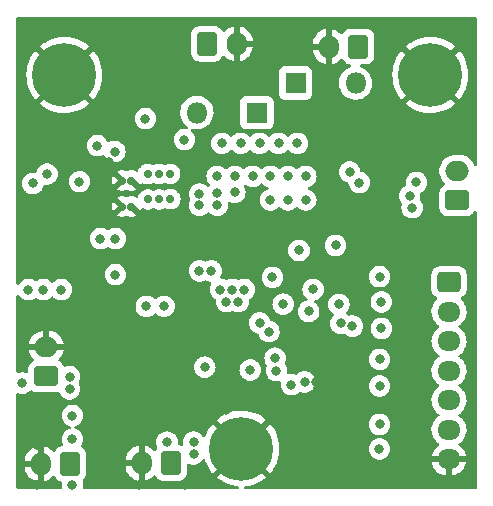
<source format=gbr>
%TF.GenerationSoftware,KiCad,Pcbnew,(6.0.1)*%
%TF.CreationDate,2022-03-12T23:59:42-07:00*%
%TF.ProjectId,PowerBackup,506f7765-7242-4616-936b-75702e6b6963,rev?*%
%TF.SameCoordinates,Original*%
%TF.FileFunction,Copper,L3,Inr*%
%TF.FilePolarity,Positive*%
%FSLAX46Y46*%
G04 Gerber Fmt 4.6, Leading zero omitted, Abs format (unit mm)*
G04 Created by KiCad (PCBNEW (6.0.1)) date 2022-03-12 23:59:42*
%MOMM*%
%LPD*%
G01*
G04 APERTURE LIST*
G04 Aperture macros list*
%AMRoundRect*
0 Rectangle with rounded corners*
0 $1 Rounding radius*
0 $2 $3 $4 $5 $6 $7 $8 $9 X,Y pos of 4 corners*
0 Add a 4 corners polygon primitive as box body*
4,1,4,$2,$3,$4,$5,$6,$7,$8,$9,$2,$3,0*
0 Add four circle primitives for the rounded corners*
1,1,$1+$1,$2,$3*
1,1,$1+$1,$4,$5*
1,1,$1+$1,$6,$7*
1,1,$1+$1,$8,$9*
0 Add four rect primitives between the rounded corners*
20,1,$1+$1,$2,$3,$4,$5,0*
20,1,$1+$1,$4,$5,$6,$7,0*
20,1,$1+$1,$6,$7,$8,$9,0*
20,1,$1+$1,$8,$9,$2,$3,0*%
G04 Aperture macros list end*
%TA.AperFunction,ComponentPad*%
%ADD10R,1.800000X1.800000*%
%TD*%
%TA.AperFunction,ComponentPad*%
%ADD11O,1.800000X1.800000*%
%TD*%
%TA.AperFunction,ComponentPad*%
%ADD12RoundRect,0.250000X0.750000X-0.600000X0.750000X0.600000X-0.750000X0.600000X-0.750000X-0.600000X0*%
%TD*%
%TA.AperFunction,ComponentPad*%
%ADD13O,2.000000X1.700000*%
%TD*%
%TA.AperFunction,ComponentPad*%
%ADD14C,0.700000*%
%TD*%
%TA.AperFunction,ComponentPad*%
%ADD15RoundRect,0.250000X0.600000X0.750000X-0.600000X0.750000X-0.600000X-0.750000X0.600000X-0.750000X0*%
%TD*%
%TA.AperFunction,ComponentPad*%
%ADD16O,1.700000X2.000000*%
%TD*%
%TA.AperFunction,ComponentPad*%
%ADD17RoundRect,0.250000X-0.725000X0.600000X-0.725000X-0.600000X0.725000X-0.600000X0.725000X0.600000X0*%
%TD*%
%TA.AperFunction,ComponentPad*%
%ADD18O,1.950000X1.700000*%
%TD*%
%TA.AperFunction,ComponentPad*%
%ADD19C,5.400000*%
%TD*%
%TA.AperFunction,ComponentPad*%
%ADD20RoundRect,0.250000X-0.600000X-0.750000X0.600000X-0.750000X0.600000X0.750000X-0.600000X0.750000X0*%
%TD*%
%TA.AperFunction,ViaPad*%
%ADD21C,0.800000*%
%TD*%
G04 APERTURE END LIST*
D10*
%TO.N,+9VA*%
%TO.C,D1*%
X134635000Y-83100000D03*
D11*
%TO.N,+9V*%
X139715000Y-83100000D03*
%TD*%
D12*
%TO.N,Net-(J5-Pad4)*%
%TO.C,J6*%
X148325000Y-93025000D03*
D13*
%TO.N,Net-(J5-Pad3)*%
X148325000Y-90525000D03*
%TD*%
D12*
%TO.N,+5V*%
%TO.C,J8*%
X113521000Y-107930000D03*
D13*
%TO.N,GND*%
X113521000Y-105430000D03*
%TD*%
D14*
%TO.N,GND*%
%TO.C,U2*%
X119946000Y-93556000D03*
X119946000Y-91356000D03*
X120746000Y-91356000D03*
X120746000Y-93556000D03*
%TO.N,/Backup/SW*%
X122126000Y-92956000D03*
X123086000Y-92956000D03*
X124046000Y-92936000D03*
%TO.N,+9VA*%
X122116000Y-90806000D03*
X123076000Y-90806000D03*
X124036000Y-90786000D03*
%TD*%
D10*
%TO.N,+9VA*%
%TO.C,D2*%
X131365000Y-85600000D03*
D11*
%TO.N,/Backup/VBAT*%
X126285000Y-85600000D03*
%TD*%
D15*
%TO.N,+5V*%
%TO.C,J9*%
X124100000Y-115275000D03*
D16*
%TO.N,GND*%
X121600000Y-115275000D03*
%TD*%
D17*
%TO.N,Net-(J2-Pad1)*%
%TO.C,J2*%
X147628764Y-99960836D03*
D18*
%TO.N,Net-(J2-Pad2)*%
X147628764Y-102460836D03*
%TO.N,Net-(J2-Pad3)*%
X147628764Y-104960836D03*
%TO.N,Net-(J2-Pad4)*%
X147628764Y-107460836D03*
%TO.N,Net-(J2-Pad5)*%
X147628764Y-109960836D03*
%TO.N,Net-(J2-Pad6)*%
X147628764Y-112460836D03*
%TO.N,GND*%
X147628764Y-114960836D03*
%TD*%
D19*
%TO.N,GND*%
%TO.C,H3*%
X130048000Y-114046000D03*
%TD*%
%TO.N,GND*%
%TO.C,H1*%
X115062000Y-82423000D03*
%TD*%
D20*
%TO.N,/Backup/VBAT*%
%TO.C,J7*%
X127150000Y-79775000D03*
D16*
%TO.N,GND*%
X129650000Y-79775000D03*
%TD*%
D19*
%TO.N,GND*%
%TO.C,H2*%
X146050000Y-82423000D03*
%TD*%
D15*
%TO.N,+5V*%
%TO.C,J10*%
X115550000Y-115333000D03*
D16*
%TO.N,GND*%
X113050000Y-115333000D03*
%TD*%
D15*
%TO.N,+9V*%
%TO.C,J1*%
X139954000Y-80010000D03*
D16*
%TO.N,GND*%
X137454000Y-80010000D03*
%TD*%
D21*
%TO.N,GND*%
X115600000Y-88600000D03*
X141800000Y-87800000D03*
%TO.N,+9VA*%
X134800000Y-88200000D03*
X133200000Y-88200000D03*
X131600000Y-88200000D03*
X130000000Y-88200000D03*
X128400000Y-88200000D03*
%TO.N,GND*%
X115600000Y-86000000D03*
X113600000Y-92800000D03*
X118800000Y-89800000D03*
X115400000Y-93400000D03*
%TO.N,Net-(C25-Pad1)*%
X112400000Y-91600000D03*
%TO.N,GND*%
X122936000Y-96266000D03*
X124206000Y-96266000D03*
X111500000Y-105500000D03*
X115750000Y-104250000D03*
X115750000Y-103000000D03*
X115750000Y-105500000D03*
X114250000Y-103000000D03*
X112750000Y-103000000D03*
X111500000Y-103000000D03*
X149250000Y-86250000D03*
X149250000Y-88500000D03*
X147750000Y-88500000D03*
X149250000Y-94850000D03*
X147400000Y-94850000D03*
X132600000Y-96450000D03*
%TO.N,/Backup/SW*%
X129500000Y-92350000D03*
X128000000Y-93450000D03*
X128000000Y-92450000D03*
X126500000Y-93450000D03*
X126500000Y-92500000D03*
%TO.N,Net-(C1-Pad1)*%
X141738997Y-114079341D03*
%TO.N,GND*%
X120600000Y-80976000D03*
X131826000Y-109728000D03*
X145080000Y-86350000D03*
X146200000Y-89250000D03*
X113000000Y-96600000D03*
X138950000Y-112734000D03*
X137922000Y-116586000D03*
X121412000Y-117094000D03*
X136400000Y-108400000D03*
X146525000Y-96300000D03*
X137922000Y-115570000D03*
X136652000Y-115570000D03*
X133604000Y-115570000D03*
X133850000Y-78200000D03*
X119100000Y-80976000D03*
X137800000Y-94625000D03*
X122100000Y-79488000D03*
X129600000Y-95000000D03*
X139300000Y-116600000D03*
X140462000Y-86360000D03*
X136500000Y-88000000D03*
X111500000Y-94488000D03*
X133850000Y-79470000D03*
X116078000Y-90170000D03*
X129000000Y-96500000D03*
X125250000Y-117094000D03*
X130500000Y-96500000D03*
X131318000Y-110490000D03*
X137934000Y-112734000D03*
X143810000Y-86350000D03*
X111500000Y-113750000D03*
X122100000Y-80988000D03*
X134112000Y-116586000D03*
X139192000Y-86360000D03*
X120630000Y-83770000D03*
X119106000Y-83770000D03*
X120630000Y-82500000D03*
X137922000Y-86360000D03*
X120630000Y-79452000D03*
X133850000Y-80740000D03*
X111506000Y-96600000D03*
X120750000Y-113538000D03*
X135382000Y-116586000D03*
X135636000Y-115570000D03*
X119106000Y-82500000D03*
X128778000Y-110744000D03*
X119500000Y-113500000D03*
X114600000Y-95000000D03*
X136500000Y-89500000D03*
X112869917Y-95000000D03*
X138950000Y-113750000D03*
X112750000Y-117094000D03*
X112750000Y-113750000D03*
X134620000Y-115570000D03*
X119100000Y-79452000D03*
X137680000Y-113750000D03*
X130810000Y-109728000D03*
X136652000Y-116586000D03*
X141732000Y-86360000D03*
X114600000Y-96600000D03*
X130500000Y-95000000D03*
X120396000Y-87630000D03*
X147620000Y-86350000D03*
X111500000Y-92964000D03*
X146350000Y-86350000D03*
X112600000Y-88600000D03*
X128600000Y-95000000D03*
X149352000Y-96266000D03*
%TO.N,Net-(C2-Pad1)*%
X141750000Y-112000000D03*
%TO.N,Net-(C3-Pad1)*%
X141750000Y-108750000D03*
%TO.N,Net-(C4-Pad1)*%
X141750000Y-106500000D03*
%TO.N,Net-(C5-Pad1)*%
X141897152Y-103880011D03*
%TO.N,Net-(C6-Pad1)*%
X141897152Y-101630011D03*
%TO.N,Net-(C7-Pad1)*%
X141750000Y-99500000D03*
%TO.N,Net-(C8-Pad1)*%
X139446462Y-103683512D03*
%TO.N,+3V3*%
X136125000Y-100575000D03*
X138025000Y-96850000D03*
X135745393Y-102436653D03*
X144865900Y-91522347D03*
%TO.N,Net-(J4-Pad1)*%
X132381364Y-104144093D03*
%TO.N,Net-(J4-Pad2)*%
X126950000Y-107150000D03*
%TO.N,Net-(J4-Pad3)*%
X132906963Y-106390769D03*
%TO.N,Net-(J4-Pad4)*%
X133011743Y-107459994D03*
%TO.N,Net-(J4-Pad5)*%
X130800000Y-107400000D03*
%TO.N,Net-(J5-Pad4)*%
X144505804Y-93652585D03*
%TO.N,Net-(J5-Pad3)*%
X144300000Y-92674500D03*
%TO.N,Net-(Q1-Pad1)*%
X138474500Y-103450500D03*
X138300000Y-101850000D03*
X134925000Y-97275000D03*
%TO.N,Net-(R9-Pad1)*%
X135400000Y-108400000D03*
%TO.N,Net-(R12-Pad1)*%
X134286731Y-108626703D03*
%TO.N,/PrimaryBatteryMonitoring/SDA*%
X140049500Y-91525000D03*
X132675000Y-99550000D03*
X131589202Y-103401963D03*
%TO.N,/PrimaryBatteryMonitoring/SCL*%
X133593956Y-101810318D03*
X139225000Y-90625000D03*
%TO.N,Net-(C13-Pad1)*%
X125222000Y-87884000D03*
%TO.N,+5V*%
X115750000Y-111252000D03*
X112014000Y-100584000D03*
X111500000Y-108500000D03*
X126000000Y-114500000D03*
X115500000Y-107950000D03*
X122000000Y-102000000D03*
X130302000Y-100584000D03*
X123750000Y-113500000D03*
X128778000Y-101600000D03*
X115500000Y-109000000D03*
X126500000Y-99000000D03*
X128270000Y-100584000D03*
X126000000Y-113500000D03*
X115750000Y-117094000D03*
X129286000Y-100584000D03*
X115750000Y-113250000D03*
X129794000Y-101600000D03*
X114808000Y-100584000D03*
X123500000Y-102000000D03*
X127500000Y-99000000D03*
X113284000Y-100584000D03*
%TO.N,Net-(C15-Pad2)*%
X116332000Y-91440000D03*
X119380000Y-99314000D03*
%TO.N,Net-(R19-Pad2)*%
X113600000Y-90800000D03*
X121920000Y-86106000D03*
%TO.N,/Backup/SW*%
X132500000Y-93000000D03*
X119333510Y-88900239D03*
X129500000Y-91000000D03*
X134000000Y-91000000D03*
X135500000Y-93000000D03*
X128000000Y-91000000D03*
X135500000Y-91000000D03*
X132500000Y-91000000D03*
X131000000Y-91000000D03*
X134000000Y-93000000D03*
%TO.N,/Backup/PVDD*%
X119380000Y-96266000D03*
X117856000Y-88392000D03*
X118110000Y-96266000D03*
%TD*%
%TA.AperFunction,Conductor*%
%TO.N,GND*%
G36*
X149934121Y-77528002D02*
G01*
X149980614Y-77581658D01*
X149992000Y-77634000D01*
X149992000Y-90005648D01*
X149971998Y-90073769D01*
X149918342Y-90120262D01*
X149848068Y-90130366D01*
X149783488Y-90100872D01*
X149748808Y-90051930D01*
X149743474Y-90038422D01*
X149708967Y-89951045D01*
X149698185Y-89923744D01*
X149698184Y-89923742D01*
X149696224Y-89918779D01*
X149628618Y-89807367D01*
X149579390Y-89726243D01*
X149576623Y-89721683D01*
X149572125Y-89716500D01*
X149429023Y-89551588D01*
X149429021Y-89551586D01*
X149425523Y-89547555D01*
X149383970Y-89513484D01*
X149251373Y-89404760D01*
X149251367Y-89404756D01*
X149247245Y-89401376D01*
X149242609Y-89398737D01*
X149242606Y-89398735D01*
X149051529Y-89289968D01*
X149046886Y-89287325D01*
X148830175Y-89208663D01*
X148824926Y-89207714D01*
X148824923Y-89207713D01*
X148607392Y-89168377D01*
X148607385Y-89168376D01*
X148603308Y-89167639D01*
X148585586Y-89166803D01*
X148580644Y-89166570D01*
X148580637Y-89166570D01*
X148579156Y-89166500D01*
X148117110Y-89166500D01*
X148050191Y-89172178D01*
X147950591Y-89180629D01*
X147950587Y-89180630D01*
X147945280Y-89181080D01*
X147940125Y-89182418D01*
X147940119Y-89182419D01*
X147727297Y-89237657D01*
X147727293Y-89237658D01*
X147722128Y-89238999D01*
X147717262Y-89241191D01*
X147717259Y-89241192D01*
X147608980Y-89289968D01*
X147511925Y-89333688D01*
X147320681Y-89462441D01*
X147153865Y-89621576D01*
X147016246Y-89806542D01*
X147013830Y-89811293D01*
X147013828Y-89811297D01*
X147000372Y-89837763D01*
X146911760Y-90012051D01*
X146910178Y-90017145D01*
X146910177Y-90017148D01*
X146875187Y-90129834D01*
X146843393Y-90232227D01*
X146842692Y-90237516D01*
X146815639Y-90441635D01*
X146813102Y-90460774D01*
X146813302Y-90466103D01*
X146813302Y-90466105D01*
X146814551Y-90499372D01*
X146821751Y-90691158D01*
X146869093Y-90916791D01*
X146871051Y-90921750D01*
X146871052Y-90921752D01*
X146924435Y-91056924D01*
X146953776Y-91131221D01*
X146956543Y-91135780D01*
X146956544Y-91135783D01*
X146963788Y-91147721D01*
X147073377Y-91328317D01*
X147076874Y-91332347D01*
X147207386Y-91482749D01*
X147224477Y-91502445D01*
X147260120Y-91531670D01*
X147300114Y-91590329D01*
X147302046Y-91661299D01*
X147265302Y-91722048D01*
X147246532Y-91736248D01*
X147134993Y-91805271D01*
X147100652Y-91826522D01*
X146975695Y-91951697D01*
X146971855Y-91957927D01*
X146971854Y-91957928D01*
X146890741Y-92089518D01*
X146882885Y-92102262D01*
X146872475Y-92133648D01*
X146836014Y-92243576D01*
X146827203Y-92270139D01*
X146826503Y-92276975D01*
X146826502Y-92276978D01*
X146823242Y-92308794D01*
X146816500Y-92374600D01*
X146816500Y-93675400D01*
X146816837Y-93678646D01*
X146816837Y-93678650D01*
X146824965Y-93756980D01*
X146827474Y-93781166D01*
X146829655Y-93787702D01*
X146829655Y-93787704D01*
X146855813Y-93866109D01*
X146883450Y-93948946D01*
X146976522Y-94099348D01*
X147101697Y-94224305D01*
X147107927Y-94228145D01*
X147107928Y-94228146D01*
X147245090Y-94312694D01*
X147252262Y-94317115D01*
X147280678Y-94326540D01*
X147413611Y-94370632D01*
X147413613Y-94370632D01*
X147420139Y-94372797D01*
X147426975Y-94373497D01*
X147426978Y-94373498D01*
X147469681Y-94377873D01*
X147524600Y-94383500D01*
X149125400Y-94383500D01*
X149128646Y-94383163D01*
X149128650Y-94383163D01*
X149224308Y-94373238D01*
X149224312Y-94373237D01*
X149231166Y-94372526D01*
X149237702Y-94370345D01*
X149237704Y-94370345D01*
X149386267Y-94320780D01*
X149398946Y-94316550D01*
X149549348Y-94223478D01*
X149674305Y-94098303D01*
X149678146Y-94092072D01*
X149758740Y-93961325D01*
X149811513Y-93913832D01*
X149881584Y-93902408D01*
X149946708Y-93930682D01*
X149986207Y-93989676D01*
X149992000Y-94027441D01*
X149992000Y-117366000D01*
X149971998Y-117434121D01*
X149918342Y-117480614D01*
X149866000Y-117492000D01*
X130387945Y-117492000D01*
X130319824Y-117471998D01*
X130273331Y-117418342D01*
X130263227Y-117348068D01*
X130292721Y-117283488D01*
X130352447Y-117245104D01*
X130369539Y-117241352D01*
X130690582Y-117193945D01*
X130697481Y-117192529D01*
X131037498Y-117102693D01*
X131044158Y-117100529D01*
X131372047Y-116973349D01*
X131378446Y-116970446D01*
X131690099Y-116807517D01*
X131696144Y-116803914D01*
X131987694Y-116607261D01*
X131993288Y-116603015D01*
X132115910Y-116498656D01*
X132124342Y-116485788D01*
X132118313Y-116475523D01*
X130060812Y-114418022D01*
X130046868Y-114410408D01*
X130045035Y-114410539D01*
X130038420Y-114414790D01*
X127977213Y-116475997D01*
X127969599Y-116489941D01*
X127969637Y-116490486D01*
X127975240Y-116498846D01*
X127997336Y-116519306D01*
X128002759Y-116523793D01*
X128285811Y-116732478D01*
X128291701Y-116736332D01*
X128596258Y-116912167D01*
X128602527Y-116915334D01*
X128924798Y-117056132D01*
X128931381Y-117058580D01*
X129267332Y-117162574D01*
X129274147Y-117164273D01*
X129619588Y-117230169D01*
X129626565Y-117231100D01*
X129747051Y-117240371D01*
X129813437Y-117265541D01*
X129855676Y-117322605D01*
X129860359Y-117393447D01*
X129825999Y-117455575D01*
X129763504Y-117489263D01*
X129737385Y-117492000D01*
X116749359Y-117492000D01*
X116681238Y-117471998D01*
X116634745Y-117418342D01*
X116624641Y-117348068D01*
X116629526Y-117327063D01*
X116641503Y-117290203D01*
X116643542Y-117283928D01*
X116649095Y-117231100D01*
X116662814Y-117100565D01*
X116663504Y-117094000D01*
X116650518Y-116970446D01*
X116644232Y-116910635D01*
X116644232Y-116910633D01*
X116643542Y-116904072D01*
X116608100Y-116794993D01*
X116606072Y-116724028D01*
X116638760Y-116667041D01*
X116744134Y-116561483D01*
X116749305Y-116556303D01*
X116770006Y-116522720D01*
X116838275Y-116411968D01*
X116838276Y-116411966D01*
X116842115Y-116405738D01*
X116878014Y-116297504D01*
X116895632Y-116244389D01*
X116895632Y-116244387D01*
X116897797Y-116237861D01*
X116908500Y-116133400D01*
X116908500Y-115545193D01*
X120247289Y-115545193D01*
X120256124Y-115649325D01*
X120257914Y-115659797D01*
X120313130Y-115872535D01*
X120316665Y-115882575D01*
X120406937Y-116082970D01*
X120412106Y-116092256D01*
X120534850Y-116274575D01*
X120541519Y-116282870D01*
X120693228Y-116441900D01*
X120701186Y-116448941D01*
X120877525Y-116580141D01*
X120886562Y-116585745D01*
X121082484Y-116685357D01*
X121092335Y-116689357D01*
X121302240Y-116754534D01*
X121312624Y-116756817D01*
X121328043Y-116758861D01*
X121342207Y-116756665D01*
X121346000Y-116743478D01*
X121346000Y-116741192D01*
X121854000Y-116741192D01*
X121857973Y-116754723D01*
X121868580Y-116756248D01*
X121986421Y-116731523D01*
X121996617Y-116728463D01*
X122201029Y-116647737D01*
X122210561Y-116643006D01*
X122398462Y-116528984D01*
X122407052Y-116522720D01*
X122573052Y-116378673D01*
X122580470Y-116371044D01*
X122606391Y-116339431D01*
X122665051Y-116299436D01*
X122736021Y-116297504D01*
X122796770Y-116334248D01*
X122810969Y-116353017D01*
X122901522Y-116499348D01*
X123026697Y-116624305D01*
X123032927Y-116628145D01*
X123032928Y-116628146D01*
X123170090Y-116712694D01*
X123177262Y-116717115D01*
X123235200Y-116736332D01*
X123338611Y-116770632D01*
X123338613Y-116770632D01*
X123345139Y-116772797D01*
X123351975Y-116773497D01*
X123351978Y-116773498D01*
X123395031Y-116777909D01*
X123449600Y-116783500D01*
X124750400Y-116783500D01*
X124753646Y-116783163D01*
X124753650Y-116783163D01*
X124849308Y-116773238D01*
X124849312Y-116773237D01*
X124856166Y-116772526D01*
X124862702Y-116770345D01*
X124862704Y-116770345D01*
X125006280Y-116722444D01*
X125023946Y-116716550D01*
X125174348Y-116623478D01*
X125299305Y-116498303D01*
X125303146Y-116492072D01*
X125388275Y-116353968D01*
X125388276Y-116353966D01*
X125392115Y-116347738D01*
X125426394Y-116244389D01*
X125445632Y-116186389D01*
X125445632Y-116186387D01*
X125447797Y-116179861D01*
X125458500Y-116075400D01*
X125458500Y-115447409D01*
X125478502Y-115379288D01*
X125532158Y-115332795D01*
X125602432Y-115322691D01*
X125635748Y-115332302D01*
X125711677Y-115366108D01*
X125711685Y-115366111D01*
X125717712Y-115368794D01*
X125811112Y-115388647D01*
X125898056Y-115407128D01*
X125898061Y-115407128D01*
X125904513Y-115408500D01*
X126095487Y-115408500D01*
X126101939Y-115407128D01*
X126101944Y-115407128D01*
X126188888Y-115388647D01*
X126282288Y-115368794D01*
X126288321Y-115366108D01*
X126450722Y-115293803D01*
X126450724Y-115293802D01*
X126456752Y-115291118D01*
X126611253Y-115178866D01*
X126739040Y-115036944D01*
X126760312Y-115000100D01*
X126811693Y-114951108D01*
X126881406Y-114937671D01*
X126947317Y-114964058D01*
X126988500Y-115021890D01*
X126991022Y-115030065D01*
X126998288Y-115056807D01*
X127000502Y-115063463D01*
X127129970Y-115390462D01*
X127132909Y-115396823D01*
X127298019Y-115707347D01*
X127301653Y-115713348D01*
X127500339Y-116003523D01*
X127504633Y-116009098D01*
X127595208Y-116114030D01*
X127608251Y-116122447D01*
X127618282Y-116116508D01*
X129675978Y-114058812D01*
X129682356Y-114047132D01*
X130412408Y-114047132D01*
X130412539Y-114048965D01*
X130416790Y-114055580D01*
X132478699Y-116117489D01*
X132492643Y-116125103D01*
X132493423Y-116125048D01*
X132501470Y-116119696D01*
X132506932Y-116113880D01*
X132511454Y-116108491D01*
X132722113Y-115826896D01*
X132726003Y-115821042D01*
X132903962Y-115517719D01*
X132907176Y-115511465D01*
X133032752Y-115229416D01*
X146172516Y-115229416D01*
X146197241Y-115347257D01*
X146200301Y-115357453D01*
X146281027Y-115561865D01*
X146285758Y-115571397D01*
X146399780Y-115759298D01*
X146406044Y-115767888D01*
X146550091Y-115933888D01*
X146557722Y-115941308D01*
X146727675Y-116080662D01*
X146736442Y-116086686D01*
X146927446Y-116195412D01*
X146937110Y-116199877D01*
X147143705Y-116274867D01*
X147153972Y-116277638D01*
X147356938Y-116314340D01*
X147370178Y-116312921D01*
X147374764Y-116298286D01*
X147374764Y-116294685D01*
X147882764Y-116294685D01*
X147887074Y-116309363D01*
X147898957Y-116311426D01*
X147978089Y-116304712D01*
X147988561Y-116302922D01*
X148201299Y-116247706D01*
X148211339Y-116244171D01*
X148411734Y-116153899D01*
X148421020Y-116148730D01*
X148603339Y-116025986D01*
X148611634Y-116019317D01*
X148770664Y-115867608D01*
X148777705Y-115859650D01*
X148908905Y-115683311D01*
X148914509Y-115674274D01*
X149014121Y-115478352D01*
X149018121Y-115468501D01*
X149083298Y-115258596D01*
X149085581Y-115248212D01*
X149087625Y-115232793D01*
X149085429Y-115218629D01*
X149072242Y-115214836D01*
X147900879Y-115214836D01*
X147885640Y-115219311D01*
X147884435Y-115220701D01*
X147882764Y-115228384D01*
X147882764Y-116294685D01*
X147374764Y-116294685D01*
X147374764Y-115232951D01*
X147370289Y-115217712D01*
X147368899Y-115216507D01*
X147361216Y-115214836D01*
X146187572Y-115214836D01*
X146174041Y-115218809D01*
X146172516Y-115229416D01*
X133032752Y-115229416D01*
X133050214Y-115190195D01*
X133052711Y-115183620D01*
X133159048Y-114848405D01*
X133160794Y-114841603D01*
X133229100Y-114496635D01*
X133230081Y-114489654D01*
X133259619Y-114137898D01*
X133259833Y-114133529D01*
X133260590Y-114079341D01*
X140825493Y-114079341D01*
X140826183Y-114085906D01*
X140844134Y-114256697D01*
X140845455Y-114269269D01*
X140904470Y-114450897D01*
X140999957Y-114616285D01*
X141004375Y-114621192D01*
X141004376Y-114621193D01*
X141077912Y-114702863D01*
X141127744Y-114758207D01*
X141282245Y-114870459D01*
X141288273Y-114873143D01*
X141288275Y-114873144D01*
X141433206Y-114937671D01*
X141456709Y-114948135D01*
X141550109Y-114967988D01*
X141637053Y-114986469D01*
X141637058Y-114986469D01*
X141643510Y-114987841D01*
X141834484Y-114987841D01*
X141840936Y-114986469D01*
X141840941Y-114986469D01*
X141927885Y-114967988D01*
X142021285Y-114948135D01*
X142044788Y-114937671D01*
X142189719Y-114873144D01*
X142189721Y-114873143D01*
X142195749Y-114870459D01*
X142350250Y-114758207D01*
X142400082Y-114702863D01*
X142473618Y-114621193D01*
X142473619Y-114621192D01*
X142478037Y-114616285D01*
X142573524Y-114450897D01*
X142632539Y-114269269D01*
X142633861Y-114256697D01*
X142651811Y-114085906D01*
X142652501Y-114079341D01*
X142648857Y-114044673D01*
X142633229Y-113895976D01*
X142633229Y-113895974D01*
X142632539Y-113889413D01*
X142573524Y-113707785D01*
X142564037Y-113691352D01*
X142527042Y-113627276D01*
X142478037Y-113542397D01*
X142433952Y-113493435D01*
X142354672Y-113405386D01*
X142354671Y-113405385D01*
X142350250Y-113400475D01*
X142234855Y-113316635D01*
X142201091Y-113292104D01*
X142201090Y-113292103D01*
X142195749Y-113288223D01*
X142189721Y-113285539D01*
X142189719Y-113285538D01*
X142027316Y-113213232D01*
X142027315Y-113213232D01*
X142021285Y-113210547D01*
X141927884Y-113190694D01*
X141840941Y-113172213D01*
X141840936Y-113172213D01*
X141834484Y-113170841D01*
X141643510Y-113170841D01*
X141637058Y-113172213D01*
X141637053Y-113172213D01*
X141550109Y-113190694D01*
X141456709Y-113210547D01*
X141450679Y-113213232D01*
X141450678Y-113213232D01*
X141288275Y-113285538D01*
X141288273Y-113285539D01*
X141282245Y-113288223D01*
X141276904Y-113292103D01*
X141276903Y-113292104D01*
X141243139Y-113316635D01*
X141127744Y-113400475D01*
X141123323Y-113405385D01*
X141123322Y-113405386D01*
X141044043Y-113493435D01*
X140999957Y-113542397D01*
X140950952Y-113627276D01*
X140913958Y-113691352D01*
X140904470Y-113707785D01*
X140845455Y-113889413D01*
X140844765Y-113895974D01*
X140844765Y-113895976D01*
X140829137Y-114044673D01*
X140825493Y-114079341D01*
X133260590Y-114079341D01*
X133261025Y-114048178D01*
X133260934Y-114043828D01*
X133241227Y-113691352D01*
X133240445Y-113684380D01*
X133181794Y-113337612D01*
X133180241Y-113330776D01*
X133083300Y-112992704D01*
X133080997Y-112986091D01*
X132946976Y-112660930D01*
X132943947Y-112654610D01*
X132774521Y-112346424D01*
X132770795Y-112340462D01*
X132568076Y-112053090D01*
X132563715Y-112047588D01*
X132521464Y-112000000D01*
X140836496Y-112000000D01*
X140837186Y-112006565D01*
X140848910Y-112118109D01*
X140856458Y-112189928D01*
X140915473Y-112371556D01*
X140918776Y-112377278D01*
X140918777Y-112377279D01*
X140926887Y-112391325D01*
X141010960Y-112536944D01*
X141015378Y-112541851D01*
X141015379Y-112541852D01*
X141060082Y-112591500D01*
X141138747Y-112678866D01*
X141293248Y-112791118D01*
X141299276Y-112793802D01*
X141299278Y-112793803D01*
X141461681Y-112866109D01*
X141467712Y-112868794D01*
X141542680Y-112884729D01*
X141648056Y-112907128D01*
X141648061Y-112907128D01*
X141654513Y-112908500D01*
X141845487Y-112908500D01*
X141851939Y-112907128D01*
X141851944Y-112907128D01*
X141957320Y-112884729D01*
X142032288Y-112868794D01*
X142038319Y-112866109D01*
X142200722Y-112793803D01*
X142200724Y-112793802D01*
X142206752Y-112791118D01*
X142361253Y-112678866D01*
X142439918Y-112591500D01*
X142484621Y-112541852D01*
X142484622Y-112541851D01*
X142489040Y-112536944D01*
X142570062Y-112396610D01*
X146141866Y-112396610D01*
X146150515Y-112626994D01*
X146197857Y-112852627D01*
X146199815Y-112857586D01*
X146199816Y-112857588D01*
X146239530Y-112958148D01*
X146282540Y-113067057D01*
X146285307Y-113071616D01*
X146285308Y-113071619D01*
X146323604Y-113134729D01*
X146402141Y-113264153D01*
X146405638Y-113268183D01*
X146520435Y-113400475D01*
X146553241Y-113438281D01*
X146557372Y-113441668D01*
X146727391Y-113581076D01*
X146727397Y-113581080D01*
X146731519Y-113584460D01*
X146736162Y-113587103D01*
X146763499Y-113602665D01*
X146812805Y-113653748D01*
X146826666Y-113723378D01*
X146800682Y-113789449D01*
X146771532Y-113816687D01*
X146654186Y-113895688D01*
X146645894Y-113902355D01*
X146486864Y-114054064D01*
X146479823Y-114062022D01*
X146348623Y-114238361D01*
X146343019Y-114247398D01*
X146243407Y-114443320D01*
X146239407Y-114453171D01*
X146174230Y-114663076D01*
X146171947Y-114673460D01*
X146169903Y-114688879D01*
X146172099Y-114703043D01*
X146185286Y-114706836D01*
X149069956Y-114706836D01*
X149083487Y-114702863D01*
X149085012Y-114692256D01*
X149060287Y-114574415D01*
X149057227Y-114564219D01*
X148976501Y-114359807D01*
X148971770Y-114350275D01*
X148857748Y-114162374D01*
X148851484Y-114153784D01*
X148707437Y-113987784D01*
X148699806Y-113980364D01*
X148529853Y-113841010D01*
X148521090Y-113834988D01*
X148494053Y-113819598D01*
X148444746Y-113768516D01*
X148430884Y-113698885D01*
X148456867Y-113632814D01*
X148486017Y-113605575D01*
X148587148Y-113537489D01*
X148608083Y-113523395D01*
X148625726Y-113506565D01*
X148771042Y-113367939D01*
X148774899Y-113364260D01*
X148912518Y-113179294D01*
X148916119Y-113172213D01*
X149014586Y-112978540D01*
X149017004Y-112973785D01*
X149020336Y-112963056D01*
X149083788Y-112758707D01*
X149085371Y-112753609D01*
X149095928Y-112673955D01*
X149114962Y-112530347D01*
X149114962Y-112530342D01*
X149115662Y-112525062D01*
X149113178Y-112458882D01*
X149107213Y-112300009D01*
X149107013Y-112294678D01*
X149059671Y-112069045D01*
X149037401Y-112012654D01*
X148976949Y-111859580D01*
X148976948Y-111859578D01*
X148974988Y-111854615D01*
X148855387Y-111657519D01*
X148820462Y-111617271D01*
X148707787Y-111487424D01*
X148707785Y-111487422D01*
X148704287Y-111483391D01*
X148645715Y-111435365D01*
X148530137Y-111340596D01*
X148530131Y-111340592D01*
X148526009Y-111337212D01*
X148494514Y-111319284D01*
X148445209Y-111268204D01*
X148431347Y-111198574D01*
X148457330Y-111132503D01*
X148486480Y-111105263D01*
X148522406Y-111081076D01*
X148608083Y-111023395D01*
X148629026Y-111003417D01*
X148751345Y-110886729D01*
X148774899Y-110864260D01*
X148912518Y-110679294D01*
X149017004Y-110473785D01*
X149019806Y-110464763D01*
X149083788Y-110258707D01*
X149085371Y-110253609D01*
X149086072Y-110248320D01*
X149114962Y-110030347D01*
X149114962Y-110030342D01*
X149115662Y-110025062D01*
X149107013Y-109794678D01*
X149059671Y-109569045D01*
X149057712Y-109564084D01*
X148976949Y-109359580D01*
X148976948Y-109359578D01*
X148974988Y-109354615D01*
X148947583Y-109309452D01*
X148862084Y-109168555D01*
X148855387Y-109157519D01*
X148766207Y-109054748D01*
X148707787Y-108987424D01*
X148707785Y-108987422D01*
X148704287Y-108983391D01*
X148640667Y-108931226D01*
X148530137Y-108840596D01*
X148530131Y-108840592D01*
X148526009Y-108837212D01*
X148494514Y-108819284D01*
X148445209Y-108768204D01*
X148431347Y-108698574D01*
X148457330Y-108632503D01*
X148486480Y-108605263D01*
X148543856Y-108566635D01*
X148608083Y-108523395D01*
X148774899Y-108364260D01*
X148912518Y-108179294D01*
X148931102Y-108142743D01*
X148967509Y-108071134D01*
X149017004Y-107973785D01*
X149020427Y-107962763D01*
X149083788Y-107758707D01*
X149085371Y-107753609D01*
X149091299Y-107708882D01*
X149114962Y-107530347D01*
X149114962Y-107530342D01*
X149115662Y-107525062D01*
X149115295Y-107515271D01*
X149110840Y-107396610D01*
X149107013Y-107294678D01*
X149059671Y-107069045D01*
X149057712Y-107064084D01*
X148976949Y-106859580D01*
X148976948Y-106859578D01*
X148974988Y-106854615D01*
X148925294Y-106772721D01*
X148858154Y-106662079D01*
X148855387Y-106657519D01*
X148838350Y-106637885D01*
X148707787Y-106487424D01*
X148707785Y-106487422D01*
X148704287Y-106483391D01*
X148654073Y-106442218D01*
X148530137Y-106340596D01*
X148530131Y-106340592D01*
X148526009Y-106337212D01*
X148494514Y-106319284D01*
X148445209Y-106268204D01*
X148431347Y-106198574D01*
X148457330Y-106132503D01*
X148486480Y-106105263D01*
X148582585Y-106040561D01*
X148608083Y-106023395D01*
X148774899Y-105864260D01*
X148912518Y-105679294D01*
X149017004Y-105473785D01*
X149053085Y-105357588D01*
X149083788Y-105258707D01*
X149085371Y-105253609D01*
X149096250Y-105171525D01*
X149114962Y-105030347D01*
X149114962Y-105030342D01*
X149115662Y-105025062D01*
X149115257Y-105014259D01*
X149108075Y-104822959D01*
X149107013Y-104794678D01*
X149059671Y-104569045D01*
X149057189Y-104562760D01*
X148976949Y-104359580D01*
X148976948Y-104359578D01*
X148974988Y-104354615D01*
X148961635Y-104332609D01*
X148858154Y-104162079D01*
X148855387Y-104157519D01*
X148788839Y-104080829D01*
X148707787Y-103987424D01*
X148707785Y-103987422D01*
X148704287Y-103983391D01*
X148643061Y-103933189D01*
X148530137Y-103840596D01*
X148530131Y-103840592D01*
X148526009Y-103837212D01*
X148494514Y-103819284D01*
X148445209Y-103768204D01*
X148431347Y-103698574D01*
X148457330Y-103632503D01*
X148486480Y-103605263D01*
X148522406Y-103581076D01*
X148608083Y-103523395D01*
X148629744Y-103502732D01*
X148771042Y-103367939D01*
X148774899Y-103364260D01*
X148912518Y-103179294D01*
X148963539Y-103078944D01*
X148988216Y-103030407D01*
X149017004Y-102973785D01*
X149043111Y-102889709D01*
X149083788Y-102758707D01*
X149085371Y-102753609D01*
X149095277Y-102678866D01*
X149114962Y-102530347D01*
X149114962Y-102530342D01*
X149115662Y-102525062D01*
X149115396Y-102517961D01*
X149110641Y-102391325D01*
X149107013Y-102294678D01*
X149059671Y-102069045D01*
X149055852Y-102059374D01*
X148976949Y-101859580D01*
X148976948Y-101859578D01*
X148974988Y-101854615D01*
X148939545Y-101796206D01*
X148858154Y-101662079D01*
X148855387Y-101657519D01*
X148823168Y-101620390D01*
X148707787Y-101487424D01*
X148707785Y-101487422D01*
X148704287Y-101483391D01*
X148668644Y-101454166D01*
X148628650Y-101395507D01*
X148626718Y-101324537D01*
X148663462Y-101263788D01*
X148682232Y-101249588D01*
X148821884Y-101163168D01*
X148828112Y-101159314D01*
X148953069Y-101034139D01*
X148971600Y-101004076D01*
X149042039Y-100889804D01*
X149042040Y-100889802D01*
X149045879Y-100883574D01*
X149072328Y-100803831D01*
X149099396Y-100722225D01*
X149099396Y-100722223D01*
X149101561Y-100715697D01*
X149112264Y-100611236D01*
X149112264Y-99310436D01*
X149101290Y-99204670D01*
X149092541Y-99178444D01*
X149047632Y-99043838D01*
X149045314Y-99036890D01*
X148952242Y-98886488D01*
X148827067Y-98761531D01*
X148737299Y-98706197D01*
X148682732Y-98672561D01*
X148682730Y-98672560D01*
X148676502Y-98668721D01*
X148555070Y-98628444D01*
X148515153Y-98615204D01*
X148515151Y-98615204D01*
X148508625Y-98613039D01*
X148501789Y-98612339D01*
X148501786Y-98612338D01*
X148458733Y-98607927D01*
X148404164Y-98602336D01*
X146853364Y-98602336D01*
X146850118Y-98602673D01*
X146850114Y-98602673D01*
X146754456Y-98612598D01*
X146754452Y-98612599D01*
X146747598Y-98613310D01*
X146741062Y-98615491D01*
X146741060Y-98615491D01*
X146658990Y-98642872D01*
X146579818Y-98669286D01*
X146429416Y-98762358D01*
X146304459Y-98887533D01*
X146300619Y-98893763D01*
X146300618Y-98893764D01*
X146223561Y-99018774D01*
X146211649Y-99038098D01*
X146209345Y-99045045D01*
X146161290Y-99189928D01*
X146155967Y-99205975D01*
X146145264Y-99310436D01*
X146145264Y-100611236D01*
X146156238Y-100717002D01*
X146158419Y-100723538D01*
X146158419Y-100723540D01*
X146196008Y-100836208D01*
X146212214Y-100884782D01*
X146305286Y-101035184D01*
X146430461Y-101160141D01*
X146436691Y-101163981D01*
X146436692Y-101163982D01*
X146448295Y-101171134D01*
X146576104Y-101249917D01*
X146623596Y-101302688D01*
X146635020Y-101372760D01*
X146606746Y-101437884D01*
X146596959Y-101448346D01*
X146558820Y-101484729D01*
X146482629Y-101557412D01*
X146345010Y-101742378D01*
X146342594Y-101747129D01*
X146342592Y-101747133D01*
X146308913Y-101813376D01*
X146240524Y-101947887D01*
X146238942Y-101952981D01*
X146238941Y-101952984D01*
X146183595Y-102131226D01*
X146172157Y-102168063D01*
X146171456Y-102173352D01*
X146142594Y-102391118D01*
X146141866Y-102396610D01*
X146150515Y-102626994D01*
X146197857Y-102852627D01*
X146199815Y-102857586D01*
X146199816Y-102857588D01*
X146260488Y-103011217D01*
X146282540Y-103067057D01*
X146285307Y-103071616D01*
X146285308Y-103071619D01*
X146334258Y-103152286D01*
X146402141Y-103264153D01*
X146405638Y-103268183D01*
X146527423Y-103408528D01*
X146553241Y-103438281D01*
X146557372Y-103441668D01*
X146727391Y-103581076D01*
X146727397Y-103581080D01*
X146731519Y-103584460D01*
X146763014Y-103602388D01*
X146812319Y-103653468D01*
X146826181Y-103723098D01*
X146800198Y-103789169D01*
X146771048Y-103816409D01*
X146649445Y-103898277D01*
X146482629Y-104057412D01*
X146345010Y-104242378D01*
X146342594Y-104247129D01*
X146342592Y-104247133D01*
X146311319Y-104308643D01*
X146240524Y-104447887D01*
X146238942Y-104452981D01*
X146238941Y-104452984D01*
X146196198Y-104590640D01*
X146172157Y-104668063D01*
X146171456Y-104673352D01*
X146150831Y-104828971D01*
X146141866Y-104896610D01*
X146150515Y-105126994D01*
X146151610Y-105132213D01*
X146157030Y-105158043D01*
X146197857Y-105352627D01*
X146199815Y-105357586D01*
X146199816Y-105357588D01*
X146265797Y-105524660D01*
X146282540Y-105567057D01*
X146285307Y-105571616D01*
X146285308Y-105571619D01*
X146355914Y-105687973D01*
X146402141Y-105764153D01*
X146405638Y-105768183D01*
X146492202Y-105867939D01*
X146553241Y-105938281D01*
X146557372Y-105941668D01*
X146727391Y-106081076D01*
X146727397Y-106081080D01*
X146731519Y-106084460D01*
X146763014Y-106102388D01*
X146812319Y-106153468D01*
X146826181Y-106223098D01*
X146800198Y-106289169D01*
X146771048Y-106316409D01*
X146649445Y-106398277D01*
X146645588Y-106401956D01*
X146645586Y-106401958D01*
X146636663Y-106410470D01*
X146482629Y-106557412D01*
X146345010Y-106742378D01*
X146342594Y-106747129D01*
X146342592Y-106747133D01*
X146322057Y-106787523D01*
X146240524Y-106947887D01*
X146238942Y-106952981D01*
X146238941Y-106952984D01*
X146198293Y-107083891D01*
X146172157Y-107168063D01*
X146171456Y-107173352D01*
X146145371Y-107370166D01*
X146141866Y-107396610D01*
X146142066Y-107401939D01*
X146142066Y-107401941D01*
X146144492Y-107466559D01*
X146150515Y-107626994D01*
X146197857Y-107852627D01*
X146199815Y-107857586D01*
X146199816Y-107857588D01*
X146279161Y-108058500D01*
X146282540Y-108067057D01*
X146402141Y-108264153D01*
X146405638Y-108268183D01*
X146530436Y-108412000D01*
X146553241Y-108438281D01*
X146590712Y-108469005D01*
X146727391Y-108581076D01*
X146727397Y-108581080D01*
X146731519Y-108584460D01*
X146763014Y-108602388D01*
X146812319Y-108653468D01*
X146826181Y-108723098D01*
X146800198Y-108789169D01*
X146771048Y-108816409D01*
X146649445Y-108898277D01*
X146645588Y-108901956D01*
X146645586Y-108901958D01*
X146576228Y-108968123D01*
X146482629Y-109057412D01*
X146345010Y-109242378D01*
X146342594Y-109247129D01*
X146342592Y-109247133D01*
X146321727Y-109288172D01*
X146240524Y-109447887D01*
X146238942Y-109452981D01*
X146238941Y-109452984D01*
X146176879Y-109652856D01*
X146172157Y-109668063D01*
X146171456Y-109673352D01*
X146145371Y-109870166D01*
X146141866Y-109896610D01*
X146150515Y-110126994D01*
X146197857Y-110352627D01*
X146199815Y-110357586D01*
X146199816Y-110357588D01*
X146210994Y-110385891D01*
X146282540Y-110567057D01*
X146285307Y-110571616D01*
X146285308Y-110571619D01*
X146347762Y-110674539D01*
X146402141Y-110764153D01*
X146405638Y-110768183D01*
X146526388Y-110907335D01*
X146553241Y-110938281D01*
X146557372Y-110941668D01*
X146727391Y-111081076D01*
X146727397Y-111081080D01*
X146731519Y-111084460D01*
X146763014Y-111102388D01*
X146812319Y-111153468D01*
X146826181Y-111223098D01*
X146800198Y-111289169D01*
X146771048Y-111316409D01*
X146649445Y-111398277D01*
X146482629Y-111557412D01*
X146479446Y-111561690D01*
X146434038Y-111622721D01*
X146345010Y-111742378D01*
X146342594Y-111747129D01*
X146342592Y-111747133D01*
X146307256Y-111816635D01*
X146240524Y-111947887D01*
X146238942Y-111952981D01*
X146238941Y-111952984D01*
X146184674Y-112127753D01*
X146172157Y-112168063D01*
X146171456Y-112173352D01*
X146143552Y-112383891D01*
X146141866Y-112396610D01*
X142570062Y-112396610D01*
X142573113Y-112391325D01*
X142581223Y-112377279D01*
X142581224Y-112377278D01*
X142584527Y-112371556D01*
X142643542Y-112189928D01*
X142651091Y-112118109D01*
X142662814Y-112006565D01*
X142663504Y-112000000D01*
X142660161Y-111968191D01*
X142644232Y-111816635D01*
X142644232Y-111816633D01*
X142643542Y-111810072D01*
X142584527Y-111628444D01*
X142577328Y-111615974D01*
X142492341Y-111468774D01*
X142489040Y-111463056D01*
X142373355Y-111334574D01*
X142365675Y-111326045D01*
X142365674Y-111326044D01*
X142361253Y-111321134D01*
X142206752Y-111208882D01*
X142200724Y-111206198D01*
X142200722Y-111206197D01*
X142038319Y-111133891D01*
X142038318Y-111133891D01*
X142032288Y-111131206D01*
X141938888Y-111111353D01*
X141851944Y-111092872D01*
X141851939Y-111092872D01*
X141845487Y-111091500D01*
X141654513Y-111091500D01*
X141648061Y-111092872D01*
X141648056Y-111092872D01*
X141561112Y-111111353D01*
X141467712Y-111131206D01*
X141461682Y-111133891D01*
X141461681Y-111133891D01*
X141299278Y-111206197D01*
X141299276Y-111206198D01*
X141293248Y-111208882D01*
X141138747Y-111321134D01*
X141134326Y-111326044D01*
X141134325Y-111326045D01*
X141126646Y-111334574D01*
X141010960Y-111463056D01*
X141007659Y-111468774D01*
X140922673Y-111615974D01*
X140915473Y-111628444D01*
X140856458Y-111810072D01*
X140855768Y-111816633D01*
X140855768Y-111816635D01*
X140839839Y-111968191D01*
X140836496Y-112000000D01*
X132521464Y-112000000D01*
X132501394Y-111977394D01*
X132488004Y-111969015D01*
X132478446Y-111974764D01*
X130420022Y-114033188D01*
X130412408Y-114047132D01*
X129682356Y-114047132D01*
X129683592Y-114044868D01*
X129683461Y-114043035D01*
X129679210Y-114036420D01*
X127618595Y-111975805D01*
X127604651Y-111968191D01*
X127604342Y-111968213D01*
X127595671Y-111974068D01*
X127560436Y-112012654D01*
X127555992Y-112018103D01*
X127349287Y-112302608D01*
X127345470Y-112308530D01*
X127171771Y-112614297D01*
X127168641Y-112620602D01*
X127030101Y-112943838D01*
X127027703Y-112950427D01*
X127010238Y-113008276D01*
X126971401Y-113067709D01*
X126906597Y-113096709D01*
X126836402Y-113086071D01*
X126780496Y-113034860D01*
X126752339Y-112986091D01*
X126739040Y-112963056D01*
X126639610Y-112852627D01*
X126615675Y-112826045D01*
X126615674Y-112826044D01*
X126611253Y-112821134D01*
X126456752Y-112708882D01*
X126450724Y-112706198D01*
X126450722Y-112706197D01*
X126288319Y-112633891D01*
X126288318Y-112633891D01*
X126282288Y-112631206D01*
X126188887Y-112611353D01*
X126101944Y-112592872D01*
X126101939Y-112592872D01*
X126095487Y-112591500D01*
X125904513Y-112591500D01*
X125898061Y-112592872D01*
X125898056Y-112592872D01*
X125811113Y-112611353D01*
X125717712Y-112631206D01*
X125711682Y-112633891D01*
X125711681Y-112633891D01*
X125549278Y-112706197D01*
X125549276Y-112706198D01*
X125543248Y-112708882D01*
X125388747Y-112821134D01*
X125384326Y-112826044D01*
X125384325Y-112826045D01*
X125360391Y-112852627D01*
X125260960Y-112963056D01*
X125165473Y-113128444D01*
X125106458Y-113310072D01*
X125105768Y-113316633D01*
X125105768Y-113316635D01*
X125093407Y-113434248D01*
X125086496Y-113500000D01*
X125087186Y-113506564D01*
X125087186Y-113506565D01*
X125104633Y-113672565D01*
X125091861Y-113742403D01*
X125043359Y-113794250D01*
X124974526Y-113811644D01*
X124939656Y-113805328D01*
X124861389Y-113779368D01*
X124861387Y-113779368D01*
X124854861Y-113777203D01*
X124848023Y-113776502D01*
X124848021Y-113776502D01*
X124822082Y-113773844D01*
X124762390Y-113767728D01*
X124696664Y-113740888D01*
X124655881Y-113682773D01*
X124649923Y-113629214D01*
X124650127Y-113627279D01*
X124663504Y-113500000D01*
X124656593Y-113434248D01*
X124644232Y-113316635D01*
X124644232Y-113316633D01*
X124643542Y-113310072D01*
X124584527Y-113128444D01*
X124489040Y-112963056D01*
X124389610Y-112852627D01*
X124365675Y-112826045D01*
X124365674Y-112826044D01*
X124361253Y-112821134D01*
X124206752Y-112708882D01*
X124200724Y-112706198D01*
X124200722Y-112706197D01*
X124038319Y-112633891D01*
X124038318Y-112633891D01*
X124032288Y-112631206D01*
X123938887Y-112611353D01*
X123851944Y-112592872D01*
X123851939Y-112592872D01*
X123845487Y-112591500D01*
X123654513Y-112591500D01*
X123648061Y-112592872D01*
X123648056Y-112592872D01*
X123561113Y-112611353D01*
X123467712Y-112631206D01*
X123461682Y-112633891D01*
X123461681Y-112633891D01*
X123299278Y-112706197D01*
X123299276Y-112706198D01*
X123293248Y-112708882D01*
X123138747Y-112821134D01*
X123134326Y-112826044D01*
X123134325Y-112826045D01*
X123110391Y-112852627D01*
X123010960Y-112963056D01*
X122915473Y-113128444D01*
X122856458Y-113310072D01*
X122855768Y-113316633D01*
X122855768Y-113316635D01*
X122843407Y-113434248D01*
X122836496Y-113500000D01*
X122837186Y-113506564D01*
X122837186Y-113506565D01*
X122854782Y-113673978D01*
X122856458Y-113689928D01*
X122915473Y-113871556D01*
X122925621Y-113889132D01*
X122927654Y-113892654D01*
X122944392Y-113961649D01*
X122921172Y-114028741D01*
X122907708Y-114044672D01*
X122900695Y-114051697D01*
X122896855Y-114057927D01*
X122896854Y-114057928D01*
X122887702Y-114072776D01*
X122830180Y-114166094D01*
X122810648Y-114197780D01*
X122757876Y-114245273D01*
X122687804Y-114256697D01*
X122622680Y-114228423D01*
X122612218Y-114218636D01*
X122506766Y-114108094D01*
X122498814Y-114101059D01*
X122322475Y-113969859D01*
X122313438Y-113964255D01*
X122117516Y-113864643D01*
X122107665Y-113860643D01*
X121897760Y-113795466D01*
X121887376Y-113793183D01*
X121871957Y-113791139D01*
X121857793Y-113793335D01*
X121854000Y-113806522D01*
X121854000Y-116741192D01*
X121346000Y-116741192D01*
X121346000Y-115547115D01*
X121341525Y-115531876D01*
X121340135Y-115530671D01*
X121332452Y-115529000D01*
X120264030Y-115529000D01*
X120249352Y-115533310D01*
X120247289Y-115545193D01*
X116908500Y-115545193D01*
X116908500Y-115005376D01*
X120242732Y-115005376D01*
X120246475Y-115018124D01*
X120247865Y-115019329D01*
X120255548Y-115021000D01*
X121327885Y-115021000D01*
X121343124Y-115016525D01*
X121344329Y-115015135D01*
X121346000Y-115007452D01*
X121346000Y-113808808D01*
X121342027Y-113795277D01*
X121331420Y-113793752D01*
X121213579Y-113818477D01*
X121203383Y-113821537D01*
X120998971Y-113902263D01*
X120989439Y-113906994D01*
X120801538Y-114021016D01*
X120792948Y-114027280D01*
X120626948Y-114171327D01*
X120619528Y-114178958D01*
X120480174Y-114348911D01*
X120474150Y-114357678D01*
X120365424Y-114548682D01*
X120360959Y-114558346D01*
X120285969Y-114764941D01*
X120283198Y-114775208D01*
X120243877Y-114992655D01*
X120242944Y-115000884D01*
X120242732Y-115005376D01*
X116908500Y-115005376D01*
X116908500Y-114532600D01*
X116905118Y-114500000D01*
X116898238Y-114433692D01*
X116898237Y-114433688D01*
X116897526Y-114426834D01*
X116841550Y-114259054D01*
X116748478Y-114108652D01*
X116623303Y-113983695D01*
X116585290Y-113960263D01*
X116544716Y-113935253D01*
X116497223Y-113882480D01*
X116485799Y-113812409D01*
X116501713Y-113764993D01*
X116512196Y-113746837D01*
X116584527Y-113621556D01*
X116643542Y-113439928D01*
X116647173Y-113405386D01*
X116662814Y-113256565D01*
X116663504Y-113250000D01*
X116643542Y-113060072D01*
X116584527Y-112878444D01*
X116577406Y-112866109D01*
X116534109Y-112791118D01*
X116489040Y-112713056D01*
X116461752Y-112682749D01*
X116365675Y-112576045D01*
X116365674Y-112576044D01*
X116361253Y-112571134D01*
X116206752Y-112458882D01*
X116200724Y-112456198D01*
X116200722Y-112456197D01*
X116038319Y-112383891D01*
X116038318Y-112383891D01*
X116032288Y-112381206D01*
X115999549Y-112374247D01*
X115937075Y-112340518D01*
X115902754Y-112278369D01*
X115907482Y-112207530D01*
X115949758Y-112150492D01*
X115999549Y-112127753D01*
X116002939Y-112127032D01*
X116032288Y-112120794D01*
X116148519Y-112069045D01*
X116200722Y-112045803D01*
X116200724Y-112045802D01*
X116206752Y-112043118D01*
X116361253Y-111930866D01*
X116489040Y-111788944D01*
X116562286Y-111662079D01*
X116581223Y-111629279D01*
X116581224Y-111629278D01*
X116584527Y-111623556D01*
X116590174Y-111606178D01*
X127971338Y-111606178D01*
X127977184Y-111615974D01*
X130035188Y-113673978D01*
X130049132Y-113681592D01*
X130050965Y-113681461D01*
X130057580Y-113677210D01*
X132117714Y-111617076D01*
X132125328Y-111603132D01*
X132125323Y-111603057D01*
X132119217Y-111594081D01*
X132063933Y-111544303D01*
X132058445Y-111539891D01*
X131772508Y-111335180D01*
X131766561Y-111331407D01*
X131459586Y-111159844D01*
X131453268Y-111156762D01*
X131129073Y-111020484D01*
X131122437Y-111018121D01*
X130785084Y-110918832D01*
X130778241Y-110917226D01*
X130431898Y-110856157D01*
X130424927Y-110855326D01*
X130073949Y-110833244D01*
X130066918Y-110833195D01*
X129715651Y-110850374D01*
X129708673Y-110851108D01*
X129361519Y-110907335D01*
X129354651Y-110908845D01*
X129015935Y-111003417D01*
X129009279Y-111005683D01*
X128683212Y-111137422D01*
X128676857Y-111140412D01*
X128367501Y-111307681D01*
X128361512Y-111311365D01*
X128072731Y-111512073D01*
X128067200Y-111516394D01*
X127979736Y-111592964D01*
X127971338Y-111606178D01*
X116590174Y-111606178D01*
X116643542Y-111441928D01*
X116663504Y-111252000D01*
X116651462Y-111137422D01*
X116644232Y-111068635D01*
X116644232Y-111068633D01*
X116643542Y-111062072D01*
X116584527Y-110880444D01*
X116489040Y-110715056D01*
X116452559Y-110674539D01*
X116365675Y-110578045D01*
X116365674Y-110578044D01*
X116361253Y-110573134D01*
X116231056Y-110478540D01*
X116212094Y-110464763D01*
X116212093Y-110464762D01*
X116206752Y-110460882D01*
X116200724Y-110458198D01*
X116200722Y-110458197D01*
X116038319Y-110385891D01*
X116038318Y-110385891D01*
X116032288Y-110383206D01*
X115938887Y-110363353D01*
X115851944Y-110344872D01*
X115851939Y-110344872D01*
X115845487Y-110343500D01*
X115654513Y-110343500D01*
X115648061Y-110344872D01*
X115648056Y-110344872D01*
X115561113Y-110363353D01*
X115467712Y-110383206D01*
X115461682Y-110385891D01*
X115461681Y-110385891D01*
X115299278Y-110458197D01*
X115299276Y-110458198D01*
X115293248Y-110460882D01*
X115287907Y-110464762D01*
X115287906Y-110464763D01*
X115268944Y-110478540D01*
X115138747Y-110573134D01*
X115134326Y-110578044D01*
X115134325Y-110578045D01*
X115047442Y-110674539D01*
X115010960Y-110715056D01*
X114915473Y-110880444D01*
X114856458Y-111062072D01*
X114855768Y-111068633D01*
X114855768Y-111068635D01*
X114848538Y-111137422D01*
X114836496Y-111252000D01*
X114856458Y-111441928D01*
X114915473Y-111623556D01*
X114918776Y-111629278D01*
X114918777Y-111629279D01*
X114937714Y-111662079D01*
X115010960Y-111788944D01*
X115138747Y-111930866D01*
X115293248Y-112043118D01*
X115299276Y-112045802D01*
X115299278Y-112045803D01*
X115351481Y-112069045D01*
X115467712Y-112120794D01*
X115497061Y-112127032D01*
X115500451Y-112127753D01*
X115562925Y-112161482D01*
X115597246Y-112223631D01*
X115592518Y-112294470D01*
X115550242Y-112351508D01*
X115500451Y-112374247D01*
X115467712Y-112381206D01*
X115461682Y-112383891D01*
X115461681Y-112383891D01*
X115299278Y-112456197D01*
X115299276Y-112456198D01*
X115293248Y-112458882D01*
X115138747Y-112571134D01*
X115134326Y-112576044D01*
X115134325Y-112576045D01*
X115038249Y-112682749D01*
X115010960Y-112713056D01*
X114965891Y-112791118D01*
X114922595Y-112866109D01*
X114915473Y-112878444D01*
X114856458Y-113060072D01*
X114836496Y-113250000D01*
X114837186Y-113256565D01*
X114852828Y-113405386D01*
X114856458Y-113439928D01*
X114915473Y-113621556D01*
X114921973Y-113632814D01*
X114927971Y-113643203D01*
X114944708Y-113712199D01*
X114921487Y-113779290D01*
X114865679Y-113823177D01*
X114831855Y-113831529D01*
X114800692Y-113834762D01*
X114800688Y-113834763D01*
X114793834Y-113835474D01*
X114787298Y-113837655D01*
X114787296Y-113837655D01*
X114655194Y-113881728D01*
X114626054Y-113891450D01*
X114475652Y-113984522D01*
X114350695Y-114109697D01*
X114346855Y-114115927D01*
X114346854Y-114115928D01*
X114323519Y-114153784D01*
X114267125Y-114245273D01*
X114260648Y-114255780D01*
X114207876Y-114303273D01*
X114137804Y-114314697D01*
X114072680Y-114286423D01*
X114062218Y-114276636D01*
X113956766Y-114166094D01*
X113948814Y-114159059D01*
X113772475Y-114027859D01*
X113763438Y-114022255D01*
X113567516Y-113922643D01*
X113557665Y-113918643D01*
X113347760Y-113853466D01*
X113337376Y-113851183D01*
X113321957Y-113849139D01*
X113307793Y-113851335D01*
X113304000Y-113864522D01*
X113304000Y-116799192D01*
X113307973Y-116812723D01*
X113318580Y-116814248D01*
X113436421Y-116789523D01*
X113446617Y-116786463D01*
X113651029Y-116705737D01*
X113660561Y-116701006D01*
X113848462Y-116586984D01*
X113857052Y-116580720D01*
X114023052Y-116436673D01*
X114030470Y-116429044D01*
X114056391Y-116397431D01*
X114115051Y-116357436D01*
X114186021Y-116355504D01*
X114246770Y-116392248D01*
X114260969Y-116411017D01*
X114351522Y-116557348D01*
X114476697Y-116682305D01*
X114482927Y-116686145D01*
X114482928Y-116686146D01*
X114619524Y-116770345D01*
X114627262Y-116775115D01*
X114746961Y-116814817D01*
X114765593Y-116820997D01*
X114823953Y-116861427D01*
X114851190Y-116926992D01*
X114851236Y-116953757D01*
X114836496Y-117094000D01*
X114837186Y-117100565D01*
X114850906Y-117231100D01*
X114856458Y-117283928D01*
X114858497Y-117290203D01*
X114870474Y-117327063D01*
X114872502Y-117398031D01*
X114835840Y-117458829D01*
X114772127Y-117490154D01*
X114750641Y-117492000D01*
X111134000Y-117492000D01*
X111065879Y-117471998D01*
X111019386Y-117418342D01*
X111008000Y-117366000D01*
X111008000Y-115603193D01*
X111697289Y-115603193D01*
X111706124Y-115707325D01*
X111707914Y-115717797D01*
X111763130Y-115930535D01*
X111766665Y-115940575D01*
X111856937Y-116140970D01*
X111862106Y-116150256D01*
X111984850Y-116332575D01*
X111991519Y-116340870D01*
X112143228Y-116499900D01*
X112151186Y-116506941D01*
X112327525Y-116638141D01*
X112336562Y-116643745D01*
X112532484Y-116743357D01*
X112542335Y-116747357D01*
X112752240Y-116812534D01*
X112762624Y-116814817D01*
X112778043Y-116816861D01*
X112792207Y-116814665D01*
X112796000Y-116801478D01*
X112796000Y-115605115D01*
X112791525Y-115589876D01*
X112790135Y-115588671D01*
X112782452Y-115587000D01*
X111714030Y-115587000D01*
X111699352Y-115591310D01*
X111697289Y-115603193D01*
X111008000Y-115603193D01*
X111008000Y-115063376D01*
X111692732Y-115063376D01*
X111696475Y-115076124D01*
X111697865Y-115077329D01*
X111705548Y-115079000D01*
X112777885Y-115079000D01*
X112793124Y-115074525D01*
X112794329Y-115073135D01*
X112796000Y-115065452D01*
X112796000Y-113866808D01*
X112792027Y-113853277D01*
X112781420Y-113851752D01*
X112663579Y-113876477D01*
X112653383Y-113879537D01*
X112448971Y-113960263D01*
X112439439Y-113964994D01*
X112251538Y-114079016D01*
X112242948Y-114085280D01*
X112076948Y-114229327D01*
X112069528Y-114236958D01*
X111930174Y-114406911D01*
X111924150Y-114415678D01*
X111815424Y-114606682D01*
X111810959Y-114616346D01*
X111735969Y-114822941D01*
X111733198Y-114833208D01*
X111693877Y-115050655D01*
X111692944Y-115058884D01*
X111692732Y-115063376D01*
X111008000Y-115063376D01*
X111008000Y-109469448D01*
X111028002Y-109401327D01*
X111081658Y-109354834D01*
X111151932Y-109344730D01*
X111185247Y-109354341D01*
X111211673Y-109366106D01*
X111211679Y-109366108D01*
X111217712Y-109368794D01*
X111311113Y-109388647D01*
X111398056Y-109407128D01*
X111398061Y-109407128D01*
X111404513Y-109408500D01*
X111595487Y-109408500D01*
X111601939Y-109407128D01*
X111601944Y-109407128D01*
X111688888Y-109388647D01*
X111782288Y-109368794D01*
X111788319Y-109366109D01*
X111950722Y-109293803D01*
X111950724Y-109293802D01*
X111956752Y-109291118D01*
X112111253Y-109178866D01*
X112115664Y-109173967D01*
X112115673Y-109173959D01*
X112136349Y-109150995D01*
X112196795Y-109113755D01*
X112267778Y-109115107D01*
X112296942Y-109130530D01*
X112297697Y-109129305D01*
X112427771Y-109209484D01*
X112448262Y-109222115D01*
X112522438Y-109246718D01*
X112609611Y-109275632D01*
X112609613Y-109275632D01*
X112616139Y-109277797D01*
X112622975Y-109278497D01*
X112622978Y-109278498D01*
X112666031Y-109282909D01*
X112720600Y-109288500D01*
X114321400Y-109288500D01*
X114324646Y-109288163D01*
X114324650Y-109288163D01*
X114420308Y-109278238D01*
X114420312Y-109278237D01*
X114427166Y-109277526D01*
X114433702Y-109275345D01*
X114433704Y-109275345D01*
X114494136Y-109255183D01*
X114565085Y-109252599D01*
X114626169Y-109288782D01*
X114653845Y-109335770D01*
X114658486Y-109350053D01*
X114665473Y-109371556D01*
X114760960Y-109536944D01*
X114888747Y-109678866D01*
X115043248Y-109791118D01*
X115049276Y-109793802D01*
X115049278Y-109793803D01*
X115211681Y-109866109D01*
X115217712Y-109868794D01*
X115311112Y-109888647D01*
X115398056Y-109907128D01*
X115398061Y-109907128D01*
X115404513Y-109908500D01*
X115595487Y-109908500D01*
X115601939Y-109907128D01*
X115601944Y-109907128D01*
X115688888Y-109888647D01*
X115782288Y-109868794D01*
X115788319Y-109866109D01*
X115950722Y-109793803D01*
X115950724Y-109793802D01*
X115956752Y-109791118D01*
X116111253Y-109678866D01*
X116239040Y-109536944D01*
X116313197Y-109408500D01*
X116331223Y-109377279D01*
X116331224Y-109377277D01*
X116334527Y-109371556D01*
X116393542Y-109189928D01*
X116395221Y-109173959D01*
X116412814Y-109006565D01*
X116413504Y-109000000D01*
X116393542Y-108810072D01*
X116334527Y-108628444D01*
X116321144Y-108605263D01*
X116282309Y-108538000D01*
X116265571Y-108469005D01*
X116282309Y-108412000D01*
X116331223Y-108327279D01*
X116331224Y-108327278D01*
X116334527Y-108321556D01*
X116393542Y-108139928D01*
X116400722Y-108071619D01*
X116412814Y-107956565D01*
X116413504Y-107950000D01*
X116401055Y-107831550D01*
X116394232Y-107766635D01*
X116394232Y-107766633D01*
X116393542Y-107760072D01*
X116334527Y-107578444D01*
X116306877Y-107530552D01*
X116242341Y-107418774D01*
X116239040Y-107413056D01*
X116233703Y-107407128D01*
X116115675Y-107276045D01*
X116115674Y-107276044D01*
X116111253Y-107271134D01*
X115956752Y-107158882D01*
X115950724Y-107156198D01*
X115950722Y-107156197D01*
X115936803Y-107150000D01*
X126036496Y-107150000D01*
X126037186Y-107156565D01*
X126051154Y-107289459D01*
X126056458Y-107339928D01*
X126115473Y-107521556D01*
X126118776Y-107527278D01*
X126118777Y-107527279D01*
X126125937Y-107539680D01*
X126210960Y-107686944D01*
X126215378Y-107691851D01*
X126215379Y-107691852D01*
X126276805Y-107760072D01*
X126338747Y-107828866D01*
X126493248Y-107941118D01*
X126499276Y-107943802D01*
X126499278Y-107943803D01*
X126605779Y-107991220D01*
X126667712Y-108018794D01*
X126742680Y-108034729D01*
X126848056Y-108057128D01*
X126848061Y-108057128D01*
X126854513Y-108058500D01*
X127045487Y-108058500D01*
X127051939Y-108057128D01*
X127051944Y-108057128D01*
X127157320Y-108034729D01*
X127232288Y-108018794D01*
X127294221Y-107991220D01*
X127400722Y-107943803D01*
X127400724Y-107943802D01*
X127406752Y-107941118D01*
X127561253Y-107828866D01*
X127623195Y-107760072D01*
X127684621Y-107691852D01*
X127684622Y-107691851D01*
X127689040Y-107686944D01*
X127774063Y-107539680D01*
X127781223Y-107527279D01*
X127781224Y-107527278D01*
X127784527Y-107521556D01*
X127824023Y-107400000D01*
X129886496Y-107400000D01*
X129887186Y-107406565D01*
X129893492Y-107466559D01*
X129906458Y-107589928D01*
X129965473Y-107771556D01*
X130060960Y-107936944D01*
X130065378Y-107941851D01*
X130065379Y-107941852D01*
X130089542Y-107968688D01*
X130188747Y-108078866D01*
X130343248Y-108191118D01*
X130349276Y-108193802D01*
X130349278Y-108193803D01*
X130497046Y-108259593D01*
X130517712Y-108268794D01*
X130611112Y-108288647D01*
X130698056Y-108307128D01*
X130698061Y-108307128D01*
X130704513Y-108308500D01*
X130895487Y-108308500D01*
X130901939Y-108307128D01*
X130901944Y-108307128D01*
X130988888Y-108288647D01*
X131082288Y-108268794D01*
X131102954Y-108259593D01*
X131250722Y-108193803D01*
X131250724Y-108193802D01*
X131256752Y-108191118D01*
X131411253Y-108078866D01*
X131510458Y-107968688D01*
X131534621Y-107941852D01*
X131534622Y-107941851D01*
X131539040Y-107936944D01*
X131634527Y-107771556D01*
X131693542Y-107589928D01*
X131706509Y-107466559D01*
X131712814Y-107406565D01*
X131713504Y-107400000D01*
X131707190Y-107339928D01*
X131694232Y-107216635D01*
X131694232Y-107216633D01*
X131693542Y-107210072D01*
X131634527Y-107028444D01*
X131626309Y-107014209D01*
X131576370Y-106927713D01*
X131539040Y-106863056D01*
X131533315Y-106856697D01*
X131415675Y-106726045D01*
X131415674Y-106726044D01*
X131411253Y-106721134D01*
X131256752Y-106608882D01*
X131250724Y-106606198D01*
X131250722Y-106606197D01*
X131088319Y-106533891D01*
X131088318Y-106533891D01*
X131082288Y-106531206D01*
X130966362Y-106506565D01*
X130901944Y-106492872D01*
X130901939Y-106492872D01*
X130895487Y-106491500D01*
X130704513Y-106491500D01*
X130698061Y-106492872D01*
X130698056Y-106492872D01*
X130633638Y-106506565D01*
X130517712Y-106531206D01*
X130511682Y-106533891D01*
X130511681Y-106533891D01*
X130349278Y-106606197D01*
X130349276Y-106606198D01*
X130343248Y-106608882D01*
X130188747Y-106721134D01*
X130184326Y-106726044D01*
X130184325Y-106726045D01*
X130066686Y-106856697D01*
X130060960Y-106863056D01*
X130023630Y-106927713D01*
X129973692Y-107014209D01*
X129965473Y-107028444D01*
X129906458Y-107210072D01*
X129905768Y-107216633D01*
X129905768Y-107216635D01*
X129892810Y-107339928D01*
X129886496Y-107400000D01*
X127824023Y-107400000D01*
X127843542Y-107339928D01*
X127848847Y-107289459D01*
X127862814Y-107156565D01*
X127863504Y-107150000D01*
X127856556Y-107083891D01*
X127844232Y-106966635D01*
X127844232Y-106966633D01*
X127843542Y-106960072D01*
X127784527Y-106778444D01*
X127689040Y-106613056D01*
X127635626Y-106553733D01*
X127565675Y-106476045D01*
X127565674Y-106476044D01*
X127561253Y-106471134D01*
X127450641Y-106390769D01*
X131993459Y-106390769D01*
X131994149Y-106397334D01*
X132011879Y-106566021D01*
X132013421Y-106580697D01*
X132072436Y-106762325D01*
X132075739Y-106768047D01*
X132075740Y-106768048D01*
X132128586Y-106859580D01*
X132167923Y-106927713D01*
X132172342Y-106932621D01*
X132176224Y-106937964D01*
X132174047Y-106939546D01*
X132199590Y-106992788D01*
X132190817Y-107063240D01*
X132184355Y-107076073D01*
X132177216Y-107088438D01*
X132118201Y-107270066D01*
X132117511Y-107276627D01*
X132117511Y-107276629D01*
X132103795Y-107407128D01*
X132098239Y-107459994D01*
X132098929Y-107466559D01*
X132116215Y-107631022D01*
X132118201Y-107649922D01*
X132177216Y-107831550D01*
X132180519Y-107837272D01*
X132180520Y-107837273D01*
X132189385Y-107852627D01*
X132272703Y-107996938D01*
X132277121Y-108001845D01*
X132277122Y-108001846D01*
X132331368Y-108062092D01*
X132400490Y-108138860D01*
X132554991Y-108251112D01*
X132561019Y-108253796D01*
X132561021Y-108253797D01*
X132723424Y-108326103D01*
X132729455Y-108328788D01*
X132822855Y-108348641D01*
X132909799Y-108367122D01*
X132909804Y-108367122D01*
X132916256Y-108368494D01*
X133107230Y-108368494D01*
X133113682Y-108367122D01*
X133113687Y-108367122D01*
X133202135Y-108348321D01*
X133237430Y-108340819D01*
X133308220Y-108346221D01*
X133364852Y-108389038D01*
X133389346Y-108455675D01*
X133388936Y-108477236D01*
X133377782Y-108583365D01*
X133373227Y-108626703D01*
X133373917Y-108633268D01*
X133390303Y-108789169D01*
X133393189Y-108816631D01*
X133452204Y-108998259D01*
X133547691Y-109163647D01*
X133552109Y-109168554D01*
X133552110Y-109168555D01*
X133659814Y-109288172D01*
X133675478Y-109305569D01*
X133829979Y-109417821D01*
X133836007Y-109420505D01*
X133836009Y-109420506D01*
X133998412Y-109492812D01*
X134004443Y-109495497D01*
X134097844Y-109515350D01*
X134184787Y-109533831D01*
X134184792Y-109533831D01*
X134191244Y-109535203D01*
X134382218Y-109535203D01*
X134388670Y-109533831D01*
X134388675Y-109533831D01*
X134475618Y-109515350D01*
X134569019Y-109495497D01*
X134575050Y-109492812D01*
X134737453Y-109420506D01*
X134737455Y-109420505D01*
X134743483Y-109417821D01*
X134897984Y-109305569D01*
X134923246Y-109277513D01*
X134983690Y-109240275D01*
X135054674Y-109241627D01*
X135068124Y-109246716D01*
X135087141Y-109255183D01*
X135110334Y-109265509D01*
X135117712Y-109268794D01*
X135208878Y-109288172D01*
X135298056Y-109307128D01*
X135298061Y-109307128D01*
X135304513Y-109308500D01*
X135495487Y-109308500D01*
X135501939Y-109307128D01*
X135501944Y-109307128D01*
X135591122Y-109288172D01*
X135682288Y-109268794D01*
X135688319Y-109266109D01*
X135850722Y-109193803D01*
X135850724Y-109193802D01*
X135856752Y-109191118D01*
X135868277Y-109182745D01*
X135961146Y-109115271D01*
X136011253Y-109078866D01*
X136100269Y-108980004D01*
X136134621Y-108941852D01*
X136134622Y-108941851D01*
X136139040Y-108936944D01*
X136234527Y-108771556D01*
X136241531Y-108750000D01*
X140836496Y-108750000D01*
X140856458Y-108939928D01*
X140915473Y-109121556D01*
X140918776Y-109127278D01*
X140918777Y-109127279D01*
X140936236Y-109157519D01*
X141010960Y-109286944D01*
X141015378Y-109291851D01*
X141015379Y-109291852D01*
X141128802Y-109417821D01*
X141138747Y-109428866D01*
X141194603Y-109469448D01*
X141285107Y-109535203D01*
X141293248Y-109541118D01*
X141299276Y-109543802D01*
X141299278Y-109543803D01*
X141355973Y-109569045D01*
X141467712Y-109618794D01*
X141561112Y-109638647D01*
X141648056Y-109657128D01*
X141648061Y-109657128D01*
X141654513Y-109658500D01*
X141845487Y-109658500D01*
X141851939Y-109657128D01*
X141851944Y-109657128D01*
X141938888Y-109638647D01*
X142032288Y-109618794D01*
X142144027Y-109569045D01*
X142200722Y-109543803D01*
X142200724Y-109543802D01*
X142206752Y-109541118D01*
X142214894Y-109535203D01*
X142305397Y-109469448D01*
X142361253Y-109428866D01*
X142371198Y-109417821D01*
X142484621Y-109291852D01*
X142484622Y-109291851D01*
X142489040Y-109286944D01*
X142563764Y-109157519D01*
X142581223Y-109127279D01*
X142581224Y-109127278D01*
X142584527Y-109121556D01*
X142643542Y-108939928D01*
X142663504Y-108750000D01*
X142653358Y-108653468D01*
X142644232Y-108566635D01*
X142644232Y-108566633D01*
X142643542Y-108560072D01*
X142584527Y-108378444D01*
X142578783Y-108368494D01*
X142543353Y-108307128D01*
X142489040Y-108213056D01*
X142480701Y-108203794D01*
X142365675Y-108076045D01*
X142365674Y-108076044D01*
X142361253Y-108071134D01*
X142206752Y-107958882D01*
X142200724Y-107956198D01*
X142200722Y-107956197D01*
X142038319Y-107883891D01*
X142038318Y-107883891D01*
X142032288Y-107881206D01*
X141938887Y-107861353D01*
X141851944Y-107842872D01*
X141851939Y-107842872D01*
X141845487Y-107841500D01*
X141654513Y-107841500D01*
X141648061Y-107842872D01*
X141648056Y-107842872D01*
X141561112Y-107861353D01*
X141467712Y-107881206D01*
X141461682Y-107883891D01*
X141461681Y-107883891D01*
X141299278Y-107956197D01*
X141299276Y-107956198D01*
X141293248Y-107958882D01*
X141138747Y-108071134D01*
X141134326Y-108076044D01*
X141134325Y-108076045D01*
X141019300Y-108203794D01*
X141010960Y-108213056D01*
X140956647Y-108307128D01*
X140921218Y-108368494D01*
X140915473Y-108378444D01*
X140856458Y-108560072D01*
X140855768Y-108566633D01*
X140855768Y-108566635D01*
X140846642Y-108653468D01*
X140836496Y-108750000D01*
X136241531Y-108750000D01*
X136293542Y-108589928D01*
X136294473Y-108581076D01*
X136312814Y-108406565D01*
X136313504Y-108400000D01*
X136298138Y-108253797D01*
X136294232Y-108216635D01*
X136294232Y-108216633D01*
X136293542Y-108210072D01*
X136234527Y-108028444D01*
X136227406Y-108016109D01*
X136184109Y-107941118D01*
X136139040Y-107863056D01*
X136124951Y-107847408D01*
X136015675Y-107726045D01*
X136015671Y-107726041D01*
X136011253Y-107721134D01*
X135878917Y-107624986D01*
X135862094Y-107612763D01*
X135862093Y-107612762D01*
X135856752Y-107608882D01*
X135850724Y-107606198D01*
X135850722Y-107606197D01*
X135688319Y-107533891D01*
X135688318Y-107533891D01*
X135682288Y-107531206D01*
X135588887Y-107511353D01*
X135501944Y-107492872D01*
X135501939Y-107492872D01*
X135495487Y-107491500D01*
X135304513Y-107491500D01*
X135298061Y-107492872D01*
X135298056Y-107492872D01*
X135211112Y-107511353D01*
X135117712Y-107531206D01*
X135111682Y-107533891D01*
X135111681Y-107533891D01*
X134949278Y-107606197D01*
X134949276Y-107606198D01*
X134943248Y-107608882D01*
X134937907Y-107612762D01*
X134937906Y-107612763D01*
X134921083Y-107624986D01*
X134788747Y-107721134D01*
X134763485Y-107749190D01*
X134703041Y-107786428D01*
X134632057Y-107785076D01*
X134618607Y-107779987D01*
X134569019Y-107757909D01*
X134458847Y-107734491D01*
X134388675Y-107719575D01*
X134388670Y-107719575D01*
X134382218Y-107718203D01*
X134191244Y-107718203D01*
X134184792Y-107719575D01*
X134184787Y-107719575D01*
X134114615Y-107734491D01*
X134061044Y-107745878D01*
X133990254Y-107740476D01*
X133933622Y-107697659D01*
X133909128Y-107631022D01*
X133909538Y-107609461D01*
X133924557Y-107466559D01*
X133925247Y-107459994D01*
X133919691Y-107407128D01*
X133905975Y-107276629D01*
X133905975Y-107276627D01*
X133905285Y-107270066D01*
X133846270Y-107088438D01*
X133841303Y-107079834D01*
X133754086Y-106928771D01*
X133750783Y-106923050D01*
X133746364Y-106918142D01*
X133742482Y-106912799D01*
X133744659Y-106911217D01*
X133719116Y-106857975D01*
X133727889Y-106787523D01*
X133734352Y-106774688D01*
X133735488Y-106772721D01*
X133741490Y-106762325D01*
X133800505Y-106580697D01*
X133802048Y-106566021D01*
X133808987Y-106500000D01*
X140836496Y-106500000D01*
X140837186Y-106506565D01*
X140851279Y-106640648D01*
X140856458Y-106689928D01*
X140915473Y-106871556D01*
X141010960Y-107036944D01*
X141015378Y-107041851D01*
X141015379Y-107041852D01*
X141088772Y-107123363D01*
X141138747Y-107178866D01*
X141237843Y-107250864D01*
X141281823Y-107282817D01*
X141293248Y-107291118D01*
X141299276Y-107293802D01*
X141299278Y-107293803D01*
X141416978Y-107346206D01*
X141467712Y-107368794D01*
X141561113Y-107388647D01*
X141648056Y-107407128D01*
X141648061Y-107407128D01*
X141654513Y-107408500D01*
X141845487Y-107408500D01*
X141851939Y-107407128D01*
X141851944Y-107407128D01*
X141938887Y-107388647D01*
X142032288Y-107368794D01*
X142083022Y-107346206D01*
X142200722Y-107293803D01*
X142200724Y-107293802D01*
X142206752Y-107291118D01*
X142218178Y-107282817D01*
X142262157Y-107250864D01*
X142361253Y-107178866D01*
X142411228Y-107123363D01*
X142484621Y-107041852D01*
X142484622Y-107041851D01*
X142489040Y-107036944D01*
X142584527Y-106871556D01*
X142643542Y-106689928D01*
X142648722Y-106640648D01*
X142662814Y-106506565D01*
X142663504Y-106500000D01*
X142654094Y-106410470D01*
X142644232Y-106316635D01*
X142644232Y-106316633D01*
X142643542Y-106310072D01*
X142584527Y-106128444D01*
X142571144Y-106105263D01*
X142523877Y-106023395D01*
X142489040Y-105963056D01*
X142403397Y-105867939D01*
X142365675Y-105826045D01*
X142365674Y-105826044D01*
X142361253Y-105821134D01*
X142218443Y-105717376D01*
X142212094Y-105712763D01*
X142212093Y-105712762D01*
X142206752Y-105708882D01*
X142200724Y-105706198D01*
X142200722Y-105706197D01*
X142038319Y-105633891D01*
X142038318Y-105633891D01*
X142032288Y-105631206D01*
X141938887Y-105611353D01*
X141851944Y-105592872D01*
X141851939Y-105592872D01*
X141845487Y-105591500D01*
X141654513Y-105591500D01*
X141648061Y-105592872D01*
X141648056Y-105592872D01*
X141561112Y-105611353D01*
X141467712Y-105631206D01*
X141461682Y-105633891D01*
X141461681Y-105633891D01*
X141299278Y-105706197D01*
X141299276Y-105706198D01*
X141293248Y-105708882D01*
X141287907Y-105712762D01*
X141287906Y-105712763D01*
X141281557Y-105717376D01*
X141138747Y-105821134D01*
X141134326Y-105826044D01*
X141134325Y-105826045D01*
X141096604Y-105867939D01*
X141010960Y-105963056D01*
X140976123Y-106023395D01*
X140928857Y-106105263D01*
X140915473Y-106128444D01*
X140856458Y-106310072D01*
X140855768Y-106316633D01*
X140855768Y-106316635D01*
X140845906Y-106410470D01*
X140836496Y-106500000D01*
X133808987Y-106500000D01*
X133819777Y-106397334D01*
X133820467Y-106390769D01*
X133819777Y-106384204D01*
X133801195Y-106207404D01*
X133801195Y-106207402D01*
X133800505Y-106200841D01*
X133741490Y-106019213D01*
X133646003Y-105853825D01*
X133518216Y-105711903D01*
X133363715Y-105599651D01*
X133357687Y-105596967D01*
X133357685Y-105596966D01*
X133195282Y-105524660D01*
X133195281Y-105524660D01*
X133189251Y-105521975D01*
X133095851Y-105502122D01*
X133008907Y-105483641D01*
X133008902Y-105483641D01*
X133002450Y-105482269D01*
X132811476Y-105482269D01*
X132805024Y-105483641D01*
X132805019Y-105483641D01*
X132718076Y-105502122D01*
X132624675Y-105521975D01*
X132618645Y-105524660D01*
X132618644Y-105524660D01*
X132456241Y-105596966D01*
X132456239Y-105596967D01*
X132450211Y-105599651D01*
X132295710Y-105711903D01*
X132167923Y-105853825D01*
X132072436Y-106019213D01*
X132013421Y-106200841D01*
X132012731Y-106207402D01*
X132012731Y-106207404D01*
X131994149Y-106384204D01*
X131993459Y-106390769D01*
X127450641Y-106390769D01*
X127406752Y-106358882D01*
X127400724Y-106356198D01*
X127400722Y-106356197D01*
X127238319Y-106283891D01*
X127238318Y-106283891D01*
X127232288Y-106281206D01*
X127138887Y-106261353D01*
X127051944Y-106242872D01*
X127051939Y-106242872D01*
X127045487Y-106241500D01*
X126854513Y-106241500D01*
X126848061Y-106242872D01*
X126848056Y-106242872D01*
X126761112Y-106261353D01*
X126667712Y-106281206D01*
X126661682Y-106283891D01*
X126661681Y-106283891D01*
X126499278Y-106356197D01*
X126499276Y-106356198D01*
X126493248Y-106358882D01*
X126338747Y-106471134D01*
X126334326Y-106476044D01*
X126334325Y-106476045D01*
X126264375Y-106553733D01*
X126210960Y-106613056D01*
X126115473Y-106778444D01*
X126056458Y-106960072D01*
X126055768Y-106966633D01*
X126055768Y-106966635D01*
X126043444Y-107083891D01*
X126036496Y-107150000D01*
X115936803Y-107150000D01*
X115788319Y-107083891D01*
X115788318Y-107083891D01*
X115782288Y-107081206D01*
X115688887Y-107061353D01*
X115601944Y-107042872D01*
X115601939Y-107042872D01*
X115595487Y-107041500D01*
X115404513Y-107041500D01*
X115398061Y-107042872D01*
X115398056Y-107042872D01*
X115311113Y-107061353D01*
X115217712Y-107081206D01*
X115211685Y-107083889D01*
X115211677Y-107083892D01*
X115144213Y-107113929D01*
X115073846Y-107123363D01*
X115009549Y-107093256D01*
X114973442Y-107038699D01*
X114964870Y-107013007D01*
X114964869Y-107013005D01*
X114962550Y-107006054D01*
X114869478Y-106855652D01*
X114744303Y-106730695D01*
X114736760Y-106726045D01*
X114619052Y-106653489D01*
X114598220Y-106640647D01*
X114550727Y-106587876D01*
X114539303Y-106517804D01*
X114567577Y-106452680D01*
X114577364Y-106442218D01*
X114687906Y-106336766D01*
X114694941Y-106328814D01*
X114826141Y-106152475D01*
X114831745Y-106143438D01*
X114931357Y-105947516D01*
X114935357Y-105937665D01*
X115000534Y-105727760D01*
X115002817Y-105717376D01*
X115004861Y-105701957D01*
X115002665Y-105687793D01*
X114989478Y-105684000D01*
X112054808Y-105684000D01*
X112041277Y-105687973D01*
X112039752Y-105698580D01*
X112064477Y-105816421D01*
X112067537Y-105826617D01*
X112148263Y-106031029D01*
X112152994Y-106040561D01*
X112267016Y-106228462D01*
X112273280Y-106237052D01*
X112417327Y-106403052D01*
X112424956Y-106410470D01*
X112456569Y-106436391D01*
X112496564Y-106495051D01*
X112498496Y-106566021D01*
X112461752Y-106626770D01*
X112442983Y-106640969D01*
X112296652Y-106731522D01*
X112171695Y-106856697D01*
X112167855Y-106862927D01*
X112167854Y-106862928D01*
X112112343Y-106952984D01*
X112078885Y-107007262D01*
X112053858Y-107082718D01*
X112029364Y-107156565D01*
X112023203Y-107175139D01*
X112012500Y-107279600D01*
X112012500Y-107539680D01*
X111992498Y-107607801D01*
X111938842Y-107654294D01*
X111868568Y-107664398D01*
X111835251Y-107654786D01*
X111788327Y-107633894D01*
X111788321Y-107633892D01*
X111782288Y-107631206D01*
X111688887Y-107611353D01*
X111601944Y-107592872D01*
X111601939Y-107592872D01*
X111595487Y-107591500D01*
X111404513Y-107591500D01*
X111398061Y-107592872D01*
X111398056Y-107592872D01*
X111311113Y-107611353D01*
X111217712Y-107631206D01*
X111211679Y-107633892D01*
X111211673Y-107633894D01*
X111185247Y-107645659D01*
X111114880Y-107655093D01*
X111050584Y-107624986D01*
X111012771Y-107564896D01*
X111008000Y-107530552D01*
X111008000Y-105158043D01*
X112037139Y-105158043D01*
X112039335Y-105172207D01*
X112052522Y-105176000D01*
X113248885Y-105176000D01*
X113264124Y-105171525D01*
X113265329Y-105170135D01*
X113267000Y-105162452D01*
X113267000Y-105157885D01*
X113775000Y-105157885D01*
X113779475Y-105173124D01*
X113780865Y-105174329D01*
X113788548Y-105176000D01*
X114987192Y-105176000D01*
X115000723Y-105172027D01*
X115002248Y-105161420D01*
X114977523Y-105043579D01*
X114974463Y-105033383D01*
X114893737Y-104828971D01*
X114889006Y-104819439D01*
X114774984Y-104631538D01*
X114768720Y-104622948D01*
X114624673Y-104456948D01*
X114617042Y-104449528D01*
X114447089Y-104310174D01*
X114438322Y-104304150D01*
X114247318Y-104195424D01*
X114237654Y-104190959D01*
X114031059Y-104115969D01*
X114020792Y-104113198D01*
X113803345Y-104073877D01*
X113795116Y-104072944D01*
X113790624Y-104072732D01*
X113777876Y-104076475D01*
X113776671Y-104077865D01*
X113775000Y-104085548D01*
X113775000Y-105157885D01*
X113267000Y-105157885D01*
X113267000Y-104094030D01*
X113262690Y-104079352D01*
X113250807Y-104077289D01*
X113146675Y-104086124D01*
X113136203Y-104087914D01*
X112923465Y-104143130D01*
X112913425Y-104146665D01*
X112713030Y-104236937D01*
X112703744Y-104242106D01*
X112521425Y-104364850D01*
X112513130Y-104371519D01*
X112354100Y-104523228D01*
X112347059Y-104531186D01*
X112215859Y-104707525D01*
X112210255Y-104716562D01*
X112110643Y-104912484D01*
X112106643Y-104922335D01*
X112041466Y-105132240D01*
X112039183Y-105142624D01*
X112037139Y-105158043D01*
X111008000Y-105158043D01*
X111008000Y-103401963D01*
X130675698Y-103401963D01*
X130695660Y-103591891D01*
X130754675Y-103773519D01*
X130757978Y-103779241D01*
X130757979Y-103779242D01*
X130779069Y-103815771D01*
X130850162Y-103938907D01*
X130854580Y-103943814D01*
X130854581Y-103943815D01*
X130968144Y-104069939D01*
X130977949Y-104080829D01*
X131132450Y-104193081D01*
X131138478Y-104195765D01*
X131138480Y-104195766D01*
X131253853Y-104247133D01*
X131306914Y-104270757D01*
X131364415Y-104282979D01*
X131408006Y-104292245D01*
X131470480Y-104325974D01*
X131501642Y-104376555D01*
X131546837Y-104515649D01*
X131642324Y-104681037D01*
X131646742Y-104685944D01*
X131646743Y-104685945D01*
X131739094Y-104788511D01*
X131770111Y-104822959D01*
X131924612Y-104935211D01*
X131930640Y-104937895D01*
X131930642Y-104937896D01*
X132093045Y-105010202D01*
X132099076Y-105012887D01*
X132192476Y-105032740D01*
X132279420Y-105051221D01*
X132279425Y-105051221D01*
X132285877Y-105052593D01*
X132476851Y-105052593D01*
X132483303Y-105051221D01*
X132483308Y-105051221D01*
X132570252Y-105032740D01*
X132663652Y-105012887D01*
X132669683Y-105010202D01*
X132832086Y-104937896D01*
X132832088Y-104937895D01*
X132838116Y-104935211D01*
X132992617Y-104822959D01*
X133023634Y-104788511D01*
X133115985Y-104685945D01*
X133115986Y-104685944D01*
X133120404Y-104681037D01*
X133215891Y-104515649D01*
X133274906Y-104334021D01*
X133277413Y-104310174D01*
X133294178Y-104150658D01*
X133294868Y-104144093D01*
X133274906Y-103954165D01*
X133215891Y-103772537D01*
X133120404Y-103607149D01*
X133112319Y-103598169D01*
X132997039Y-103470138D01*
X132997038Y-103470137D01*
X132992617Y-103465227D01*
X132858712Y-103367939D01*
X132843458Y-103356856D01*
X132843457Y-103356855D01*
X132838116Y-103352975D01*
X132832088Y-103350291D01*
X132832086Y-103350290D01*
X132669683Y-103277984D01*
X132669682Y-103277984D01*
X132663652Y-103275299D01*
X132606151Y-103263077D01*
X132562560Y-103253811D01*
X132500086Y-103220082D01*
X132468924Y-103169501D01*
X132425770Y-103036689D01*
X132423729Y-103030407D01*
X132411858Y-103009845D01*
X132352554Y-102907128D01*
X132328242Y-102865019D01*
X132294292Y-102827313D01*
X132204877Y-102728008D01*
X132204876Y-102728007D01*
X132200455Y-102723097D01*
X132076254Y-102632859D01*
X132051296Y-102614726D01*
X132051295Y-102614725D01*
X132045954Y-102610845D01*
X132039926Y-102608161D01*
X132039924Y-102608160D01*
X131877521Y-102535854D01*
X131877520Y-102535854D01*
X131871490Y-102533169D01*
X131778089Y-102513316D01*
X131691146Y-102494835D01*
X131691141Y-102494835D01*
X131684689Y-102493463D01*
X131493715Y-102493463D01*
X131487263Y-102494835D01*
X131487258Y-102494835D01*
X131400315Y-102513316D01*
X131306914Y-102533169D01*
X131300884Y-102535854D01*
X131300883Y-102535854D01*
X131138480Y-102608160D01*
X131138478Y-102608161D01*
X131132450Y-102610845D01*
X131127109Y-102614725D01*
X131127108Y-102614726D01*
X131102150Y-102632859D01*
X130977949Y-102723097D01*
X130973528Y-102728007D01*
X130973527Y-102728008D01*
X130884113Y-102827313D01*
X130850162Y-102865019D01*
X130825850Y-102907128D01*
X130766547Y-103009845D01*
X130754675Y-103030407D01*
X130695660Y-103212035D01*
X130694970Y-103218596D01*
X130694970Y-103218598D01*
X130685698Y-103306819D01*
X130675698Y-103401963D01*
X111008000Y-103401963D01*
X111008000Y-102000000D01*
X121086496Y-102000000D01*
X121087186Y-102006565D01*
X121105612Y-102181874D01*
X121106458Y-102189928D01*
X121165473Y-102371556D01*
X121260960Y-102536944D01*
X121265378Y-102541851D01*
X121265379Y-102541852D01*
X121384325Y-102673955D01*
X121388747Y-102678866D01*
X121543248Y-102791118D01*
X121549276Y-102793802D01*
X121549278Y-102793803D01*
X121709233Y-102865019D01*
X121717712Y-102868794D01*
X121811112Y-102888647D01*
X121898056Y-102907128D01*
X121898061Y-102907128D01*
X121904513Y-102908500D01*
X122095487Y-102908500D01*
X122101939Y-102907128D01*
X122101944Y-102907128D01*
X122188887Y-102888647D01*
X122282288Y-102868794D01*
X122290767Y-102865019D01*
X122450722Y-102793803D01*
X122450724Y-102793802D01*
X122456752Y-102791118D01*
X122611253Y-102678866D01*
X122628797Y-102659382D01*
X122652678Y-102632859D01*
X122656364Y-102628765D01*
X122716810Y-102591525D01*
X122787793Y-102592877D01*
X122843636Y-102628765D01*
X122847322Y-102632859D01*
X122871204Y-102659382D01*
X122888747Y-102678866D01*
X123043248Y-102791118D01*
X123049276Y-102793802D01*
X123049278Y-102793803D01*
X123209233Y-102865019D01*
X123217712Y-102868794D01*
X123311112Y-102888647D01*
X123398056Y-102907128D01*
X123398061Y-102907128D01*
X123404513Y-102908500D01*
X123595487Y-102908500D01*
X123601939Y-102907128D01*
X123601944Y-102907128D01*
X123688887Y-102888647D01*
X123782288Y-102868794D01*
X123790767Y-102865019D01*
X123950722Y-102793803D01*
X123950724Y-102793802D01*
X123956752Y-102791118D01*
X124111253Y-102678866D01*
X124115675Y-102673955D01*
X124234621Y-102541852D01*
X124234622Y-102541851D01*
X124239040Y-102536944D01*
X124334527Y-102371556D01*
X124393542Y-102189928D01*
X124394389Y-102181874D01*
X124412814Y-102006565D01*
X124413504Y-102000000D01*
X124409854Y-101965271D01*
X124394232Y-101816635D01*
X124394232Y-101816633D01*
X124393542Y-101810072D01*
X124334527Y-101628444D01*
X124326253Y-101614112D01*
X124258352Y-101496505D01*
X124239040Y-101463056D01*
X124231036Y-101454166D01*
X124115675Y-101326045D01*
X124115674Y-101326044D01*
X124111253Y-101321134D01*
X123956752Y-101208882D01*
X123950724Y-101206198D01*
X123950722Y-101206197D01*
X123788319Y-101133891D01*
X123788318Y-101133891D01*
X123782288Y-101131206D01*
X123688888Y-101111353D01*
X123601944Y-101092872D01*
X123601939Y-101092872D01*
X123595487Y-101091500D01*
X123404513Y-101091500D01*
X123398061Y-101092872D01*
X123398056Y-101092872D01*
X123311112Y-101111353D01*
X123217712Y-101131206D01*
X123211682Y-101133891D01*
X123211681Y-101133891D01*
X123049278Y-101206197D01*
X123049276Y-101206198D01*
X123043248Y-101208882D01*
X122888747Y-101321134D01*
X122884326Y-101326044D01*
X122884325Y-101326045D01*
X122843636Y-101371235D01*
X122783190Y-101408475D01*
X122712207Y-101407123D01*
X122656364Y-101371235D01*
X122615675Y-101326045D01*
X122615674Y-101326044D01*
X122611253Y-101321134D01*
X122456752Y-101208882D01*
X122450724Y-101206198D01*
X122450722Y-101206197D01*
X122288319Y-101133891D01*
X122288318Y-101133891D01*
X122282288Y-101131206D01*
X122188888Y-101111353D01*
X122101944Y-101092872D01*
X122101939Y-101092872D01*
X122095487Y-101091500D01*
X121904513Y-101091500D01*
X121898061Y-101092872D01*
X121898056Y-101092872D01*
X121811112Y-101111353D01*
X121717712Y-101131206D01*
X121711682Y-101133891D01*
X121711681Y-101133891D01*
X121549278Y-101206197D01*
X121549276Y-101206198D01*
X121543248Y-101208882D01*
X121388747Y-101321134D01*
X121384326Y-101326044D01*
X121384325Y-101326045D01*
X121268965Y-101454166D01*
X121260960Y-101463056D01*
X121241648Y-101496505D01*
X121173748Y-101614112D01*
X121165473Y-101628444D01*
X121106458Y-101810072D01*
X121105768Y-101816633D01*
X121105768Y-101816635D01*
X121090146Y-101965271D01*
X121086496Y-102000000D01*
X111008000Y-102000000D01*
X111008000Y-101128794D01*
X111028002Y-101060673D01*
X111081658Y-101014180D01*
X111151932Y-101004076D01*
X111216512Y-101033570D01*
X111243119Y-101065794D01*
X111274960Y-101120944D01*
X111279378Y-101125851D01*
X111279379Y-101125852D01*
X111394643Y-101253866D01*
X111402747Y-101262866D01*
X111482946Y-101321134D01*
X111551904Y-101371235D01*
X111557248Y-101375118D01*
X111563276Y-101377802D01*
X111563278Y-101377803D01*
X111723363Y-101449077D01*
X111731712Y-101452794D01*
X111806892Y-101468774D01*
X111912056Y-101491128D01*
X111912061Y-101491128D01*
X111918513Y-101492500D01*
X112109487Y-101492500D01*
X112115939Y-101491128D01*
X112115944Y-101491128D01*
X112221108Y-101468774D01*
X112296288Y-101452794D01*
X112304637Y-101449077D01*
X112464722Y-101377803D01*
X112464724Y-101377802D01*
X112470752Y-101375118D01*
X112476097Y-101371235D01*
X112545054Y-101321134D01*
X112574940Y-101299421D01*
X112641806Y-101275563D01*
X112710958Y-101291643D01*
X112723056Y-101299418D01*
X112752946Y-101321134D01*
X112821904Y-101371235D01*
X112827248Y-101375118D01*
X112833276Y-101377802D01*
X112833278Y-101377803D01*
X112993363Y-101449077D01*
X113001712Y-101452794D01*
X113076892Y-101468774D01*
X113182056Y-101491128D01*
X113182061Y-101491128D01*
X113188513Y-101492500D01*
X113379487Y-101492500D01*
X113385939Y-101491128D01*
X113385944Y-101491128D01*
X113491108Y-101468774D01*
X113566288Y-101452794D01*
X113574637Y-101449077D01*
X113734722Y-101377803D01*
X113734724Y-101377802D01*
X113740752Y-101375118D01*
X113746097Y-101371235D01*
X113815054Y-101321134D01*
X113895253Y-101262866D01*
X113952365Y-101199436D01*
X114012810Y-101162198D01*
X114083794Y-101163550D01*
X114139634Y-101199436D01*
X114196747Y-101262866D01*
X114276946Y-101321134D01*
X114345904Y-101371235D01*
X114351248Y-101375118D01*
X114357276Y-101377802D01*
X114357278Y-101377803D01*
X114517363Y-101449077D01*
X114525712Y-101452794D01*
X114600892Y-101468774D01*
X114706056Y-101491128D01*
X114706061Y-101491128D01*
X114712513Y-101492500D01*
X114903487Y-101492500D01*
X114909939Y-101491128D01*
X114909944Y-101491128D01*
X115015108Y-101468774D01*
X115090288Y-101452794D01*
X115098637Y-101449077D01*
X115258722Y-101377803D01*
X115258724Y-101377802D01*
X115264752Y-101375118D01*
X115270097Y-101371235D01*
X115339054Y-101321134D01*
X115419253Y-101262866D01*
X115427357Y-101253866D01*
X115542621Y-101125852D01*
X115542622Y-101125851D01*
X115547040Y-101120944D01*
X115642527Y-100955556D01*
X115701542Y-100773928D01*
X115721504Y-100584000D01*
X115708314Y-100458500D01*
X115702232Y-100400635D01*
X115702232Y-100400633D01*
X115701542Y-100394072D01*
X115642527Y-100212444D01*
X115547040Y-100047056D01*
X115538937Y-100038056D01*
X115423675Y-99910045D01*
X115423671Y-99910041D01*
X115419253Y-99905134D01*
X115264752Y-99792882D01*
X115258724Y-99790198D01*
X115258722Y-99790197D01*
X115096319Y-99717891D01*
X115096318Y-99717891D01*
X115090288Y-99715206D01*
X114977721Y-99691279D01*
X114909944Y-99676872D01*
X114909939Y-99676872D01*
X114903487Y-99675500D01*
X114712513Y-99675500D01*
X114706061Y-99676872D01*
X114706056Y-99676872D01*
X114638279Y-99691279D01*
X114525712Y-99715206D01*
X114519682Y-99717891D01*
X114519681Y-99717891D01*
X114357278Y-99790197D01*
X114357276Y-99790198D01*
X114351248Y-99792882D01*
X114196747Y-99905134D01*
X114139635Y-99968564D01*
X114079190Y-100005802D01*
X114008206Y-100004450D01*
X113952366Y-99968564D01*
X113895253Y-99905134D01*
X113740752Y-99792882D01*
X113734724Y-99790198D01*
X113734722Y-99790197D01*
X113572319Y-99717891D01*
X113572318Y-99717891D01*
X113566288Y-99715206D01*
X113453721Y-99691279D01*
X113385944Y-99676872D01*
X113385939Y-99676872D01*
X113379487Y-99675500D01*
X113188513Y-99675500D01*
X113182061Y-99676872D01*
X113182056Y-99676872D01*
X113114279Y-99691279D01*
X113001712Y-99715206D01*
X112995682Y-99717891D01*
X112995681Y-99717891D01*
X112833278Y-99790197D01*
X112833276Y-99790198D01*
X112827248Y-99792882D01*
X112723060Y-99868579D01*
X112656194Y-99892437D01*
X112587042Y-99876357D01*
X112574944Y-99868582D01*
X112470752Y-99792882D01*
X112464724Y-99790198D01*
X112464722Y-99790197D01*
X112302319Y-99717891D01*
X112302318Y-99717891D01*
X112296288Y-99715206D01*
X112183721Y-99691279D01*
X112115944Y-99676872D01*
X112115939Y-99676872D01*
X112109487Y-99675500D01*
X111918513Y-99675500D01*
X111912061Y-99676872D01*
X111912056Y-99676872D01*
X111844279Y-99691279D01*
X111731712Y-99715206D01*
X111725682Y-99717891D01*
X111725681Y-99717891D01*
X111563278Y-99790197D01*
X111563276Y-99790198D01*
X111557248Y-99792882D01*
X111402747Y-99905134D01*
X111398329Y-99910041D01*
X111398325Y-99910045D01*
X111283064Y-100038056D01*
X111274960Y-100047056D01*
X111271659Y-100052774D01*
X111243119Y-100102206D01*
X111191736Y-100151199D01*
X111122023Y-100164635D01*
X111056112Y-100138249D01*
X111014930Y-100080416D01*
X111008000Y-100039206D01*
X111008000Y-99314000D01*
X118466496Y-99314000D01*
X118486458Y-99503928D01*
X118545473Y-99685556D01*
X118640960Y-99850944D01*
X118645378Y-99855851D01*
X118645379Y-99855852D01*
X118764325Y-99987955D01*
X118768747Y-99992866D01*
X118832528Y-100039206D01*
X118898069Y-100086824D01*
X118923248Y-100105118D01*
X118929276Y-100107802D01*
X118929278Y-100107803D01*
X119091681Y-100180109D01*
X119097712Y-100182794D01*
X119167938Y-100197721D01*
X119278056Y-100221128D01*
X119278061Y-100221128D01*
X119284513Y-100222500D01*
X119475487Y-100222500D01*
X119481939Y-100221128D01*
X119481944Y-100221128D01*
X119592062Y-100197721D01*
X119662288Y-100182794D01*
X119668319Y-100180109D01*
X119830722Y-100107803D01*
X119830724Y-100107802D01*
X119836752Y-100105118D01*
X119861932Y-100086824D01*
X119927472Y-100039206D01*
X119991253Y-99992866D01*
X119995675Y-99987955D01*
X120114621Y-99855852D01*
X120114622Y-99855851D01*
X120119040Y-99850944D01*
X120214527Y-99685556D01*
X120273542Y-99503928D01*
X120293504Y-99314000D01*
X120281326Y-99198132D01*
X120274232Y-99130635D01*
X120274232Y-99130633D01*
X120273542Y-99124072D01*
X120233228Y-99000000D01*
X125586496Y-99000000D01*
X125587186Y-99006565D01*
X125598877Y-99117794D01*
X125606458Y-99189928D01*
X125665473Y-99371556D01*
X125760960Y-99536944D01*
X125765378Y-99541851D01*
X125765379Y-99541852D01*
X125878848Y-99667872D01*
X125888747Y-99678866D01*
X125924489Y-99704834D01*
X126033289Y-99783882D01*
X126043248Y-99791118D01*
X126049276Y-99793802D01*
X126049278Y-99793803D01*
X126209799Y-99865271D01*
X126217712Y-99868794D01*
X126311112Y-99888647D01*
X126398056Y-99907128D01*
X126398061Y-99907128D01*
X126404513Y-99908500D01*
X126595487Y-99908500D01*
X126601939Y-99907128D01*
X126601944Y-99907128D01*
X126688888Y-99888647D01*
X126782288Y-99868794D01*
X126811357Y-99855852D01*
X126869161Y-99830116D01*
X126948752Y-99794680D01*
X127019118Y-99785246D01*
X127051247Y-99794680D01*
X127130839Y-99830116D01*
X127188644Y-99855852D01*
X127217712Y-99868794D01*
X127404513Y-99908500D01*
X127407722Y-99908500D01*
X127472216Y-99935031D01*
X127512848Y-99993252D01*
X127515553Y-100064197D01*
X127502511Y-100096331D01*
X127463076Y-100164635D01*
X127435473Y-100212444D01*
X127376458Y-100394072D01*
X127375768Y-100400633D01*
X127375768Y-100400635D01*
X127369686Y-100458500D01*
X127356496Y-100584000D01*
X127376458Y-100773928D01*
X127435473Y-100955556D01*
X127530960Y-101120944D01*
X127535378Y-101125851D01*
X127535379Y-101125852D01*
X127650643Y-101253866D01*
X127658747Y-101262866D01*
X127713557Y-101302688D01*
X127807903Y-101371235D01*
X127807906Y-101371236D01*
X127813248Y-101375118D01*
X127814426Y-101375643D01*
X127862058Y-101425599D01*
X127875374Y-101496504D01*
X127864496Y-101600000D01*
X127865186Y-101606565D01*
X127871500Y-101666635D01*
X127884458Y-101789928D01*
X127943473Y-101971556D01*
X128038960Y-102136944D01*
X128043378Y-102141851D01*
X128043379Y-102141852D01*
X128084568Y-102187597D01*
X128166747Y-102278866D01*
X128321248Y-102391118D01*
X128327276Y-102393802D01*
X128327278Y-102393803D01*
X128438267Y-102443218D01*
X128495712Y-102468794D01*
X128568535Y-102484273D01*
X128676056Y-102507128D01*
X128676061Y-102507128D01*
X128682513Y-102508500D01*
X128873487Y-102508500D01*
X128879939Y-102507128D01*
X128879944Y-102507128D01*
X128987465Y-102484273D01*
X129060288Y-102468794D01*
X129234752Y-102391118D01*
X129305118Y-102381684D01*
X129337247Y-102391118D01*
X129337248Y-102391118D01*
X129511712Y-102468794D01*
X129584535Y-102484273D01*
X129692056Y-102507128D01*
X129692061Y-102507128D01*
X129698513Y-102508500D01*
X129889487Y-102508500D01*
X129895939Y-102507128D01*
X129895944Y-102507128D01*
X130003465Y-102484273D01*
X130076288Y-102468794D01*
X130133733Y-102443218D01*
X130244722Y-102393803D01*
X130244724Y-102393802D01*
X130250752Y-102391118D01*
X130405253Y-102278866D01*
X130487432Y-102187597D01*
X130528621Y-102141852D01*
X130528622Y-102141851D01*
X130533040Y-102136944D01*
X130628527Y-101971556D01*
X130680917Y-101810318D01*
X132680452Y-101810318D01*
X132681142Y-101816883D01*
X132697399Y-101971556D01*
X132700414Y-102000246D01*
X132759429Y-102181874D01*
X132762732Y-102187596D01*
X132762733Y-102187597D01*
X132778711Y-102215271D01*
X132854916Y-102347262D01*
X132859334Y-102352169D01*
X132859335Y-102352170D01*
X132921426Y-102421129D01*
X132982703Y-102489184D01*
X133048439Y-102536944D01*
X133125424Y-102592877D01*
X133137204Y-102601436D01*
X133143232Y-102604120D01*
X133143234Y-102604121D01*
X133267353Y-102659382D01*
X133311668Y-102679112D01*
X133405068Y-102698965D01*
X133492012Y-102717446D01*
X133492017Y-102717446D01*
X133498469Y-102718818D01*
X133689443Y-102718818D01*
X133695895Y-102717446D01*
X133695900Y-102717446D01*
X133782843Y-102698965D01*
X133876244Y-102679112D01*
X133920559Y-102659382D01*
X134044678Y-102604121D01*
X134044680Y-102604120D01*
X134050708Y-102601436D01*
X134062489Y-102592877D01*
X134139473Y-102536944D01*
X134205209Y-102489184D01*
X134252508Y-102436653D01*
X134831889Y-102436653D01*
X134832579Y-102443218D01*
X134848309Y-102592877D01*
X134851851Y-102626581D01*
X134910866Y-102808209D01*
X135006353Y-102973597D01*
X135010771Y-102978504D01*
X135010772Y-102978505D01*
X135038731Y-103009557D01*
X135134140Y-103115519D01*
X135208440Y-103169501D01*
X135251994Y-103201145D01*
X135288641Y-103227771D01*
X135294669Y-103230455D01*
X135294671Y-103230456D01*
X135457074Y-103302762D01*
X135463105Y-103305447D01*
X135556506Y-103325300D01*
X135643449Y-103343781D01*
X135643454Y-103343781D01*
X135649906Y-103345153D01*
X135840880Y-103345153D01*
X135847332Y-103343781D01*
X135847337Y-103343781D01*
X135934281Y-103325300D01*
X136027681Y-103305447D01*
X136033712Y-103302762D01*
X136196115Y-103230456D01*
X136196117Y-103230455D01*
X136202145Y-103227771D01*
X136238793Y-103201145D01*
X136282346Y-103169501D01*
X136356646Y-103115519D01*
X136452055Y-103009557D01*
X136480014Y-102978505D01*
X136480015Y-102978504D01*
X136484433Y-102973597D01*
X136579920Y-102808209D01*
X136638935Y-102626581D01*
X136642478Y-102592877D01*
X136658207Y-102443218D01*
X136658897Y-102436653D01*
X136653120Y-102381684D01*
X136639625Y-102253288D01*
X136639625Y-102253286D01*
X136638935Y-102246725D01*
X136579920Y-102065097D01*
X136561600Y-102033365D01*
X136515191Y-101952984D01*
X136484433Y-101899709D01*
X136439675Y-101850000D01*
X137386496Y-101850000D01*
X137387186Y-101856565D01*
X137403028Y-102007290D01*
X137406458Y-102039928D01*
X137465473Y-102221556D01*
X137468776Y-102227278D01*
X137468777Y-102227279D01*
X137495726Y-102273955D01*
X137560960Y-102386944D01*
X137688747Y-102528866D01*
X137801581Y-102610845D01*
X137813170Y-102619265D01*
X137856523Y-102675488D01*
X137862598Y-102746224D01*
X137832744Y-102805511D01*
X137735460Y-102913556D01*
X137685111Y-103000763D01*
X137649703Y-103062092D01*
X137639973Y-103078944D01*
X137580958Y-103260572D01*
X137580268Y-103267133D01*
X137580268Y-103267135D01*
X137571528Y-103350290D01*
X137560996Y-103450500D01*
X137561686Y-103457065D01*
X137575857Y-103591891D01*
X137580958Y-103640428D01*
X137639973Y-103822056D01*
X137735460Y-103987444D01*
X137739878Y-103992351D01*
X137739879Y-103992352D01*
X137815391Y-104076217D01*
X137863247Y-104129366D01*
X138017748Y-104241618D01*
X138023776Y-104244302D01*
X138023778Y-104244303D01*
X138163923Y-104306699D01*
X138192212Y-104319294D01*
X138261497Y-104334021D01*
X138372556Y-104357628D01*
X138372561Y-104357628D01*
X138379013Y-104359000D01*
X138569987Y-104359000D01*
X138576440Y-104357628D01*
X138576453Y-104357627D01*
X138719558Y-104327208D01*
X138790348Y-104332609D01*
X138830066Y-104356818D01*
X138830787Y-104357467D01*
X138835209Y-104362378D01*
X138840551Y-104366259D01*
X138840553Y-104366261D01*
X138955160Y-104449528D01*
X138989710Y-104474630D01*
X138995738Y-104477314D01*
X138995740Y-104477315D01*
X139098863Y-104523228D01*
X139164174Y-104552306D01*
X139257574Y-104572159D01*
X139344518Y-104590640D01*
X139344523Y-104590640D01*
X139350975Y-104592012D01*
X139541949Y-104592012D01*
X139548401Y-104590640D01*
X139548406Y-104590640D01*
X139635350Y-104572159D01*
X139728750Y-104552306D01*
X139794061Y-104523228D01*
X139897184Y-104477315D01*
X139897186Y-104477314D01*
X139903214Y-104474630D01*
X139940023Y-104447887D01*
X139975841Y-104421863D01*
X140057715Y-104362378D01*
X140064705Y-104354615D01*
X140181083Y-104225364D01*
X140181084Y-104225363D01*
X140185502Y-104220456D01*
X140272403Y-104069939D01*
X140277685Y-104060791D01*
X140277686Y-104060790D01*
X140280989Y-104055068D01*
X140337869Y-103880011D01*
X140983648Y-103880011D01*
X140984338Y-103886576D01*
X141002649Y-104060791D01*
X141003610Y-104069939D01*
X141062625Y-104251567D01*
X141065928Y-104257289D01*
X141065929Y-104257290D01*
X141092984Y-104304150D01*
X141158112Y-104416955D01*
X141162530Y-104421862D01*
X141162531Y-104421863D01*
X141260966Y-104531186D01*
X141285899Y-104558877D01*
X141440400Y-104671129D01*
X141446428Y-104673813D01*
X141446430Y-104673814D01*
X141608833Y-104746120D01*
X141614864Y-104748805D01*
X141708264Y-104768658D01*
X141795208Y-104787139D01*
X141795213Y-104787139D01*
X141801665Y-104788511D01*
X141992639Y-104788511D01*
X141999091Y-104787139D01*
X141999096Y-104787139D01*
X142086040Y-104768658D01*
X142179440Y-104748805D01*
X142185471Y-104746120D01*
X142347874Y-104673814D01*
X142347876Y-104673813D01*
X142353904Y-104671129D01*
X142508405Y-104558877D01*
X142533338Y-104531186D01*
X142631773Y-104421863D01*
X142631774Y-104421862D01*
X142636192Y-104416955D01*
X142701320Y-104304150D01*
X142728375Y-104257290D01*
X142728376Y-104257289D01*
X142731679Y-104251567D01*
X142790694Y-104069939D01*
X142791656Y-104060791D01*
X142809966Y-103886576D01*
X142810656Y-103880011D01*
X142799360Y-103772537D01*
X142791384Y-103696646D01*
X142791384Y-103696644D01*
X142790694Y-103690083D01*
X142731679Y-103508455D01*
X142726883Y-103500147D01*
X142639493Y-103348785D01*
X142636192Y-103343067D01*
X142575174Y-103275299D01*
X142512827Y-103206056D01*
X142512826Y-103206055D01*
X142508405Y-103201145D01*
X142395896Y-103119402D01*
X142359246Y-103092774D01*
X142359245Y-103092773D01*
X142353904Y-103088893D01*
X142347876Y-103086209D01*
X142347874Y-103086208D01*
X142185471Y-103013902D01*
X142185470Y-103013902D01*
X142179440Y-103011217D01*
X142086039Y-102991364D01*
X141999096Y-102972883D01*
X141999091Y-102972883D01*
X141992639Y-102971511D01*
X141801665Y-102971511D01*
X141795213Y-102972883D01*
X141795208Y-102972883D01*
X141708264Y-102991364D01*
X141614864Y-103011217D01*
X141608834Y-103013902D01*
X141608833Y-103013902D01*
X141446430Y-103086208D01*
X141446428Y-103086209D01*
X141440400Y-103088893D01*
X141435059Y-103092773D01*
X141435058Y-103092774D01*
X141398408Y-103119402D01*
X141285899Y-103201145D01*
X141281478Y-103206055D01*
X141281477Y-103206056D01*
X141219131Y-103275299D01*
X141158112Y-103343067D01*
X141154811Y-103348785D01*
X141067422Y-103500147D01*
X141062625Y-103508455D01*
X141003610Y-103690083D01*
X141002920Y-103696644D01*
X141002920Y-103696646D01*
X140994944Y-103772537D01*
X140983648Y-103880011D01*
X140337869Y-103880011D01*
X140340004Y-103873440D01*
X140349905Y-103779242D01*
X140359276Y-103690077D01*
X140359966Y-103683512D01*
X140351742Y-103605263D01*
X140340694Y-103500147D01*
X140340694Y-103500145D01*
X140340004Y-103493584D01*
X140280989Y-103311956D01*
X140185502Y-103146568D01*
X140157546Y-103115519D01*
X140062137Y-103009557D01*
X140062136Y-103009556D01*
X140057715Y-103004646D01*
X139903214Y-102892394D01*
X139897186Y-102889710D01*
X139897184Y-102889709D01*
X139734781Y-102817403D01*
X139734780Y-102817403D01*
X139728750Y-102814718D01*
X139630353Y-102793803D01*
X139548406Y-102776384D01*
X139548401Y-102776384D01*
X139541949Y-102775012D01*
X139350975Y-102775012D01*
X139344522Y-102776384D01*
X139344509Y-102776385D01*
X139201404Y-102806804D01*
X139130614Y-102801403D01*
X139090896Y-102777194D01*
X139090173Y-102776543D01*
X139085753Y-102771634D01*
X138961330Y-102681235D01*
X138917977Y-102625012D01*
X138911902Y-102554276D01*
X138941756Y-102494989D01*
X139034621Y-102391852D01*
X139034622Y-102391851D01*
X139039040Y-102386944D01*
X139104274Y-102273955D01*
X139131223Y-102227279D01*
X139131224Y-102227278D01*
X139134527Y-102221556D01*
X139193542Y-102039928D01*
X139196973Y-102007290D01*
X139212814Y-101856565D01*
X139213504Y-101850000D01*
X139211004Y-101826217D01*
X139194232Y-101666635D01*
X139194232Y-101666633D01*
X139193542Y-101660072D01*
X139183775Y-101630011D01*
X140983648Y-101630011D01*
X140984338Y-101636576D01*
X141001116Y-101796206D01*
X141003610Y-101819939D01*
X141062625Y-102001567D01*
X141158112Y-102166955D01*
X141162530Y-102171862D01*
X141162531Y-102171863D01*
X141176698Y-102187597D01*
X141285899Y-102308877D01*
X141347846Y-102353884D01*
X141399094Y-102391118D01*
X141440400Y-102421129D01*
X141446428Y-102423813D01*
X141446430Y-102423814D01*
X141605947Y-102494835D01*
X141614864Y-102498805D01*
X141704985Y-102517961D01*
X141795208Y-102537139D01*
X141795213Y-102537139D01*
X141801665Y-102538511D01*
X141992639Y-102538511D01*
X141999091Y-102537139D01*
X141999096Y-102537139D01*
X142089319Y-102517961D01*
X142179440Y-102498805D01*
X142188357Y-102494835D01*
X142347874Y-102423814D01*
X142347876Y-102423813D01*
X142353904Y-102421129D01*
X142395211Y-102391118D01*
X142446458Y-102353884D01*
X142508405Y-102308877D01*
X142617606Y-102187597D01*
X142631773Y-102171863D01*
X142631774Y-102171862D01*
X142636192Y-102166955D01*
X142731679Y-102001567D01*
X142790694Y-101819939D01*
X142793189Y-101796206D01*
X142809966Y-101636576D01*
X142810656Y-101630011D01*
X142804124Y-101567859D01*
X142791384Y-101446646D01*
X142791384Y-101446644D01*
X142790694Y-101440083D01*
X142731679Y-101258455D01*
X142636192Y-101093067D01*
X142607025Y-101060673D01*
X142512827Y-100956056D01*
X142512826Y-100956055D01*
X142508405Y-100951145D01*
X142353904Y-100838893D01*
X142347876Y-100836209D01*
X142347874Y-100836208D01*
X142185471Y-100763902D01*
X142185470Y-100763902D01*
X142179440Y-100761217D01*
X142086039Y-100741364D01*
X141999096Y-100722883D01*
X141999091Y-100722883D01*
X141992639Y-100721511D01*
X141801665Y-100721511D01*
X141795213Y-100722883D01*
X141795208Y-100722883D01*
X141708264Y-100741364D01*
X141614864Y-100761217D01*
X141608834Y-100763902D01*
X141608833Y-100763902D01*
X141446430Y-100836208D01*
X141446428Y-100836209D01*
X141440400Y-100838893D01*
X141285899Y-100951145D01*
X141281478Y-100956055D01*
X141281477Y-100956056D01*
X141187280Y-101060673D01*
X141158112Y-101093067D01*
X141062625Y-101258455D01*
X141003610Y-101440083D01*
X141002920Y-101446644D01*
X141002920Y-101446646D01*
X140990180Y-101567859D01*
X140983648Y-101630011D01*
X139183775Y-101630011D01*
X139134527Y-101478444D01*
X139039040Y-101313056D01*
X138989431Y-101257959D01*
X138915675Y-101176045D01*
X138915674Y-101176044D01*
X138911253Y-101171134D01*
X138756752Y-101058882D01*
X138750724Y-101056198D01*
X138750722Y-101056197D01*
X138588319Y-100983891D01*
X138588318Y-100983891D01*
X138582288Y-100981206D01*
X138488539Y-100961279D01*
X138401944Y-100942872D01*
X138401939Y-100942872D01*
X138395487Y-100941500D01*
X138204513Y-100941500D01*
X138198061Y-100942872D01*
X138198056Y-100942872D01*
X138111461Y-100961279D01*
X138017712Y-100981206D01*
X138011682Y-100983891D01*
X138011681Y-100983891D01*
X137849278Y-101056197D01*
X137849276Y-101056198D01*
X137843248Y-101058882D01*
X137688747Y-101171134D01*
X137684326Y-101176044D01*
X137684325Y-101176045D01*
X137610570Y-101257959D01*
X137560960Y-101313056D01*
X137465473Y-101478444D01*
X137406458Y-101660072D01*
X137405768Y-101666633D01*
X137405768Y-101666635D01*
X137388996Y-101826217D01*
X137386496Y-101850000D01*
X136439675Y-101850000D01*
X136356646Y-101757787D01*
X136262706Y-101689535D01*
X136219352Y-101633312D01*
X136213277Y-101562576D01*
X136246409Y-101499784D01*
X136310570Y-101464352D01*
X136407288Y-101443794D01*
X136418590Y-101438762D01*
X136575722Y-101368803D01*
X136575724Y-101368802D01*
X136581752Y-101366118D01*
X136736253Y-101253866D01*
X136810745Y-101171134D01*
X136859621Y-101116852D01*
X136859622Y-101116851D01*
X136864040Y-101111944D01*
X136959527Y-100946556D01*
X137018542Y-100764928D01*
X137034696Y-100611236D01*
X137037814Y-100581565D01*
X137038504Y-100575000D01*
X137026115Y-100457128D01*
X137019232Y-100391635D01*
X137019232Y-100391633D01*
X137018542Y-100385072D01*
X136959527Y-100203444D01*
X136942502Y-100173955D01*
X136921887Y-100138249D01*
X136864040Y-100038056D01*
X136834999Y-100005802D01*
X136740675Y-99901045D01*
X136740674Y-99901044D01*
X136736253Y-99896134D01*
X136595407Y-99793803D01*
X136587094Y-99787763D01*
X136587093Y-99787762D01*
X136581752Y-99783882D01*
X136575724Y-99781198D01*
X136575722Y-99781197D01*
X136413319Y-99708891D01*
X136413318Y-99708891D01*
X136407288Y-99706206D01*
X136310138Y-99685556D01*
X136226944Y-99667872D01*
X136226939Y-99667872D01*
X136220487Y-99666500D01*
X136029513Y-99666500D01*
X136023061Y-99667872D01*
X136023056Y-99667872D01*
X135939862Y-99685556D01*
X135842712Y-99706206D01*
X135836682Y-99708891D01*
X135836681Y-99708891D01*
X135674278Y-99781197D01*
X135674276Y-99781198D01*
X135668248Y-99783882D01*
X135662907Y-99787762D01*
X135662906Y-99787763D01*
X135654593Y-99793803D01*
X135513747Y-99896134D01*
X135509326Y-99901044D01*
X135509325Y-99901045D01*
X135415002Y-100005802D01*
X135385960Y-100038056D01*
X135328113Y-100138249D01*
X135307499Y-100173955D01*
X135290473Y-100203444D01*
X135231458Y-100385072D01*
X135230768Y-100391633D01*
X135230768Y-100391635D01*
X135223885Y-100457128D01*
X135211496Y-100575000D01*
X135212186Y-100581565D01*
X135215305Y-100611236D01*
X135231458Y-100764928D01*
X135290473Y-100946556D01*
X135385960Y-101111944D01*
X135390378Y-101116851D01*
X135390379Y-101116852D01*
X135439255Y-101171134D01*
X135513747Y-101253866D01*
X135565742Y-101291643D01*
X135607687Y-101322118D01*
X135651041Y-101378341D01*
X135657116Y-101449077D01*
X135623984Y-101511869D01*
X135559823Y-101547301D01*
X135463105Y-101567859D01*
X135457075Y-101570544D01*
X135457074Y-101570544D01*
X135294671Y-101642850D01*
X135294669Y-101642851D01*
X135288641Y-101645535D01*
X135283300Y-101649415D01*
X135283299Y-101649416D01*
X135265870Y-101662079D01*
X135134140Y-101757787D01*
X135006353Y-101899709D01*
X134975595Y-101952984D01*
X134929187Y-102033365D01*
X134910866Y-102065097D01*
X134851851Y-102246725D01*
X134851161Y-102253286D01*
X134851161Y-102253288D01*
X134837666Y-102381684D01*
X134831889Y-102436653D01*
X134252508Y-102436653D01*
X134266486Y-102421129D01*
X134328577Y-102352170D01*
X134328578Y-102352169D01*
X134332996Y-102347262D01*
X134409201Y-102215271D01*
X134425179Y-102187597D01*
X134425180Y-102187596D01*
X134428483Y-102181874D01*
X134487498Y-102000246D01*
X134490514Y-101971556D01*
X134506770Y-101816883D01*
X134507460Y-101810318D01*
X134494765Y-101689535D01*
X134488188Y-101626953D01*
X134488188Y-101626951D01*
X134487498Y-101620390D01*
X134428483Y-101438762D01*
X134421500Y-101426666D01*
X134355906Y-101313056D01*
X134332996Y-101273374D01*
X134314099Y-101252386D01*
X134209631Y-101136363D01*
X134209630Y-101136362D01*
X134205209Y-101131452D01*
X134064136Y-101028956D01*
X134056050Y-101023081D01*
X134056049Y-101023080D01*
X134050708Y-101019200D01*
X134044680Y-101016516D01*
X134044678Y-101016515D01*
X133882275Y-100944209D01*
X133882274Y-100944209D01*
X133876244Y-100941524D01*
X133782844Y-100921671D01*
X133695900Y-100903190D01*
X133695895Y-100903190D01*
X133689443Y-100901818D01*
X133498469Y-100901818D01*
X133492017Y-100903190D01*
X133492012Y-100903190D01*
X133405068Y-100921671D01*
X133311668Y-100941524D01*
X133305638Y-100944209D01*
X133305637Y-100944209D01*
X133143234Y-101016515D01*
X133143232Y-101016516D01*
X133137204Y-101019200D01*
X133131863Y-101023080D01*
X133131862Y-101023081D01*
X133123776Y-101028956D01*
X132982703Y-101131452D01*
X132978282Y-101136362D01*
X132978281Y-101136363D01*
X132873814Y-101252386D01*
X132854916Y-101273374D01*
X132832006Y-101313056D01*
X132766413Y-101426666D01*
X132759429Y-101438762D01*
X132700414Y-101620390D01*
X132699724Y-101626951D01*
X132699724Y-101626953D01*
X132693147Y-101689535D01*
X132680452Y-101810318D01*
X130680917Y-101810318D01*
X130687542Y-101789928D01*
X130700501Y-101666635D01*
X130706814Y-101606565D01*
X130707504Y-101600000D01*
X130696626Y-101496504D01*
X130709398Y-101426666D01*
X130757596Y-101375633D01*
X130758752Y-101375118D01*
X130764094Y-101371236D01*
X130764097Y-101371235D01*
X130858443Y-101302688D01*
X130913253Y-101262866D01*
X130921357Y-101253866D01*
X131036621Y-101125852D01*
X131036622Y-101125851D01*
X131041040Y-101120944D01*
X131136527Y-100955556D01*
X131195542Y-100773928D01*
X131215504Y-100584000D01*
X131202314Y-100458500D01*
X131196232Y-100400635D01*
X131196232Y-100400633D01*
X131195542Y-100394072D01*
X131136527Y-100212444D01*
X131041040Y-100047056D01*
X131032937Y-100038056D01*
X130917675Y-99910045D01*
X130917671Y-99910041D01*
X130913253Y-99905134D01*
X130758752Y-99792882D01*
X130752724Y-99790198D01*
X130752722Y-99790197D01*
X130590319Y-99717891D01*
X130590318Y-99717891D01*
X130584288Y-99715206D01*
X130471721Y-99691279D01*
X130403944Y-99676872D01*
X130403939Y-99676872D01*
X130397487Y-99675500D01*
X130206513Y-99675500D01*
X130200061Y-99676872D01*
X130200056Y-99676872D01*
X130132279Y-99691279D01*
X130019712Y-99715206D01*
X129845248Y-99792882D01*
X129774882Y-99802316D01*
X129742753Y-99792882D01*
X129742752Y-99792882D01*
X129568288Y-99715206D01*
X129455721Y-99691279D01*
X129387944Y-99676872D01*
X129387939Y-99676872D01*
X129381487Y-99675500D01*
X129190513Y-99675500D01*
X129184061Y-99676872D01*
X129184056Y-99676872D01*
X129116279Y-99691279D01*
X129003712Y-99715206D01*
X128829248Y-99792882D01*
X128758882Y-99802316D01*
X128726753Y-99792882D01*
X128726752Y-99792882D01*
X128552288Y-99715206D01*
X128365487Y-99675500D01*
X128362278Y-99675500D01*
X128297784Y-99648969D01*
X128257152Y-99590748D01*
X128255598Y-99550000D01*
X131761496Y-99550000D01*
X131762186Y-99556565D01*
X131778860Y-99715206D01*
X131781458Y-99739928D01*
X131840473Y-99921556D01*
X131935960Y-100086944D01*
X131940378Y-100091851D01*
X131940379Y-100091852D01*
X132056780Y-100221128D01*
X132063747Y-100228866D01*
X132218248Y-100341118D01*
X132224276Y-100343802D01*
X132224278Y-100343803D01*
X132369591Y-100408500D01*
X132392712Y-100418794D01*
X132486112Y-100438647D01*
X132573056Y-100457128D01*
X132573061Y-100457128D01*
X132579513Y-100458500D01*
X132770487Y-100458500D01*
X132776939Y-100457128D01*
X132776944Y-100457128D01*
X132863887Y-100438647D01*
X132957288Y-100418794D01*
X132980409Y-100408500D01*
X133125722Y-100343803D01*
X133125724Y-100343802D01*
X133131752Y-100341118D01*
X133286253Y-100228866D01*
X133293220Y-100221128D01*
X133409621Y-100091852D01*
X133409622Y-100091851D01*
X133414040Y-100086944D01*
X133509527Y-99921556D01*
X133568542Y-99739928D01*
X133571141Y-99715206D01*
X133587814Y-99556565D01*
X133588504Y-99550000D01*
X133583249Y-99500000D01*
X140836496Y-99500000D01*
X140837186Y-99506565D01*
X140854942Y-99675500D01*
X140856458Y-99689928D01*
X140915473Y-99871556D01*
X140918776Y-99877278D01*
X140918777Y-99877279D01*
X140936526Y-99908021D01*
X141010960Y-100036944D01*
X141015378Y-100041851D01*
X141015379Y-100041852D01*
X141125933Y-100164635D01*
X141138747Y-100178866D01*
X141293248Y-100291118D01*
X141299276Y-100293802D01*
X141299278Y-100293803D01*
X141396833Y-100337237D01*
X141467712Y-100368794D01*
X141561113Y-100388647D01*
X141648056Y-100407128D01*
X141648061Y-100407128D01*
X141654513Y-100408500D01*
X141845487Y-100408500D01*
X141851939Y-100407128D01*
X141851944Y-100407128D01*
X141938887Y-100388647D01*
X142032288Y-100368794D01*
X142103167Y-100337237D01*
X142200722Y-100293803D01*
X142200724Y-100293802D01*
X142206752Y-100291118D01*
X142361253Y-100178866D01*
X142374067Y-100164635D01*
X142484621Y-100041852D01*
X142484622Y-100041851D01*
X142489040Y-100036944D01*
X142563474Y-99908021D01*
X142581223Y-99877279D01*
X142581224Y-99877278D01*
X142584527Y-99871556D01*
X142643542Y-99689928D01*
X142645059Y-99675500D01*
X142662814Y-99506565D01*
X142663504Y-99500000D01*
X142643542Y-99310072D01*
X142584527Y-99128444D01*
X142489040Y-98963056D01*
X142361253Y-98821134D01*
X142206752Y-98708882D01*
X142200724Y-98706198D01*
X142200722Y-98706197D01*
X142038319Y-98633891D01*
X142038318Y-98633891D01*
X142032288Y-98631206D01*
X141938888Y-98611353D01*
X141851944Y-98592872D01*
X141851939Y-98592872D01*
X141845487Y-98591500D01*
X141654513Y-98591500D01*
X141648061Y-98592872D01*
X141648056Y-98592872D01*
X141561112Y-98611353D01*
X141467712Y-98631206D01*
X141461682Y-98633891D01*
X141461681Y-98633891D01*
X141299278Y-98706197D01*
X141299276Y-98706198D01*
X141293248Y-98708882D01*
X141138747Y-98821134D01*
X141010960Y-98963056D01*
X140915473Y-99128444D01*
X140856458Y-99310072D01*
X140836496Y-99500000D01*
X133583249Y-99500000D01*
X133568542Y-99360072D01*
X133509527Y-99178444D01*
X133414040Y-99013056D01*
X133408196Y-99006565D01*
X133290675Y-98876045D01*
X133290674Y-98876044D01*
X133286253Y-98871134D01*
X133187157Y-98799136D01*
X133137094Y-98762763D01*
X133137093Y-98762762D01*
X133131752Y-98758882D01*
X133125724Y-98756198D01*
X133125722Y-98756197D01*
X132963319Y-98683891D01*
X132963318Y-98683891D01*
X132957288Y-98681206D01*
X132863888Y-98661353D01*
X132776944Y-98642872D01*
X132776939Y-98642872D01*
X132770487Y-98641500D01*
X132579513Y-98641500D01*
X132573061Y-98642872D01*
X132573056Y-98642872D01*
X132486112Y-98661353D01*
X132392712Y-98681206D01*
X132386682Y-98683891D01*
X132386681Y-98683891D01*
X132224278Y-98756197D01*
X132224276Y-98756198D01*
X132218248Y-98758882D01*
X132212907Y-98762762D01*
X132212906Y-98762763D01*
X132162843Y-98799136D01*
X132063747Y-98871134D01*
X132059326Y-98876044D01*
X132059325Y-98876045D01*
X131941805Y-99006565D01*
X131935960Y-99013056D01*
X131840473Y-99178444D01*
X131781458Y-99360072D01*
X131761496Y-99550000D01*
X128255598Y-99550000D01*
X128254447Y-99519803D01*
X128267489Y-99487669D01*
X128331223Y-99377279D01*
X128331224Y-99377278D01*
X128334527Y-99371556D01*
X128393542Y-99189928D01*
X128401124Y-99117794D01*
X128412814Y-99006565D01*
X128413504Y-99000000D01*
X128402228Y-98892716D01*
X128394232Y-98816635D01*
X128394232Y-98816633D01*
X128393542Y-98810072D01*
X128334527Y-98628444D01*
X128325790Y-98613310D01*
X128275821Y-98526763D01*
X128239040Y-98463056D01*
X128225386Y-98447891D01*
X128115675Y-98326045D01*
X128115674Y-98326044D01*
X128111253Y-98321134D01*
X128012157Y-98249136D01*
X127962094Y-98212763D01*
X127962093Y-98212762D01*
X127956752Y-98208882D01*
X127950724Y-98206198D01*
X127950722Y-98206197D01*
X127788319Y-98133891D01*
X127788318Y-98133891D01*
X127782288Y-98131206D01*
X127688887Y-98111353D01*
X127601944Y-98092872D01*
X127601939Y-98092872D01*
X127595487Y-98091500D01*
X127404513Y-98091500D01*
X127398061Y-98092872D01*
X127398056Y-98092872D01*
X127311113Y-98111353D01*
X127217712Y-98131206D01*
X127051248Y-98205320D01*
X126980882Y-98214754D01*
X126948753Y-98205320D01*
X126782288Y-98131206D01*
X126688887Y-98111353D01*
X126601944Y-98092872D01*
X126601939Y-98092872D01*
X126595487Y-98091500D01*
X126404513Y-98091500D01*
X126398061Y-98092872D01*
X126398056Y-98092872D01*
X126311113Y-98111353D01*
X126217712Y-98131206D01*
X126211682Y-98133891D01*
X126211681Y-98133891D01*
X126049278Y-98206197D01*
X126049276Y-98206198D01*
X126043248Y-98208882D01*
X126037907Y-98212762D01*
X126037906Y-98212763D01*
X125987843Y-98249136D01*
X125888747Y-98321134D01*
X125884326Y-98326044D01*
X125884325Y-98326045D01*
X125774615Y-98447891D01*
X125760960Y-98463056D01*
X125724179Y-98526763D01*
X125674211Y-98613310D01*
X125665473Y-98628444D01*
X125606458Y-98810072D01*
X125605768Y-98816633D01*
X125605768Y-98816635D01*
X125597772Y-98892716D01*
X125586496Y-99000000D01*
X120233228Y-99000000D01*
X120214527Y-98942444D01*
X120185817Y-98892716D01*
X120144488Y-98821134D01*
X120119040Y-98777056D01*
X120100259Y-98756197D01*
X119995675Y-98640045D01*
X119995674Y-98640044D01*
X119991253Y-98635134D01*
X119836752Y-98522882D01*
X119830724Y-98520198D01*
X119830722Y-98520197D01*
X119668319Y-98447891D01*
X119668318Y-98447891D01*
X119662288Y-98445206D01*
X119568887Y-98425353D01*
X119481944Y-98406872D01*
X119481939Y-98406872D01*
X119475487Y-98405500D01*
X119284513Y-98405500D01*
X119278061Y-98406872D01*
X119278056Y-98406872D01*
X119191113Y-98425353D01*
X119097712Y-98445206D01*
X119091682Y-98447891D01*
X119091681Y-98447891D01*
X118929278Y-98520197D01*
X118929276Y-98520198D01*
X118923248Y-98522882D01*
X118768747Y-98635134D01*
X118764326Y-98640044D01*
X118764325Y-98640045D01*
X118659742Y-98756197D01*
X118640960Y-98777056D01*
X118615512Y-98821134D01*
X118574184Y-98892716D01*
X118545473Y-98942444D01*
X118486458Y-99124072D01*
X118485768Y-99130633D01*
X118485768Y-99130635D01*
X118478674Y-99198132D01*
X118466496Y-99314000D01*
X111008000Y-99314000D01*
X111008000Y-97275000D01*
X134011496Y-97275000D01*
X134031458Y-97464928D01*
X134090473Y-97646556D01*
X134185960Y-97811944D01*
X134313747Y-97953866D01*
X134468248Y-98066118D01*
X134474276Y-98068802D01*
X134474278Y-98068803D01*
X134620469Y-98133891D01*
X134642712Y-98143794D01*
X134736113Y-98163647D01*
X134823056Y-98182128D01*
X134823061Y-98182128D01*
X134829513Y-98183500D01*
X135020487Y-98183500D01*
X135026939Y-98182128D01*
X135026944Y-98182128D01*
X135113888Y-98163647D01*
X135207288Y-98143794D01*
X135229531Y-98133891D01*
X135375722Y-98068803D01*
X135375724Y-98068802D01*
X135381752Y-98066118D01*
X135536253Y-97953866D01*
X135664040Y-97811944D01*
X135759527Y-97646556D01*
X135818542Y-97464928D01*
X135838504Y-97275000D01*
X135818542Y-97085072D01*
X135759527Y-96903444D01*
X135728671Y-96850000D01*
X137111496Y-96850000D01*
X137112186Y-96856565D01*
X137120951Y-96939955D01*
X137131458Y-97039928D01*
X137190473Y-97221556D01*
X137285960Y-97386944D01*
X137413747Y-97528866D01*
X137568248Y-97641118D01*
X137574276Y-97643802D01*
X137574278Y-97643803D01*
X137593316Y-97652279D01*
X137742712Y-97718794D01*
X137836113Y-97738647D01*
X137923056Y-97757128D01*
X137923061Y-97757128D01*
X137929513Y-97758500D01*
X138120487Y-97758500D01*
X138126939Y-97757128D01*
X138126944Y-97757128D01*
X138213887Y-97738647D01*
X138307288Y-97718794D01*
X138456684Y-97652279D01*
X138475722Y-97643803D01*
X138475724Y-97643802D01*
X138481752Y-97641118D01*
X138636253Y-97528866D01*
X138764040Y-97386944D01*
X138859527Y-97221556D01*
X138918542Y-97039928D01*
X138929050Y-96939955D01*
X138937814Y-96856565D01*
X138938504Y-96850000D01*
X138918542Y-96660072D01*
X138859527Y-96478444D01*
X138764040Y-96313056D01*
X138715760Y-96259435D01*
X138640675Y-96176045D01*
X138640674Y-96176044D01*
X138636253Y-96171134D01*
X138481752Y-96058882D01*
X138475724Y-96056198D01*
X138475722Y-96056197D01*
X138313319Y-95983891D01*
X138313318Y-95983891D01*
X138307288Y-95981206D01*
X138213888Y-95961353D01*
X138126944Y-95942872D01*
X138126939Y-95942872D01*
X138120487Y-95941500D01*
X137929513Y-95941500D01*
X137923061Y-95942872D01*
X137923056Y-95942872D01*
X137836112Y-95961353D01*
X137742712Y-95981206D01*
X137736682Y-95983891D01*
X137736681Y-95983891D01*
X137574278Y-96056197D01*
X137574276Y-96056198D01*
X137568248Y-96058882D01*
X137413747Y-96171134D01*
X137409326Y-96176044D01*
X137409325Y-96176045D01*
X137334241Y-96259435D01*
X137285960Y-96313056D01*
X137190473Y-96478444D01*
X137131458Y-96660072D01*
X137111496Y-96850000D01*
X135728671Y-96850000D01*
X135664040Y-96738056D01*
X135573550Y-96637556D01*
X135540675Y-96601045D01*
X135540674Y-96601044D01*
X135536253Y-96596134D01*
X135381752Y-96483882D01*
X135375724Y-96481198D01*
X135375722Y-96481197D01*
X135213319Y-96408891D01*
X135213318Y-96408891D01*
X135207288Y-96406206D01*
X135113887Y-96386353D01*
X135026944Y-96367872D01*
X135026939Y-96367872D01*
X135020487Y-96366500D01*
X134829513Y-96366500D01*
X134823061Y-96367872D01*
X134823056Y-96367872D01*
X134736113Y-96386353D01*
X134642712Y-96406206D01*
X134636682Y-96408891D01*
X134636681Y-96408891D01*
X134474278Y-96481197D01*
X134474276Y-96481198D01*
X134468248Y-96483882D01*
X134313747Y-96596134D01*
X134309326Y-96601044D01*
X134309325Y-96601045D01*
X134276451Y-96637556D01*
X134185960Y-96738056D01*
X134090473Y-96903444D01*
X134031458Y-97085072D01*
X134011496Y-97275000D01*
X111008000Y-97275000D01*
X111008000Y-96266000D01*
X117196496Y-96266000D01*
X117216458Y-96455928D01*
X117275473Y-96637556D01*
X117370960Y-96802944D01*
X117375378Y-96807851D01*
X117375379Y-96807852D01*
X117475000Y-96918492D01*
X117498747Y-96944866D01*
X117653248Y-97057118D01*
X117659276Y-97059802D01*
X117659278Y-97059803D01*
X117821681Y-97132109D01*
X117827712Y-97134794D01*
X117921113Y-97154647D01*
X118008056Y-97173128D01*
X118008061Y-97173128D01*
X118014513Y-97174500D01*
X118205487Y-97174500D01*
X118211939Y-97173128D01*
X118211944Y-97173128D01*
X118298887Y-97154647D01*
X118392288Y-97134794D01*
X118398319Y-97132109D01*
X118560722Y-97059803D01*
X118560724Y-97059802D01*
X118566752Y-97057118D01*
X118670940Y-96981421D01*
X118737806Y-96957563D01*
X118806958Y-96973643D01*
X118819056Y-96981418D01*
X118923248Y-97057118D01*
X118929276Y-97059802D01*
X118929278Y-97059803D01*
X119091681Y-97132109D01*
X119097712Y-97134794D01*
X119191113Y-97154647D01*
X119278056Y-97173128D01*
X119278061Y-97173128D01*
X119284513Y-97174500D01*
X119475487Y-97174500D01*
X119481939Y-97173128D01*
X119481944Y-97173128D01*
X119568887Y-97154647D01*
X119662288Y-97134794D01*
X119668319Y-97132109D01*
X119830722Y-97059803D01*
X119830724Y-97059802D01*
X119836752Y-97057118D01*
X119991253Y-96944866D01*
X120015000Y-96918492D01*
X120114621Y-96807852D01*
X120114622Y-96807851D01*
X120119040Y-96802944D01*
X120214527Y-96637556D01*
X120273542Y-96455928D01*
X120293504Y-96266000D01*
X120292814Y-96259435D01*
X120274232Y-96082635D01*
X120274232Y-96082633D01*
X120273542Y-96076072D01*
X120214527Y-95894444D01*
X120119040Y-95729056D01*
X119991253Y-95587134D01*
X119836752Y-95474882D01*
X119830724Y-95472198D01*
X119830722Y-95472197D01*
X119668319Y-95399891D01*
X119668318Y-95399891D01*
X119662288Y-95397206D01*
X119568888Y-95377353D01*
X119481944Y-95358872D01*
X119481939Y-95358872D01*
X119475487Y-95357500D01*
X119284513Y-95357500D01*
X119278061Y-95358872D01*
X119278056Y-95358872D01*
X119191113Y-95377353D01*
X119097712Y-95397206D01*
X119091682Y-95399891D01*
X119091681Y-95399891D01*
X118929278Y-95472197D01*
X118929276Y-95472198D01*
X118923248Y-95474882D01*
X118819060Y-95550579D01*
X118752194Y-95574437D01*
X118683042Y-95558357D01*
X118670944Y-95550582D01*
X118566752Y-95474882D01*
X118560724Y-95472198D01*
X118560722Y-95472197D01*
X118398319Y-95399891D01*
X118398318Y-95399891D01*
X118392288Y-95397206D01*
X118298888Y-95377353D01*
X118211944Y-95358872D01*
X118211939Y-95358872D01*
X118205487Y-95357500D01*
X118014513Y-95357500D01*
X118008061Y-95358872D01*
X118008056Y-95358872D01*
X117921113Y-95377353D01*
X117827712Y-95397206D01*
X117821682Y-95399891D01*
X117821681Y-95399891D01*
X117659278Y-95472197D01*
X117659276Y-95472198D01*
X117653248Y-95474882D01*
X117498747Y-95587134D01*
X117370960Y-95729056D01*
X117275473Y-95894444D01*
X117216458Y-96076072D01*
X117215768Y-96082633D01*
X117215768Y-96082635D01*
X117197186Y-96259435D01*
X117196496Y-96266000D01*
X111008000Y-96266000D01*
X111008000Y-93562565D01*
X119083964Y-93562565D01*
X119101437Y-93728807D01*
X119104167Y-93741650D01*
X119155819Y-93900617D01*
X119161165Y-93912625D01*
X119177363Y-93940680D01*
X119187569Y-93950411D01*
X119195590Y-93947200D01*
X119573978Y-93568812D01*
X119581592Y-93554868D01*
X119581461Y-93553035D01*
X119577210Y-93546420D01*
X119199233Y-93168443D01*
X119186853Y-93161683D01*
X119179938Y-93166859D01*
X119161165Y-93199375D01*
X119155819Y-93211383D01*
X119104167Y-93370350D01*
X119101437Y-93383193D01*
X119083964Y-93549435D01*
X119083964Y-93562565D01*
X111008000Y-93562565D01*
X111008000Y-92797242D01*
X119550493Y-92797242D01*
X119552090Y-92802880D01*
X120216115Y-93466905D01*
X120250141Y-93529217D01*
X120245076Y-93600032D01*
X120216115Y-93645095D01*
X119557500Y-94303710D01*
X119550740Y-94316090D01*
X119554251Y-94320780D01*
X119673372Y-94373816D01*
X119685860Y-94377873D01*
X119849364Y-94412628D01*
X119862424Y-94414000D01*
X120029576Y-94414000D01*
X120042636Y-94412628D01*
X120206137Y-94377874D01*
X120218633Y-94373814D01*
X120294752Y-94339924D01*
X120365119Y-94330490D01*
X120397248Y-94339924D01*
X120473367Y-94373814D01*
X120485863Y-94377874D01*
X120649364Y-94412628D01*
X120662424Y-94414000D01*
X120829576Y-94414000D01*
X120842636Y-94412628D01*
X121006140Y-94377873D01*
X121018628Y-94373816D01*
X121130763Y-94323890D01*
X121141507Y-94314758D01*
X121139910Y-94309120D01*
X120475885Y-93645095D01*
X120441859Y-93582783D01*
X120446924Y-93511968D01*
X120475885Y-93466905D01*
X120656905Y-93285885D01*
X120719217Y-93251859D01*
X120790032Y-93256924D01*
X120835095Y-93285885D01*
X121492767Y-93943557D01*
X121505147Y-93950317D01*
X121512062Y-93945141D01*
X121530835Y-93912625D01*
X121536180Y-93900620D01*
X121568863Y-93800033D01*
X121608937Y-93741428D01*
X121674334Y-93713791D01*
X121739945Y-93723863D01*
X121853217Y-93774295D01*
X121859248Y-93776980D01*
X121938395Y-93793803D01*
X122029311Y-93813128D01*
X122029315Y-93813128D01*
X122035768Y-93814500D01*
X122216232Y-93814500D01*
X122222685Y-93813128D01*
X122222689Y-93813128D01*
X122313605Y-93793803D01*
X122392752Y-93776980D01*
X122554751Y-93704853D01*
X122625118Y-93695419D01*
X122657248Y-93704853D01*
X122819248Y-93776980D01*
X122898395Y-93793803D01*
X122989311Y-93813128D01*
X122989315Y-93813128D01*
X122995768Y-93814500D01*
X123176232Y-93814500D01*
X123182685Y-93813128D01*
X123182689Y-93813128D01*
X123273605Y-93793803D01*
X123352752Y-93776980D01*
X123403704Y-93754295D01*
X123511587Y-93706262D01*
X123511588Y-93706261D01*
X123517615Y-93703578D01*
X123522936Y-93699712D01*
X123591923Y-93682976D01*
X123637177Y-93693726D01*
X123744816Y-93741650D01*
X123779248Y-93756980D01*
X123860710Y-93774295D01*
X123949311Y-93793128D01*
X123949315Y-93793128D01*
X123955768Y-93794500D01*
X124136232Y-93794500D01*
X124142685Y-93793128D01*
X124142689Y-93793128D01*
X124231290Y-93774295D01*
X124312752Y-93756980D01*
X124347184Y-93741650D01*
X124471585Y-93686263D01*
X124471587Y-93686262D01*
X124477615Y-93683578D01*
X124482957Y-93679697D01*
X124618269Y-93581387D01*
X124618271Y-93581385D01*
X124623613Y-93577504D01*
X124645645Y-93553035D01*
X124738418Y-93450000D01*
X125586496Y-93450000D01*
X125606458Y-93639928D01*
X125665473Y-93821556D01*
X125668776Y-93827278D01*
X125668777Y-93827279D01*
X125681197Y-93848791D01*
X125760960Y-93986944D01*
X125765378Y-93991851D01*
X125765379Y-93991852D01*
X125856561Y-94093120D01*
X125888747Y-94128866D01*
X125964372Y-94183811D01*
X126025394Y-94228146D01*
X126043248Y-94241118D01*
X126049276Y-94243802D01*
X126049278Y-94243803D01*
X126211681Y-94316109D01*
X126217712Y-94318794D01*
X126311112Y-94338647D01*
X126398056Y-94357128D01*
X126398061Y-94357128D01*
X126404513Y-94358500D01*
X126595487Y-94358500D01*
X126601939Y-94357128D01*
X126601944Y-94357128D01*
X126688888Y-94338647D01*
X126782288Y-94318794D01*
X126788319Y-94316109D01*
X126950722Y-94243803D01*
X126950724Y-94243802D01*
X126956752Y-94241118D01*
X126974607Y-94228146D01*
X127035628Y-94183811D01*
X127111253Y-94128866D01*
X127156364Y-94078765D01*
X127216810Y-94041525D01*
X127287793Y-94042877D01*
X127343636Y-94078765D01*
X127388747Y-94128866D01*
X127464372Y-94183811D01*
X127525394Y-94228146D01*
X127543248Y-94241118D01*
X127549276Y-94243802D01*
X127549278Y-94243803D01*
X127711681Y-94316109D01*
X127717712Y-94318794D01*
X127811112Y-94338647D01*
X127898056Y-94357128D01*
X127898061Y-94357128D01*
X127904513Y-94358500D01*
X128095487Y-94358500D01*
X128101939Y-94357128D01*
X128101944Y-94357128D01*
X128188888Y-94338647D01*
X128282288Y-94318794D01*
X128288319Y-94316109D01*
X128450722Y-94243803D01*
X128450724Y-94243802D01*
X128456752Y-94241118D01*
X128474607Y-94228146D01*
X128535628Y-94183811D01*
X128611253Y-94128866D01*
X128643439Y-94093120D01*
X128734621Y-93991852D01*
X128734622Y-93991851D01*
X128739040Y-93986944D01*
X128818803Y-93848791D01*
X128831223Y-93827279D01*
X128831224Y-93827278D01*
X128834527Y-93821556D01*
X128893542Y-93639928D01*
X128913504Y-93450000D01*
X128895888Y-93282395D01*
X128908660Y-93212557D01*
X128957162Y-93160710D01*
X129025995Y-93143316D01*
X129072447Y-93154118D01*
X129201204Y-93211444D01*
X129217712Y-93218794D01*
X129311112Y-93238647D01*
X129398056Y-93257128D01*
X129398061Y-93257128D01*
X129404513Y-93258500D01*
X129595487Y-93258500D01*
X129601939Y-93257128D01*
X129601944Y-93257128D01*
X129688888Y-93238647D01*
X129782288Y-93218794D01*
X129796297Y-93212557D01*
X129950722Y-93143803D01*
X129950724Y-93143802D01*
X129956752Y-93141118D01*
X129992047Y-93115475D01*
X130087593Y-93046056D01*
X130111253Y-93028866D01*
X130200781Y-92929435D01*
X130234621Y-92891852D01*
X130234622Y-92891851D01*
X130239040Y-92886944D01*
X130334527Y-92721556D01*
X130393542Y-92539928D01*
X130396990Y-92507128D01*
X130412814Y-92356565D01*
X130413504Y-92350000D01*
X130409997Y-92316635D01*
X130394232Y-92166635D01*
X130394232Y-92166633D01*
X130393542Y-92160072D01*
X130334527Y-91978444D01*
X130293804Y-91907910D01*
X130277066Y-91838915D01*
X130300286Y-91771823D01*
X130356093Y-91727936D01*
X130426768Y-91721187D01*
X130476983Y-91742974D01*
X130487220Y-91750411D01*
X130537268Y-91786773D01*
X130543248Y-91791118D01*
X130549276Y-91793802D01*
X130549278Y-91793803D01*
X130667043Y-91846235D01*
X130717712Y-91868794D01*
X130811113Y-91888647D01*
X130898056Y-91907128D01*
X130898061Y-91907128D01*
X130904513Y-91908500D01*
X131095487Y-91908500D01*
X131101939Y-91907128D01*
X131101944Y-91907128D01*
X131188888Y-91888647D01*
X131282288Y-91868794D01*
X131332957Y-91846235D01*
X131450722Y-91793803D01*
X131450724Y-91793802D01*
X131456752Y-91791118D01*
X131462733Y-91786773D01*
X131536125Y-91733450D01*
X131611253Y-91678866D01*
X131622740Y-91666109D01*
X131655317Y-91629928D01*
X131656364Y-91628765D01*
X131716810Y-91591525D01*
X131787793Y-91592877D01*
X131843636Y-91628765D01*
X131844683Y-91629928D01*
X131877261Y-91666109D01*
X131888747Y-91678866D01*
X131963875Y-91733450D01*
X132037268Y-91786773D01*
X132043248Y-91791118D01*
X132049276Y-91793802D01*
X132049278Y-91793803D01*
X132167043Y-91846235D01*
X132217712Y-91868794D01*
X132255156Y-91876753D01*
X132317629Y-91910482D01*
X132351951Y-91972631D01*
X132347223Y-92043470D01*
X132304947Y-92100508D01*
X132255156Y-92123247D01*
X132217712Y-92131206D01*
X132211682Y-92133891D01*
X132211681Y-92133891D01*
X132049278Y-92206197D01*
X132049276Y-92206198D01*
X132043248Y-92208882D01*
X132037907Y-92212762D01*
X132037906Y-92212763D01*
X132012643Y-92231118D01*
X131888747Y-92321134D01*
X131884326Y-92326044D01*
X131884325Y-92326045D01*
X131788808Y-92432128D01*
X131760960Y-92463056D01*
X131735840Y-92506565D01*
X131675442Y-92611178D01*
X131665473Y-92628444D01*
X131606458Y-92810072D01*
X131605768Y-92816633D01*
X131605768Y-92816635D01*
X131589124Y-92975000D01*
X131586496Y-93000000D01*
X131606458Y-93189928D01*
X131665473Y-93371556D01*
X131668776Y-93377278D01*
X131668777Y-93377279D01*
X131675609Y-93389112D01*
X131760960Y-93536944D01*
X131765378Y-93541851D01*
X131765379Y-93541852D01*
X131870341Y-93658424D01*
X131888747Y-93678866D01*
X132043248Y-93791118D01*
X132049276Y-93793802D01*
X132049278Y-93793803D01*
X132172784Y-93848791D01*
X132217712Y-93868794D01*
X132311113Y-93888647D01*
X132398056Y-93907128D01*
X132398061Y-93907128D01*
X132404513Y-93908500D01*
X132595487Y-93908500D01*
X132601939Y-93907128D01*
X132601944Y-93907128D01*
X132688887Y-93888647D01*
X132782288Y-93868794D01*
X132827216Y-93848791D01*
X132950722Y-93793803D01*
X132950724Y-93793802D01*
X132956752Y-93791118D01*
X133111253Y-93678866D01*
X133134917Y-93652585D01*
X133140828Y-93646020D01*
X133156364Y-93628765D01*
X133216810Y-93591525D01*
X133287793Y-93592877D01*
X133343636Y-93628765D01*
X133359172Y-93646020D01*
X133365084Y-93652585D01*
X133388747Y-93678866D01*
X133543248Y-93791118D01*
X133549276Y-93793802D01*
X133549278Y-93793803D01*
X133672784Y-93848791D01*
X133717712Y-93868794D01*
X133811113Y-93888647D01*
X133898056Y-93907128D01*
X133898061Y-93907128D01*
X133904513Y-93908500D01*
X134095487Y-93908500D01*
X134101939Y-93907128D01*
X134101944Y-93907128D01*
X134188887Y-93888647D01*
X134282288Y-93868794D01*
X134327216Y-93848791D01*
X134450722Y-93793803D01*
X134450724Y-93793802D01*
X134456752Y-93791118D01*
X134611253Y-93678866D01*
X134634917Y-93652585D01*
X134640828Y-93646020D01*
X134656364Y-93628765D01*
X134716810Y-93591525D01*
X134787793Y-93592877D01*
X134843636Y-93628765D01*
X134859172Y-93646020D01*
X134865084Y-93652585D01*
X134888747Y-93678866D01*
X135043248Y-93791118D01*
X135049276Y-93793802D01*
X135049278Y-93793803D01*
X135172784Y-93848791D01*
X135217712Y-93868794D01*
X135311113Y-93888647D01*
X135398056Y-93907128D01*
X135398061Y-93907128D01*
X135404513Y-93908500D01*
X135595487Y-93908500D01*
X135601939Y-93907128D01*
X135601944Y-93907128D01*
X135688887Y-93888647D01*
X135782288Y-93868794D01*
X135827216Y-93848791D01*
X135950722Y-93793803D01*
X135950724Y-93793802D01*
X135956752Y-93791118D01*
X136111253Y-93678866D01*
X136129659Y-93658424D01*
X136234621Y-93541852D01*
X136234622Y-93541851D01*
X136239040Y-93536944D01*
X136324391Y-93389112D01*
X136331223Y-93377279D01*
X136331224Y-93377278D01*
X136334527Y-93371556D01*
X136393542Y-93189928D01*
X136413504Y-93000000D01*
X136410876Y-92975000D01*
X136394232Y-92816635D01*
X136394232Y-92816633D01*
X136393542Y-92810072D01*
X136349492Y-92674500D01*
X143386496Y-92674500D01*
X143387186Y-92681065D01*
X143399397Y-92797242D01*
X143406458Y-92864428D01*
X143465473Y-93046056D01*
X143560960Y-93211444D01*
X143603330Y-93258500D01*
X143609962Y-93265866D01*
X143640679Y-93329874D01*
X143636158Y-93389112D01*
X143612262Y-93462657D01*
X143592300Y-93652585D01*
X143592990Y-93659150D01*
X143609174Y-93813128D01*
X143612262Y-93842513D01*
X143671277Y-94024141D01*
X143766764Y-94189529D01*
X143771182Y-94194436D01*
X143771183Y-94194437D01*
X143883221Y-94318868D01*
X143894551Y-94331451D01*
X144049052Y-94443703D01*
X144055080Y-94446387D01*
X144055082Y-94446388D01*
X144217485Y-94518694D01*
X144223516Y-94521379D01*
X144316917Y-94541232D01*
X144403860Y-94559713D01*
X144403865Y-94559713D01*
X144410317Y-94561085D01*
X144601291Y-94561085D01*
X144607743Y-94559713D01*
X144607748Y-94559713D01*
X144694691Y-94541232D01*
X144788092Y-94521379D01*
X144794123Y-94518694D01*
X144956526Y-94446388D01*
X144956528Y-94446387D01*
X144962556Y-94443703D01*
X145117057Y-94331451D01*
X145128387Y-94318868D01*
X145240425Y-94194437D01*
X145240426Y-94194436D01*
X145244844Y-94189529D01*
X145340331Y-94024141D01*
X145399346Y-93842513D01*
X145402435Y-93813128D01*
X145418618Y-93659150D01*
X145419308Y-93652585D01*
X145399346Y-93462657D01*
X145340331Y-93281029D01*
X145328232Y-93260072D01*
X145287734Y-93189928D01*
X145244844Y-93115641D01*
X145195841Y-93061218D01*
X145165125Y-92997211D01*
X145169646Y-92937973D01*
X145191502Y-92870706D01*
X145193542Y-92864428D01*
X145200604Y-92797242D01*
X145212814Y-92681065D01*
X145213504Y-92674500D01*
X145193542Y-92484572D01*
X145192103Y-92480143D01*
X145197448Y-92410074D01*
X145240263Y-92353440D01*
X145264046Y-92339558D01*
X145316619Y-92316152D01*
X145316626Y-92316148D01*
X145322652Y-92313465D01*
X145328483Y-92309229D01*
X145391270Y-92263611D01*
X145477153Y-92201213D01*
X145498168Y-92177874D01*
X145600521Y-92064199D01*
X145600522Y-92064198D01*
X145604940Y-92059291D01*
X145690855Y-91910482D01*
X145697123Y-91899626D01*
X145697124Y-91899625D01*
X145700427Y-91893903D01*
X145759442Y-91712275D01*
X145760133Y-91705707D01*
X145778714Y-91528912D01*
X145779404Y-91522347D01*
X145769844Y-91431387D01*
X145760132Y-91338982D01*
X145760132Y-91338980D01*
X145759442Y-91332419D01*
X145700427Y-91150791D01*
X145604940Y-90985403D01*
X145592651Y-90971754D01*
X145481575Y-90848392D01*
X145481574Y-90848391D01*
X145477153Y-90843481D01*
X145358468Y-90757251D01*
X145327994Y-90735110D01*
X145327993Y-90735109D01*
X145322652Y-90731229D01*
X145316624Y-90728545D01*
X145316622Y-90728544D01*
X145154219Y-90656238D01*
X145154218Y-90656238D01*
X145148188Y-90653553D01*
X145044743Y-90631565D01*
X144967844Y-90615219D01*
X144967839Y-90615219D01*
X144961387Y-90613847D01*
X144770413Y-90613847D01*
X144763961Y-90615219D01*
X144763956Y-90615219D01*
X144687057Y-90631565D01*
X144583612Y-90653553D01*
X144577582Y-90656238D01*
X144577581Y-90656238D01*
X144415178Y-90728544D01*
X144415176Y-90728545D01*
X144409148Y-90731229D01*
X144403807Y-90735109D01*
X144403806Y-90735110D01*
X144373332Y-90757251D01*
X144254647Y-90843481D01*
X144250226Y-90848391D01*
X144250225Y-90848392D01*
X144139150Y-90971754D01*
X144126860Y-90985403D01*
X144031373Y-91150791D01*
X143972358Y-91332419D01*
X143971668Y-91338980D01*
X143971668Y-91338982D01*
X143961956Y-91431387D01*
X143952396Y-91522347D01*
X143972358Y-91712275D01*
X143973797Y-91716704D01*
X143968452Y-91786773D01*
X143925637Y-91843407D01*
X143901854Y-91857289D01*
X143849281Y-91880695D01*
X143849274Y-91880699D01*
X143843248Y-91883382D01*
X143837907Y-91887262D01*
X143837906Y-91887263D01*
X143809488Y-91907910D01*
X143688747Y-91995634D01*
X143684326Y-92000544D01*
X143684325Y-92000545D01*
X143566660Y-92131226D01*
X143560960Y-92137556D01*
X143519780Y-92208882D01*
X143477133Y-92282749D01*
X143465473Y-92302944D01*
X143406458Y-92484572D01*
X143405768Y-92491133D01*
X143405768Y-92491135D01*
X143405526Y-92493435D01*
X143386496Y-92674500D01*
X136349492Y-92674500D01*
X136334527Y-92628444D01*
X136324559Y-92611178D01*
X136264160Y-92506565D01*
X136239040Y-92463056D01*
X136211193Y-92432128D01*
X136115675Y-92326045D01*
X136115674Y-92326044D01*
X136111253Y-92321134D01*
X135987357Y-92231118D01*
X135962094Y-92212763D01*
X135962093Y-92212762D01*
X135956752Y-92208882D01*
X135950724Y-92206198D01*
X135950722Y-92206197D01*
X135788319Y-92133891D01*
X135788318Y-92133891D01*
X135782288Y-92131206D01*
X135744844Y-92123247D01*
X135682371Y-92089518D01*
X135648049Y-92027369D01*
X135652777Y-91956530D01*
X135695053Y-91899492D01*
X135744844Y-91876753D01*
X135782288Y-91868794D01*
X135832957Y-91846235D01*
X135950722Y-91793803D01*
X135950724Y-91793802D01*
X135956752Y-91791118D01*
X135962733Y-91786773D01*
X136036125Y-91733450D01*
X136111253Y-91678866D01*
X136120322Y-91668794D01*
X136234621Y-91541852D01*
X136234622Y-91541851D01*
X136239040Y-91536944D01*
X136270330Y-91482749D01*
X136331223Y-91377279D01*
X136331224Y-91377278D01*
X136334527Y-91371556D01*
X136393542Y-91189928D01*
X136394872Y-91177279D01*
X136412814Y-91006565D01*
X136413504Y-91000000D01*
X136404807Y-90917251D01*
X136394232Y-90816635D01*
X136394232Y-90816633D01*
X136393542Y-90810072D01*
X136334527Y-90628444D01*
X136332539Y-90625000D01*
X138311496Y-90625000D01*
X138312186Y-90631565D01*
X138330520Y-90806000D01*
X138331458Y-90814928D01*
X138390473Y-90996556D01*
X138485960Y-91161944D01*
X138490378Y-91166851D01*
X138490379Y-91166852D01*
X138604317Y-91293393D01*
X138613747Y-91303866D01*
X138676467Y-91349435D01*
X138751286Y-91403794D01*
X138768248Y-91416118D01*
X138774276Y-91418802D01*
X138774278Y-91418803D01*
X138909183Y-91478866D01*
X138942712Y-91493794D01*
X138949167Y-91495166D01*
X138949170Y-91495167D01*
X138999337Y-91505830D01*
X139047514Y-91516070D01*
X139109987Y-91549798D01*
X139144309Y-91611948D01*
X139146626Y-91626141D01*
X139155958Y-91714928D01*
X139157998Y-91721205D01*
X139157998Y-91721207D01*
X139174444Y-91771823D01*
X139214973Y-91896556D01*
X139310460Y-92061944D01*
X139314878Y-92066851D01*
X139314879Y-92066852D01*
X139424341Y-92188422D01*
X139438247Y-92203866D01*
X139475756Y-92231118D01*
X139583755Y-92309584D01*
X139592748Y-92316118D01*
X139598776Y-92318802D01*
X139598778Y-92318803D01*
X139761181Y-92391109D01*
X139767212Y-92393794D01*
X139843803Y-92410074D01*
X139947556Y-92432128D01*
X139947561Y-92432128D01*
X139954013Y-92433500D01*
X140144987Y-92433500D01*
X140151439Y-92432128D01*
X140151444Y-92432128D01*
X140255197Y-92410074D01*
X140331788Y-92393794D01*
X140337819Y-92391109D01*
X140500222Y-92318803D01*
X140500224Y-92318802D01*
X140506252Y-92316118D01*
X140515246Y-92309584D01*
X140623244Y-92231118D01*
X140660753Y-92203866D01*
X140674659Y-92188422D01*
X140784121Y-92066852D01*
X140784122Y-92066851D01*
X140788540Y-92061944D01*
X140884027Y-91896556D01*
X140943042Y-91714928D01*
X140944118Y-91704697D01*
X140962314Y-91531565D01*
X140963004Y-91525000D01*
X140950265Y-91403794D01*
X140943732Y-91341635D01*
X140943732Y-91341633D01*
X140943042Y-91335072D01*
X140884027Y-91153444D01*
X140873831Y-91135783D01*
X140799226Y-91006565D01*
X140788540Y-90988056D01*
X140770881Y-90968443D01*
X140665175Y-90851045D01*
X140665174Y-90851044D01*
X140660753Y-90846134D01*
X140506252Y-90733882D01*
X140500224Y-90731198D01*
X140500222Y-90731197D01*
X140337819Y-90658891D01*
X140337818Y-90658891D01*
X140331788Y-90656206D01*
X140325333Y-90654834D01*
X140325330Y-90654833D01*
X140272909Y-90643691D01*
X140226986Y-90633930D01*
X140164513Y-90600202D01*
X140130191Y-90538052D01*
X140127873Y-90523853D01*
X140119232Y-90441637D01*
X140119232Y-90441635D01*
X140118542Y-90435072D01*
X140116389Y-90428444D01*
X140061569Y-90259729D01*
X140059527Y-90253444D01*
X139964040Y-90088056D01*
X139937900Y-90059024D01*
X139840675Y-89951045D01*
X139840674Y-89951044D01*
X139836253Y-89946134D01*
X139681752Y-89833882D01*
X139675724Y-89831198D01*
X139675722Y-89831197D01*
X139513319Y-89758891D01*
X139513318Y-89758891D01*
X139507288Y-89756206D01*
X139413887Y-89736353D01*
X139326944Y-89717872D01*
X139326939Y-89717872D01*
X139320487Y-89716500D01*
X139129513Y-89716500D01*
X139123061Y-89717872D01*
X139123056Y-89717872D01*
X139036112Y-89736353D01*
X138942712Y-89756206D01*
X138936682Y-89758891D01*
X138936681Y-89758891D01*
X138774278Y-89831197D01*
X138774276Y-89831198D01*
X138768248Y-89833882D01*
X138613747Y-89946134D01*
X138609326Y-89951044D01*
X138609325Y-89951045D01*
X138512101Y-90059024D01*
X138485960Y-90088056D01*
X138390473Y-90253444D01*
X138331458Y-90435072D01*
X138330768Y-90441633D01*
X138330768Y-90441635D01*
X138320620Y-90538186D01*
X138311496Y-90625000D01*
X136332539Y-90625000D01*
X136326100Y-90613847D01*
X136242341Y-90468774D01*
X136239040Y-90463056D01*
X136219753Y-90441635D01*
X136115675Y-90326045D01*
X136115674Y-90326044D01*
X136111253Y-90321134D01*
X135956752Y-90208882D01*
X135950724Y-90206198D01*
X135950722Y-90206197D01*
X135788319Y-90133891D01*
X135788318Y-90133891D01*
X135782288Y-90131206D01*
X135688888Y-90111353D01*
X135601944Y-90092872D01*
X135601939Y-90092872D01*
X135595487Y-90091500D01*
X135404513Y-90091500D01*
X135398061Y-90092872D01*
X135398056Y-90092872D01*
X135311113Y-90111353D01*
X135217712Y-90131206D01*
X135211682Y-90133891D01*
X135211681Y-90133891D01*
X135049278Y-90206197D01*
X135049276Y-90206198D01*
X135043248Y-90208882D01*
X134888747Y-90321134D01*
X134884326Y-90326044D01*
X134884325Y-90326045D01*
X134843636Y-90371235D01*
X134783190Y-90408475D01*
X134712207Y-90407123D01*
X134656364Y-90371235D01*
X134615675Y-90326045D01*
X134615674Y-90326044D01*
X134611253Y-90321134D01*
X134456752Y-90208882D01*
X134450724Y-90206198D01*
X134450722Y-90206197D01*
X134288319Y-90133891D01*
X134288318Y-90133891D01*
X134282288Y-90131206D01*
X134188888Y-90111353D01*
X134101944Y-90092872D01*
X134101939Y-90092872D01*
X134095487Y-90091500D01*
X133904513Y-90091500D01*
X133898061Y-90092872D01*
X133898056Y-90092872D01*
X133811113Y-90111353D01*
X133717712Y-90131206D01*
X133711682Y-90133891D01*
X133711681Y-90133891D01*
X133549278Y-90206197D01*
X133549276Y-90206198D01*
X133543248Y-90208882D01*
X133388747Y-90321134D01*
X133384326Y-90326044D01*
X133384325Y-90326045D01*
X133343636Y-90371235D01*
X133283190Y-90408475D01*
X133212207Y-90407123D01*
X133156364Y-90371235D01*
X133115675Y-90326045D01*
X133115674Y-90326044D01*
X133111253Y-90321134D01*
X132956752Y-90208882D01*
X132950724Y-90206198D01*
X132950722Y-90206197D01*
X132788319Y-90133891D01*
X132788318Y-90133891D01*
X132782288Y-90131206D01*
X132688888Y-90111353D01*
X132601944Y-90092872D01*
X132601939Y-90092872D01*
X132595487Y-90091500D01*
X132404513Y-90091500D01*
X132398061Y-90092872D01*
X132398056Y-90092872D01*
X132311113Y-90111353D01*
X132217712Y-90131206D01*
X132211682Y-90133891D01*
X132211681Y-90133891D01*
X132049278Y-90206197D01*
X132049276Y-90206198D01*
X132043248Y-90208882D01*
X131888747Y-90321134D01*
X131884326Y-90326044D01*
X131884325Y-90326045D01*
X131843636Y-90371235D01*
X131783190Y-90408475D01*
X131712207Y-90407123D01*
X131656364Y-90371235D01*
X131615675Y-90326045D01*
X131615674Y-90326044D01*
X131611253Y-90321134D01*
X131456752Y-90208882D01*
X131450724Y-90206198D01*
X131450722Y-90206197D01*
X131288319Y-90133891D01*
X131288318Y-90133891D01*
X131282288Y-90131206D01*
X131188888Y-90111353D01*
X131101944Y-90092872D01*
X131101939Y-90092872D01*
X131095487Y-90091500D01*
X130904513Y-90091500D01*
X130898061Y-90092872D01*
X130898056Y-90092872D01*
X130811113Y-90111353D01*
X130717712Y-90131206D01*
X130711682Y-90133891D01*
X130711681Y-90133891D01*
X130549278Y-90206197D01*
X130549276Y-90206198D01*
X130543248Y-90208882D01*
X130388747Y-90321134D01*
X130384326Y-90326044D01*
X130384325Y-90326045D01*
X130343636Y-90371235D01*
X130283190Y-90408475D01*
X130212207Y-90407123D01*
X130156364Y-90371235D01*
X130115675Y-90326045D01*
X130115674Y-90326044D01*
X130111253Y-90321134D01*
X129956752Y-90208882D01*
X129950724Y-90206198D01*
X129950722Y-90206197D01*
X129788319Y-90133891D01*
X129788318Y-90133891D01*
X129782288Y-90131206D01*
X129688888Y-90111353D01*
X129601944Y-90092872D01*
X129601939Y-90092872D01*
X129595487Y-90091500D01*
X129404513Y-90091500D01*
X129398061Y-90092872D01*
X129398056Y-90092872D01*
X129311113Y-90111353D01*
X129217712Y-90131206D01*
X129211682Y-90133891D01*
X129211681Y-90133891D01*
X129049278Y-90206197D01*
X129049276Y-90206198D01*
X129043248Y-90208882D01*
X128888747Y-90321134D01*
X128884326Y-90326044D01*
X128884325Y-90326045D01*
X128843636Y-90371235D01*
X128783190Y-90408475D01*
X128712207Y-90407123D01*
X128656364Y-90371235D01*
X128615675Y-90326045D01*
X128615674Y-90326044D01*
X128611253Y-90321134D01*
X128456752Y-90208882D01*
X128450724Y-90206198D01*
X128450722Y-90206197D01*
X128288319Y-90133891D01*
X128288318Y-90133891D01*
X128282288Y-90131206D01*
X128188888Y-90111353D01*
X128101944Y-90092872D01*
X128101939Y-90092872D01*
X128095487Y-90091500D01*
X127904513Y-90091500D01*
X127898061Y-90092872D01*
X127898056Y-90092872D01*
X127811113Y-90111353D01*
X127717712Y-90131206D01*
X127711682Y-90133891D01*
X127711681Y-90133891D01*
X127549278Y-90206197D01*
X127549276Y-90206198D01*
X127543248Y-90208882D01*
X127388747Y-90321134D01*
X127384326Y-90326044D01*
X127384325Y-90326045D01*
X127280248Y-90441635D01*
X127260960Y-90463056D01*
X127257659Y-90468774D01*
X127173901Y-90613847D01*
X127165473Y-90628444D01*
X127106458Y-90810072D01*
X127105768Y-90816633D01*
X127105768Y-90816635D01*
X127095193Y-90917251D01*
X127086496Y-91000000D01*
X127087186Y-91006565D01*
X127105129Y-91177279D01*
X127106458Y-91189928D01*
X127165473Y-91371556D01*
X127168776Y-91377278D01*
X127168777Y-91377279D01*
X127229670Y-91482749D01*
X127260960Y-91536944D01*
X127265378Y-91541851D01*
X127265379Y-91541852D01*
X127354373Y-91640690D01*
X127385091Y-91704697D01*
X127376326Y-91775151D01*
X127354376Y-91809307D01*
X127321124Y-91846237D01*
X127260681Y-91883475D01*
X127189697Y-91882124D01*
X127133854Y-91846235D01*
X127115675Y-91826045D01*
X127115674Y-91826044D01*
X127111253Y-91821134D01*
X126994418Y-91736248D01*
X126962094Y-91712763D01*
X126962093Y-91712762D01*
X126956752Y-91708882D01*
X126950724Y-91706198D01*
X126950722Y-91706197D01*
X126788319Y-91633891D01*
X126788318Y-91633891D01*
X126782288Y-91631206D01*
X126674769Y-91608352D01*
X126601944Y-91592872D01*
X126601939Y-91592872D01*
X126595487Y-91591500D01*
X126404513Y-91591500D01*
X126398061Y-91592872D01*
X126398056Y-91592872D01*
X126325231Y-91608352D01*
X126217712Y-91631206D01*
X126211682Y-91633891D01*
X126211681Y-91633891D01*
X126049278Y-91706197D01*
X126049276Y-91706198D01*
X126043248Y-91708882D01*
X126037907Y-91712762D01*
X126037906Y-91712763D01*
X126005582Y-91736248D01*
X125888747Y-91821134D01*
X125884326Y-91826044D01*
X125884325Y-91826045D01*
X125772129Y-91950652D01*
X125760960Y-91963056D01*
X125752076Y-91978444D01*
X125672606Y-92116090D01*
X125665473Y-92128444D01*
X125606458Y-92310072D01*
X125605768Y-92316633D01*
X125605768Y-92316635D01*
X125593485Y-92433500D01*
X125586496Y-92500000D01*
X125587186Y-92506565D01*
X125597521Y-92604893D01*
X125606458Y-92689928D01*
X125665473Y-92871556D01*
X125668777Y-92877278D01*
X125668778Y-92877281D01*
X125688823Y-92911999D01*
X125705562Y-92980994D01*
X125688823Y-93038001D01*
X125665473Y-93078444D01*
X125606458Y-93260072D01*
X125605768Y-93266633D01*
X125605768Y-93266635D01*
X125587791Y-93437675D01*
X125586496Y-93450000D01*
X124738418Y-93450000D01*
X124739948Y-93448301D01*
X124739949Y-93448300D01*
X124744367Y-93443393D01*
X124834599Y-93287107D01*
X124857667Y-93216109D01*
X124888325Y-93121754D01*
X124888325Y-93121753D01*
X124890365Y-93115475D01*
X124909229Y-92936000D01*
X124901706Y-92864428D01*
X124891055Y-92763089D01*
X124891055Y-92763088D01*
X124890365Y-92756525D01*
X124834599Y-92584893D01*
X124744367Y-92428607D01*
X124713030Y-92393803D01*
X124628035Y-92299407D01*
X124628034Y-92299406D01*
X124623613Y-92294496D01*
X124602101Y-92278866D01*
X124482957Y-92192303D01*
X124482956Y-92192302D01*
X124477615Y-92188422D01*
X124471587Y-92185738D01*
X124471585Y-92185737D01*
X124318783Y-92117705D01*
X124318781Y-92117705D01*
X124312752Y-92115020D01*
X124202098Y-92091500D01*
X124142689Y-92078872D01*
X124142685Y-92078872D01*
X124136232Y-92077500D01*
X123955768Y-92077500D01*
X123949315Y-92078872D01*
X123949311Y-92078872D01*
X123889902Y-92091500D01*
X123779248Y-92115020D01*
X123773219Y-92117704D01*
X123773217Y-92117705D01*
X123668032Y-92164537D01*
X123614386Y-92188422D01*
X123609062Y-92192290D01*
X123540074Y-92209024D01*
X123494823Y-92198274D01*
X123358783Y-92137705D01*
X123358781Y-92137705D01*
X123352752Y-92135020D01*
X123253648Y-92113955D01*
X123182689Y-92098872D01*
X123182685Y-92098872D01*
X123176232Y-92097500D01*
X122995768Y-92097500D01*
X122989315Y-92098872D01*
X122989311Y-92098872D01*
X122918352Y-92113955D01*
X122819248Y-92135020D01*
X122813219Y-92137704D01*
X122813217Y-92137705D01*
X122657249Y-92207147D01*
X122586882Y-92216581D01*
X122554751Y-92207147D01*
X122552618Y-92206197D01*
X122434919Y-92153794D01*
X122398783Y-92137705D01*
X122398781Y-92137705D01*
X122392752Y-92135020D01*
X122293648Y-92113955D01*
X122222689Y-92098872D01*
X122222685Y-92098872D01*
X122216232Y-92097500D01*
X122035768Y-92097500D01*
X122029315Y-92098872D01*
X122029311Y-92098872D01*
X121958352Y-92113955D01*
X121859248Y-92135020D01*
X121853219Y-92137704D01*
X121853217Y-92137705D01*
X121700416Y-92205737D01*
X121700414Y-92205738D01*
X121694386Y-92208422D01*
X121689045Y-92212302D01*
X121689044Y-92212303D01*
X121553731Y-92310613D01*
X121553729Y-92310615D01*
X121548387Y-92314496D01*
X121543966Y-92319406D01*
X121543965Y-92319407D01*
X121440493Y-92434325D01*
X121427633Y-92448607D01*
X121337401Y-92604893D01*
X121335359Y-92611178D01*
X121302522Y-92712240D01*
X121262449Y-92770846D01*
X121197052Y-92798483D01*
X121131441Y-92788411D01*
X121018633Y-92738186D01*
X121006137Y-92734126D01*
X120842636Y-92699372D01*
X120829576Y-92698000D01*
X120662424Y-92698000D01*
X120649364Y-92699372D01*
X120485863Y-92734126D01*
X120473367Y-92738186D01*
X120397248Y-92772076D01*
X120326881Y-92781510D01*
X120294752Y-92772076D01*
X120218633Y-92738186D01*
X120206137Y-92734126D01*
X120042636Y-92699372D01*
X120029576Y-92698000D01*
X119862424Y-92698000D01*
X119849364Y-92699372D01*
X119685860Y-92734127D01*
X119673372Y-92738184D01*
X119561237Y-92788110D01*
X119550493Y-92797242D01*
X111008000Y-92797242D01*
X111008000Y-91600000D01*
X111486496Y-91600000D01*
X111487186Y-91606565D01*
X111504483Y-91771134D01*
X111506458Y-91789928D01*
X111565473Y-91971556D01*
X111568776Y-91977278D01*
X111568777Y-91977279D01*
X111597697Y-92027369D01*
X111660960Y-92136944D01*
X111665378Y-92141851D01*
X111665379Y-92141852D01*
X111747968Y-92233576D01*
X111788747Y-92278866D01*
X111844547Y-92319407D01*
X111915882Y-92371235D01*
X111943248Y-92391118D01*
X111949276Y-92393802D01*
X111949278Y-92393803D01*
X112104824Y-92463056D01*
X112117712Y-92468794D01*
X112211113Y-92488647D01*
X112298056Y-92507128D01*
X112298061Y-92507128D01*
X112304513Y-92508500D01*
X112495487Y-92508500D01*
X112501939Y-92507128D01*
X112501944Y-92507128D01*
X112588888Y-92488647D01*
X112682288Y-92468794D01*
X112695176Y-92463056D01*
X112850722Y-92393803D01*
X112850724Y-92393802D01*
X112856752Y-92391118D01*
X112884119Y-92371235D01*
X112955453Y-92319407D01*
X113011253Y-92278866D01*
X113052032Y-92233576D01*
X113134621Y-92141852D01*
X113134622Y-92141851D01*
X113139040Y-92136944D01*
X113202303Y-92027369D01*
X113231223Y-91977279D01*
X113231224Y-91977278D01*
X113234527Y-91971556D01*
X113275247Y-91846235D01*
X113291500Y-91796213D01*
X113291500Y-91796212D01*
X113293475Y-91790133D01*
X113293477Y-91790130D01*
X113293542Y-91789928D01*
X113293579Y-91789940D01*
X113326077Y-91729745D01*
X113388227Y-91695423D01*
X113441794Y-91695169D01*
X113498049Y-91707127D01*
X113498058Y-91707128D01*
X113504513Y-91708500D01*
X113695487Y-91708500D01*
X113701939Y-91707128D01*
X113701944Y-91707128D01*
X113788888Y-91688647D01*
X113882288Y-91668794D01*
X113895014Y-91663128D01*
X114050722Y-91593803D01*
X114050724Y-91593802D01*
X114056752Y-91591118D01*
X114211253Y-91478866D01*
X114215675Y-91473955D01*
X114246248Y-91440000D01*
X115418496Y-91440000D01*
X115419186Y-91446565D01*
X115428614Y-91536263D01*
X115438458Y-91629928D01*
X115497473Y-91811556D01*
X115500776Y-91817278D01*
X115500777Y-91817279D01*
X115508622Y-91830866D01*
X115592960Y-91976944D01*
X115597378Y-91981851D01*
X115597379Y-91981852D01*
X115700187Y-92096032D01*
X115720747Y-92118866D01*
X115754342Y-92143274D01*
X115855240Y-92216581D01*
X115875248Y-92231118D01*
X115881276Y-92233802D01*
X115881278Y-92233803D01*
X116043681Y-92306109D01*
X116049712Y-92308794D01*
X116130871Y-92326045D01*
X116230056Y-92347128D01*
X116230061Y-92347128D01*
X116236513Y-92348500D01*
X116427487Y-92348500D01*
X116433939Y-92347128D01*
X116433944Y-92347128D01*
X116533129Y-92326045D01*
X116614288Y-92308794D01*
X116620319Y-92306109D01*
X116782722Y-92233803D01*
X116782724Y-92233802D01*
X116788752Y-92231118D01*
X116808761Y-92216581D01*
X116909658Y-92143274D01*
X116943253Y-92118866D01*
X116963813Y-92096032D01*
X117066621Y-91981852D01*
X117066622Y-91981851D01*
X117071040Y-91976944D01*
X117155378Y-91830866D01*
X117163223Y-91817279D01*
X117163224Y-91817278D01*
X117166527Y-91811556D01*
X117225542Y-91629928D01*
X117235387Y-91536263D01*
X117244814Y-91446565D01*
X117245504Y-91440000D01*
X117242586Y-91412237D01*
X117237365Y-91362565D01*
X119083964Y-91362565D01*
X119101437Y-91528807D01*
X119104167Y-91541650D01*
X119155819Y-91700617D01*
X119161165Y-91712625D01*
X119177363Y-91740680D01*
X119187569Y-91750411D01*
X119195590Y-91747200D01*
X119573978Y-91368812D01*
X119581592Y-91354868D01*
X119581461Y-91353035D01*
X119577210Y-91346420D01*
X119199233Y-90968443D01*
X119186853Y-90961683D01*
X119179938Y-90966859D01*
X119161165Y-90999375D01*
X119155819Y-91011383D01*
X119104167Y-91170350D01*
X119101437Y-91183193D01*
X119083964Y-91349435D01*
X119083964Y-91362565D01*
X117237365Y-91362565D01*
X117226232Y-91256635D01*
X117226232Y-91256633D01*
X117225542Y-91250072D01*
X117166527Y-91068444D01*
X117071040Y-90903056D01*
X117021821Y-90848392D01*
X116947675Y-90766045D01*
X116947674Y-90766044D01*
X116943253Y-90761134D01*
X116788752Y-90648882D01*
X116782724Y-90646198D01*
X116782722Y-90646197D01*
X116672767Y-90597242D01*
X119550493Y-90597242D01*
X119552090Y-90602880D01*
X120216115Y-91266905D01*
X120250141Y-91329217D01*
X120245076Y-91400032D01*
X120216115Y-91445095D01*
X119557500Y-92103710D01*
X119550740Y-92116090D01*
X119554251Y-92120780D01*
X119673372Y-92173816D01*
X119685860Y-92177873D01*
X119849364Y-92212628D01*
X119862424Y-92214000D01*
X120029576Y-92214000D01*
X120042636Y-92212628D01*
X120206137Y-92177874D01*
X120218633Y-92173814D01*
X120294752Y-92139924D01*
X120365119Y-92130490D01*
X120397248Y-92139924D01*
X120473367Y-92173814D01*
X120485863Y-92177874D01*
X120649364Y-92212628D01*
X120662424Y-92214000D01*
X120829576Y-92214000D01*
X120842636Y-92212628D01*
X121006140Y-92177873D01*
X121018628Y-92173816D01*
X121130763Y-92123890D01*
X121141507Y-92114758D01*
X121139910Y-92109120D01*
X120475885Y-91445095D01*
X120441859Y-91382783D01*
X120446924Y-91311968D01*
X120475885Y-91266905D01*
X120656905Y-91085885D01*
X120719217Y-91051859D01*
X120790032Y-91056924D01*
X120835095Y-91085885D01*
X121492767Y-91743557D01*
X121505147Y-91750317D01*
X121512062Y-91745141D01*
X121530835Y-91712625D01*
X121536181Y-91700617D01*
X121553406Y-91647604D01*
X121593479Y-91588998D01*
X121658876Y-91561361D01*
X121724488Y-91571433D01*
X121841129Y-91623365D01*
X121849248Y-91626980D01*
X121931674Y-91644500D01*
X122019311Y-91663128D01*
X122019315Y-91663128D01*
X122025768Y-91664500D01*
X122206232Y-91664500D01*
X122212685Y-91663128D01*
X122212689Y-91663128D01*
X122300326Y-91644500D01*
X122382752Y-91626980D01*
X122390872Y-91623365D01*
X122530134Y-91561361D01*
X122544751Y-91554853D01*
X122615118Y-91545419D01*
X122647248Y-91554853D01*
X122661866Y-91561361D01*
X122801129Y-91623365D01*
X122809248Y-91626980D01*
X122891674Y-91644500D01*
X122979311Y-91663128D01*
X122979315Y-91663128D01*
X122985768Y-91664500D01*
X123166232Y-91664500D01*
X123172685Y-91663128D01*
X123172689Y-91663128D01*
X123260326Y-91644500D01*
X123342752Y-91626980D01*
X123350872Y-91623365D01*
X123501587Y-91556262D01*
X123501588Y-91556261D01*
X123507615Y-91553578D01*
X123512936Y-91549712D01*
X123581923Y-91532976D01*
X123627177Y-91543726D01*
X123763217Y-91604295D01*
X123769248Y-91606980D01*
X123850710Y-91624295D01*
X123939311Y-91643128D01*
X123939315Y-91643128D01*
X123945768Y-91644500D01*
X124126232Y-91644500D01*
X124132685Y-91643128D01*
X124132689Y-91643128D01*
X124221290Y-91624295D01*
X124302752Y-91606980D01*
X124308783Y-91604295D01*
X124461585Y-91536263D01*
X124461587Y-91536262D01*
X124467615Y-91533578D01*
X124492109Y-91515782D01*
X124608269Y-91431387D01*
X124608271Y-91431385D01*
X124613613Y-91427504D01*
X124618035Y-91422593D01*
X124729948Y-91298301D01*
X124729949Y-91298300D01*
X124734367Y-91293393D01*
X124807426Y-91166852D01*
X124821295Y-91142830D01*
X124821296Y-91142829D01*
X124824599Y-91137107D01*
X124880365Y-90965475D01*
X124893596Y-90839598D01*
X124898539Y-90792565D01*
X124899229Y-90786000D01*
X124889296Y-90691500D01*
X124881055Y-90613089D01*
X124881055Y-90613088D01*
X124880365Y-90606525D01*
X124824599Y-90434893D01*
X124817572Y-90422721D01*
X124737668Y-90284325D01*
X124734367Y-90278607D01*
X124725514Y-90268774D01*
X124618035Y-90149407D01*
X124618034Y-90149406D01*
X124613613Y-90144496D01*
X124588218Y-90126045D01*
X124472957Y-90042303D01*
X124472956Y-90042302D01*
X124467615Y-90038422D01*
X124461587Y-90035738D01*
X124461585Y-90035737D01*
X124308783Y-89967705D01*
X124308781Y-89967705D01*
X124302752Y-89965020D01*
X124195631Y-89942251D01*
X124132689Y-89928872D01*
X124132685Y-89928872D01*
X124126232Y-89927500D01*
X123945768Y-89927500D01*
X123939315Y-89928872D01*
X123939311Y-89928872D01*
X123876369Y-89942251D01*
X123769248Y-89965020D01*
X123763219Y-89967704D01*
X123763217Y-89967705D01*
X123658032Y-90014537D01*
X123604386Y-90038422D01*
X123599062Y-90042290D01*
X123530074Y-90059024D01*
X123484823Y-90048274D01*
X123348783Y-89987705D01*
X123348781Y-89987705D01*
X123342752Y-89985020D01*
X123248658Y-89965020D01*
X123172689Y-89948872D01*
X123172685Y-89948872D01*
X123166232Y-89947500D01*
X122985768Y-89947500D01*
X122979315Y-89948872D01*
X122979311Y-89948872D01*
X122903342Y-89965020D01*
X122809248Y-89985020D01*
X122803219Y-89987704D01*
X122803217Y-89987705D01*
X122647249Y-90057147D01*
X122576882Y-90066581D01*
X122544751Y-90057147D01*
X122511378Y-90042288D01*
X122477452Y-90027183D01*
X122388783Y-89987705D01*
X122388781Y-89987705D01*
X122382752Y-89985020D01*
X122288658Y-89965020D01*
X122212689Y-89948872D01*
X122212685Y-89948872D01*
X122206232Y-89947500D01*
X122025768Y-89947500D01*
X122019315Y-89948872D01*
X122019311Y-89948872D01*
X121943342Y-89965020D01*
X121849248Y-89985020D01*
X121843219Y-89987704D01*
X121843217Y-89987705D01*
X121690416Y-90055737D01*
X121690414Y-90055738D01*
X121684386Y-90058422D01*
X121679045Y-90062302D01*
X121679044Y-90062303D01*
X121543731Y-90160613D01*
X121543729Y-90160615D01*
X121538387Y-90164496D01*
X121533966Y-90169406D01*
X121533965Y-90169407D01*
X121430493Y-90284325D01*
X121417633Y-90298607D01*
X121414332Y-90304325D01*
X121335056Y-90441635D01*
X121327401Y-90454893D01*
X121307978Y-90514672D01*
X121267907Y-90573275D01*
X121202510Y-90600913D01*
X121136897Y-90590841D01*
X121018629Y-90538185D01*
X121006137Y-90534126D01*
X120842636Y-90499372D01*
X120829576Y-90498000D01*
X120662424Y-90498000D01*
X120649364Y-90499372D01*
X120485863Y-90534126D01*
X120473367Y-90538186D01*
X120397248Y-90572076D01*
X120326881Y-90581510D01*
X120294752Y-90572076D01*
X120218633Y-90538186D01*
X120206137Y-90534126D01*
X120042636Y-90499372D01*
X120029576Y-90498000D01*
X119862424Y-90498000D01*
X119849364Y-90499372D01*
X119685860Y-90534127D01*
X119673372Y-90538184D01*
X119561237Y-90588110D01*
X119550493Y-90597242D01*
X116672767Y-90597242D01*
X116620319Y-90573891D01*
X116620318Y-90573891D01*
X116614288Y-90571206D01*
X116520887Y-90551353D01*
X116433944Y-90532872D01*
X116433939Y-90532872D01*
X116427487Y-90531500D01*
X116236513Y-90531500D01*
X116230061Y-90532872D01*
X116230056Y-90532872D01*
X116143113Y-90551353D01*
X116049712Y-90571206D01*
X116043682Y-90573891D01*
X116043681Y-90573891D01*
X115881278Y-90646197D01*
X115881276Y-90646198D01*
X115875248Y-90648882D01*
X115720747Y-90761134D01*
X115716326Y-90766044D01*
X115716325Y-90766045D01*
X115642180Y-90848392D01*
X115592960Y-90903056D01*
X115497473Y-91068444D01*
X115438458Y-91250072D01*
X115437768Y-91256633D01*
X115437768Y-91256635D01*
X115421414Y-91412237D01*
X115418496Y-91440000D01*
X114246248Y-91440000D01*
X114334621Y-91341852D01*
X114334622Y-91341851D01*
X114339040Y-91336944D01*
X114427709Y-91183365D01*
X114431223Y-91177279D01*
X114431224Y-91177278D01*
X114434527Y-91171556D01*
X114493542Y-90989928D01*
X114494534Y-90980495D01*
X114512814Y-90806565D01*
X114513504Y-90800000D01*
X114505994Y-90728544D01*
X114494232Y-90616635D01*
X114494232Y-90616633D01*
X114493542Y-90610072D01*
X114434527Y-90428444D01*
X114339040Y-90263056D01*
X114330386Y-90253444D01*
X114215675Y-90126045D01*
X114215674Y-90126044D01*
X114211253Y-90121134D01*
X114056752Y-90008882D01*
X114050724Y-90006198D01*
X114050722Y-90006197D01*
X113888319Y-89933891D01*
X113888318Y-89933891D01*
X113882288Y-89931206D01*
X113788888Y-89911353D01*
X113701944Y-89892872D01*
X113701939Y-89892872D01*
X113695487Y-89891500D01*
X113504513Y-89891500D01*
X113498061Y-89892872D01*
X113498056Y-89892872D01*
X113411112Y-89911353D01*
X113317712Y-89931206D01*
X113311682Y-89933891D01*
X113311681Y-89933891D01*
X113149278Y-90006197D01*
X113149276Y-90006198D01*
X113143248Y-90008882D01*
X112988747Y-90121134D01*
X112984326Y-90126044D01*
X112984325Y-90126045D01*
X112869615Y-90253444D01*
X112860960Y-90263056D01*
X112765473Y-90428444D01*
X112755822Y-90458148D01*
X112712707Y-90590841D01*
X112706525Y-90609867D01*
X112706523Y-90609870D01*
X112706458Y-90610072D01*
X112706421Y-90610060D01*
X112673923Y-90670255D01*
X112611773Y-90704577D01*
X112558206Y-90704831D01*
X112501951Y-90692873D01*
X112501942Y-90692872D01*
X112495487Y-90691500D01*
X112304513Y-90691500D01*
X112298061Y-90692872D01*
X112298056Y-90692872D01*
X112211113Y-90711353D01*
X112117712Y-90731206D01*
X112111682Y-90733891D01*
X112111681Y-90733891D01*
X111949278Y-90806197D01*
X111949276Y-90806198D01*
X111943248Y-90808882D01*
X111937907Y-90812762D01*
X111937906Y-90812763D01*
X111900971Y-90839598D01*
X111788747Y-90921134D01*
X111784326Y-90926044D01*
X111784325Y-90926045D01*
X111707487Y-91011383D01*
X111660960Y-91063056D01*
X111565473Y-91228444D01*
X111506458Y-91410072D01*
X111505768Y-91416633D01*
X111505768Y-91416635D01*
X111492411Y-91543726D01*
X111486496Y-91600000D01*
X111008000Y-91600000D01*
X111008000Y-88392000D01*
X116942496Y-88392000D01*
X116943186Y-88398565D01*
X116960863Y-88566749D01*
X116962458Y-88581928D01*
X117021473Y-88763556D01*
X117024776Y-88769278D01*
X117024777Y-88769279D01*
X117037392Y-88791128D01*
X117116960Y-88928944D01*
X117244747Y-89070866D01*
X117294657Y-89107128D01*
X117377675Y-89167444D01*
X117399248Y-89183118D01*
X117405276Y-89185802D01*
X117405278Y-89185803D01*
X117456623Y-89208663D01*
X117573712Y-89260794D01*
X117652392Y-89277518D01*
X117754056Y-89299128D01*
X117754061Y-89299128D01*
X117760513Y-89300500D01*
X117951487Y-89300500D01*
X117957939Y-89299128D01*
X117957944Y-89299128D01*
X118059608Y-89277518D01*
X118138288Y-89260794D01*
X118255377Y-89208663D01*
X118306724Y-89185802D01*
X118306725Y-89185801D01*
X118312688Y-89183146D01*
X118312690Y-89183146D01*
X118312752Y-89183118D01*
X118312757Y-89183129D01*
X118379330Y-89166979D01*
X118446422Y-89190199D01*
X118490309Y-89246006D01*
X118493166Y-89253893D01*
X118498983Y-89271795D01*
X118594470Y-89437183D01*
X118598888Y-89442090D01*
X118598889Y-89442091D01*
X118717835Y-89574194D01*
X118722257Y-89579105D01*
X118876758Y-89691357D01*
X118882786Y-89694041D01*
X118882788Y-89694042D01*
X119045191Y-89766348D01*
X119051222Y-89769033D01*
X119144622Y-89788886D01*
X119231566Y-89807367D01*
X119231571Y-89807367D01*
X119238023Y-89808739D01*
X119428997Y-89808739D01*
X119435449Y-89807367D01*
X119435454Y-89807367D01*
X119522398Y-89788886D01*
X119615798Y-89769033D01*
X119621829Y-89766348D01*
X119784232Y-89694042D01*
X119784234Y-89694041D01*
X119790262Y-89691357D01*
X119944763Y-89579105D01*
X119949185Y-89574194D01*
X120068131Y-89442091D01*
X120068132Y-89442090D01*
X120072550Y-89437183D01*
X120168037Y-89271795D01*
X120227052Y-89090167D01*
X120228673Y-89074749D01*
X120246324Y-88906804D01*
X120247014Y-88900239D01*
X120235546Y-88791128D01*
X120227742Y-88716874D01*
X120227742Y-88716872D01*
X120227052Y-88710311D01*
X120168037Y-88528683D01*
X120072550Y-88363295D01*
X119980695Y-88261279D01*
X119949185Y-88226284D01*
X119949184Y-88226283D01*
X119944763Y-88221373D01*
X119845667Y-88149375D01*
X119795604Y-88113002D01*
X119795603Y-88113001D01*
X119790262Y-88109121D01*
X119784234Y-88106437D01*
X119784232Y-88106436D01*
X119621829Y-88034130D01*
X119621828Y-88034130D01*
X119615798Y-88031445D01*
X119515247Y-88010072D01*
X119435454Y-87993111D01*
X119435449Y-87993111D01*
X119428997Y-87991739D01*
X119238023Y-87991739D01*
X119231571Y-87993111D01*
X119231566Y-87993111D01*
X119151773Y-88010072D01*
X119051222Y-88031445D01*
X119045192Y-88034130D01*
X119045191Y-88034130D01*
X118882789Y-88106436D01*
X118876822Y-88109093D01*
X118876820Y-88109093D01*
X118876758Y-88109121D01*
X118876753Y-88109110D01*
X118810180Y-88125260D01*
X118743088Y-88102040D01*
X118699201Y-88046233D01*
X118696342Y-88038341D01*
X118692567Y-88026723D01*
X118690527Y-88020444D01*
X118611751Y-87884000D01*
X124308496Y-87884000D01*
X124309186Y-87890565D01*
X124323497Y-88026723D01*
X124328458Y-88073928D01*
X124387473Y-88255556D01*
X124482960Y-88420944D01*
X124487378Y-88425851D01*
X124487379Y-88425852D01*
X124606325Y-88557955D01*
X124610747Y-88562866D01*
X124765248Y-88675118D01*
X124771276Y-88677802D01*
X124771278Y-88677803D01*
X124933681Y-88750109D01*
X124939712Y-88752794D01*
X125033112Y-88772647D01*
X125120056Y-88791128D01*
X125120061Y-88791128D01*
X125126513Y-88792500D01*
X125317487Y-88792500D01*
X125323939Y-88791128D01*
X125323944Y-88791128D01*
X125410888Y-88772647D01*
X125504288Y-88752794D01*
X125510319Y-88750109D01*
X125672722Y-88677803D01*
X125672724Y-88677802D01*
X125678752Y-88675118D01*
X125833253Y-88562866D01*
X125837675Y-88557955D01*
X125956621Y-88425852D01*
X125956622Y-88425851D01*
X125961040Y-88420944D01*
X126056527Y-88255556D01*
X126074578Y-88200000D01*
X127486496Y-88200000D01*
X127487186Y-88206565D01*
X127491675Y-88249271D01*
X127506458Y-88389928D01*
X127565473Y-88571556D01*
X127660960Y-88736944D01*
X127665378Y-88741851D01*
X127665379Y-88741852D01*
X127709747Y-88791128D01*
X127788747Y-88878866D01*
X127943248Y-88991118D01*
X127949276Y-88993802D01*
X127949278Y-88993803D01*
X128111335Y-89065955D01*
X128117712Y-89068794D01*
X128211113Y-89088647D01*
X128298056Y-89107128D01*
X128298061Y-89107128D01*
X128304513Y-89108500D01*
X128495487Y-89108500D01*
X128501939Y-89107128D01*
X128501944Y-89107128D01*
X128588887Y-89088647D01*
X128682288Y-89068794D01*
X128688665Y-89065955D01*
X128850722Y-88993803D01*
X128850724Y-88993802D01*
X128856752Y-88991118D01*
X129011253Y-88878866D01*
X129106365Y-88773233D01*
X129166810Y-88735994D01*
X129237793Y-88737346D01*
X129293635Y-88773233D01*
X129388747Y-88878866D01*
X129543248Y-88991118D01*
X129549276Y-88993802D01*
X129549278Y-88993803D01*
X129711335Y-89065955D01*
X129717712Y-89068794D01*
X129811113Y-89088647D01*
X129898056Y-89107128D01*
X129898061Y-89107128D01*
X129904513Y-89108500D01*
X130095487Y-89108500D01*
X130101939Y-89107128D01*
X130101944Y-89107128D01*
X130188887Y-89088647D01*
X130282288Y-89068794D01*
X130288665Y-89065955D01*
X130450722Y-88993803D01*
X130450724Y-88993802D01*
X130456752Y-88991118D01*
X130611253Y-88878866D01*
X130706365Y-88773233D01*
X130766810Y-88735994D01*
X130837793Y-88737346D01*
X130893635Y-88773233D01*
X130988747Y-88878866D01*
X131143248Y-88991118D01*
X131149276Y-88993802D01*
X131149278Y-88993803D01*
X131311335Y-89065955D01*
X131317712Y-89068794D01*
X131411113Y-89088647D01*
X131498056Y-89107128D01*
X131498061Y-89107128D01*
X131504513Y-89108500D01*
X131695487Y-89108500D01*
X131701939Y-89107128D01*
X131701944Y-89107128D01*
X131788887Y-89088647D01*
X131882288Y-89068794D01*
X131888665Y-89065955D01*
X132050722Y-88993803D01*
X132050724Y-88993802D01*
X132056752Y-88991118D01*
X132211253Y-88878866D01*
X132306365Y-88773233D01*
X132366810Y-88735994D01*
X132437793Y-88737346D01*
X132493635Y-88773233D01*
X132588747Y-88878866D01*
X132743248Y-88991118D01*
X132749276Y-88993802D01*
X132749278Y-88993803D01*
X132911335Y-89065955D01*
X132917712Y-89068794D01*
X133011113Y-89088647D01*
X133098056Y-89107128D01*
X133098061Y-89107128D01*
X133104513Y-89108500D01*
X133295487Y-89108500D01*
X133301939Y-89107128D01*
X133301944Y-89107128D01*
X133388887Y-89088647D01*
X133482288Y-89068794D01*
X133488665Y-89065955D01*
X133650722Y-88993803D01*
X133650724Y-88993802D01*
X133656752Y-88991118D01*
X133811253Y-88878866D01*
X133906365Y-88773233D01*
X133966810Y-88735994D01*
X134037793Y-88737346D01*
X134093635Y-88773233D01*
X134188747Y-88878866D01*
X134343248Y-88991118D01*
X134349276Y-88993802D01*
X134349278Y-88993803D01*
X134511335Y-89065955D01*
X134517712Y-89068794D01*
X134611113Y-89088647D01*
X134698056Y-89107128D01*
X134698061Y-89107128D01*
X134704513Y-89108500D01*
X134895487Y-89108500D01*
X134901939Y-89107128D01*
X134901944Y-89107128D01*
X134988887Y-89088647D01*
X135082288Y-89068794D01*
X135088665Y-89065955D01*
X135250722Y-88993803D01*
X135250724Y-88993802D01*
X135256752Y-88991118D01*
X135411253Y-88878866D01*
X135490253Y-88791128D01*
X135534621Y-88741852D01*
X135534622Y-88741851D01*
X135539040Y-88736944D01*
X135634527Y-88571556D01*
X135693542Y-88389928D01*
X135708326Y-88249271D01*
X135712814Y-88206565D01*
X135713504Y-88200000D01*
X135703951Y-88109110D01*
X135694232Y-88016635D01*
X135694232Y-88016633D01*
X135693542Y-88010072D01*
X135634527Y-87828444D01*
X135539040Y-87663056D01*
X135506365Y-87626766D01*
X135415675Y-87526045D01*
X135415674Y-87526044D01*
X135411253Y-87521134D01*
X135256752Y-87408882D01*
X135250724Y-87406198D01*
X135250722Y-87406197D01*
X135088319Y-87333891D01*
X135088318Y-87333891D01*
X135082288Y-87331206D01*
X134988887Y-87311353D01*
X134901944Y-87292872D01*
X134901939Y-87292872D01*
X134895487Y-87291500D01*
X134704513Y-87291500D01*
X134698061Y-87292872D01*
X134698056Y-87292872D01*
X134611113Y-87311353D01*
X134517712Y-87331206D01*
X134511682Y-87333891D01*
X134511681Y-87333891D01*
X134349278Y-87406197D01*
X134349276Y-87406198D01*
X134343248Y-87408882D01*
X134188747Y-87521134D01*
X134184326Y-87526044D01*
X134184325Y-87526045D01*
X134093636Y-87626766D01*
X134033190Y-87664006D01*
X133962207Y-87662654D01*
X133906364Y-87626766D01*
X133815675Y-87526045D01*
X133815674Y-87526044D01*
X133811253Y-87521134D01*
X133656752Y-87408882D01*
X133650724Y-87406198D01*
X133650722Y-87406197D01*
X133488319Y-87333891D01*
X133488318Y-87333891D01*
X133482288Y-87331206D01*
X133388887Y-87311353D01*
X133301944Y-87292872D01*
X133301939Y-87292872D01*
X133295487Y-87291500D01*
X133104513Y-87291500D01*
X133098061Y-87292872D01*
X133098056Y-87292872D01*
X133011113Y-87311353D01*
X132917712Y-87331206D01*
X132911682Y-87333891D01*
X132911681Y-87333891D01*
X132749278Y-87406197D01*
X132749276Y-87406198D01*
X132743248Y-87408882D01*
X132588747Y-87521134D01*
X132584326Y-87526044D01*
X132584325Y-87526045D01*
X132493636Y-87626766D01*
X132433190Y-87664006D01*
X132362207Y-87662654D01*
X132306364Y-87626766D01*
X132215675Y-87526045D01*
X132215674Y-87526044D01*
X132211253Y-87521134D01*
X132056752Y-87408882D01*
X132050724Y-87406198D01*
X132050722Y-87406197D01*
X131888319Y-87333891D01*
X131888318Y-87333891D01*
X131882288Y-87331206D01*
X131788887Y-87311353D01*
X131701944Y-87292872D01*
X131701939Y-87292872D01*
X131695487Y-87291500D01*
X131504513Y-87291500D01*
X131498061Y-87292872D01*
X131498056Y-87292872D01*
X131411113Y-87311353D01*
X131317712Y-87331206D01*
X131311682Y-87333891D01*
X131311681Y-87333891D01*
X131149278Y-87406197D01*
X131149276Y-87406198D01*
X131143248Y-87408882D01*
X130988747Y-87521134D01*
X130984326Y-87526044D01*
X130984325Y-87526045D01*
X130893636Y-87626766D01*
X130833190Y-87664006D01*
X130762207Y-87662654D01*
X130706364Y-87626766D01*
X130615675Y-87526045D01*
X130615674Y-87526044D01*
X130611253Y-87521134D01*
X130456752Y-87408882D01*
X130450724Y-87406198D01*
X130450722Y-87406197D01*
X130288319Y-87333891D01*
X130288318Y-87333891D01*
X130282288Y-87331206D01*
X130188887Y-87311353D01*
X130101944Y-87292872D01*
X130101939Y-87292872D01*
X130095487Y-87291500D01*
X129904513Y-87291500D01*
X129898061Y-87292872D01*
X129898056Y-87292872D01*
X129811113Y-87311353D01*
X129717712Y-87331206D01*
X129711682Y-87333891D01*
X129711681Y-87333891D01*
X129549278Y-87406197D01*
X129549276Y-87406198D01*
X129543248Y-87408882D01*
X129388747Y-87521134D01*
X129384326Y-87526044D01*
X129384325Y-87526045D01*
X129293636Y-87626766D01*
X129233190Y-87664006D01*
X129162207Y-87662654D01*
X129106364Y-87626766D01*
X129015675Y-87526045D01*
X129015674Y-87526044D01*
X129011253Y-87521134D01*
X128856752Y-87408882D01*
X128850724Y-87406198D01*
X128850722Y-87406197D01*
X128688319Y-87333891D01*
X128688318Y-87333891D01*
X128682288Y-87331206D01*
X128588887Y-87311353D01*
X128501944Y-87292872D01*
X128501939Y-87292872D01*
X128495487Y-87291500D01*
X128304513Y-87291500D01*
X128298061Y-87292872D01*
X128298056Y-87292872D01*
X128211113Y-87311353D01*
X128117712Y-87331206D01*
X128111682Y-87333891D01*
X128111681Y-87333891D01*
X127949278Y-87406197D01*
X127949276Y-87406198D01*
X127943248Y-87408882D01*
X127788747Y-87521134D01*
X127784326Y-87526044D01*
X127784325Y-87526045D01*
X127693636Y-87626766D01*
X127660960Y-87663056D01*
X127565473Y-87828444D01*
X127506458Y-88010072D01*
X127505768Y-88016633D01*
X127505768Y-88016635D01*
X127496049Y-88109110D01*
X127486496Y-88200000D01*
X126074578Y-88200000D01*
X126115542Y-88073928D01*
X126120504Y-88026723D01*
X126134814Y-87890565D01*
X126135504Y-87884000D01*
X126131946Y-87850148D01*
X126116232Y-87700635D01*
X126116232Y-87700633D01*
X126115542Y-87694072D01*
X126056527Y-87512444D01*
X125961040Y-87347056D01*
X125833253Y-87205134D01*
X125806440Y-87185653D01*
X125763086Y-87129430D01*
X125757011Y-87058694D01*
X125790143Y-86995902D01*
X125851963Y-86960991D01*
X125905621Y-86960246D01*
X126117656Y-87003385D01*
X126247089Y-87008131D01*
X126343949Y-87011683D01*
X126343953Y-87011683D01*
X126349113Y-87011872D01*
X126354233Y-87011216D01*
X126354235Y-87011216D01*
X126428166Y-87001745D01*
X126578847Y-86982442D01*
X126583795Y-86980957D01*
X126583802Y-86980956D01*
X126795747Y-86917369D01*
X126800690Y-86915886D01*
X126833520Y-86899803D01*
X127004049Y-86816262D01*
X127004052Y-86816260D01*
X127008684Y-86813991D01*
X127197243Y-86679494D01*
X127329062Y-86548134D01*
X129956500Y-86548134D01*
X129963255Y-86610316D01*
X130014385Y-86746705D01*
X130101739Y-86863261D01*
X130218295Y-86950615D01*
X130354684Y-87001745D01*
X130416866Y-87008500D01*
X132313134Y-87008500D01*
X132375316Y-87001745D01*
X132511705Y-86950615D01*
X132628261Y-86863261D01*
X132715615Y-86746705D01*
X132766745Y-86610316D01*
X132773500Y-86548134D01*
X132773500Y-84866941D01*
X143971599Y-84866941D01*
X143971637Y-84867486D01*
X143977240Y-84875846D01*
X143999336Y-84896306D01*
X144004759Y-84900793D01*
X144287811Y-85109478D01*
X144293701Y-85113332D01*
X144598258Y-85289167D01*
X144604527Y-85292334D01*
X144926798Y-85433132D01*
X144933381Y-85435580D01*
X145269332Y-85539574D01*
X145276147Y-85541273D01*
X145621588Y-85607169D01*
X145628565Y-85608100D01*
X145979214Y-85635081D01*
X145986222Y-85635227D01*
X146337692Y-85622954D01*
X146344688Y-85622317D01*
X146692582Y-85570945D01*
X146699481Y-85569529D01*
X147039498Y-85479693D01*
X147046158Y-85477529D01*
X147374047Y-85350349D01*
X147380446Y-85347446D01*
X147692099Y-85184517D01*
X147698144Y-85180914D01*
X147989694Y-84984261D01*
X147995288Y-84980015D01*
X148117910Y-84875656D01*
X148126342Y-84862788D01*
X148120313Y-84852523D01*
X146062812Y-82795022D01*
X146048868Y-82787408D01*
X146047035Y-82787539D01*
X146040420Y-82791790D01*
X143979213Y-84852997D01*
X143971599Y-84866941D01*
X132773500Y-84866941D01*
X132773500Y-84651866D01*
X132766745Y-84589684D01*
X132715615Y-84453295D01*
X132628261Y-84336739D01*
X132511705Y-84249385D01*
X132375316Y-84198255D01*
X132313134Y-84191500D01*
X130416866Y-84191500D01*
X130354684Y-84198255D01*
X130218295Y-84249385D01*
X130101739Y-84336739D01*
X130014385Y-84453295D01*
X129963255Y-84589684D01*
X129956500Y-84651866D01*
X129956500Y-86548134D01*
X127329062Y-86548134D01*
X127361303Y-86516005D01*
X127496458Y-86327917D01*
X127515512Y-86289365D01*
X127596784Y-86124922D01*
X127596785Y-86124920D01*
X127599078Y-86120280D01*
X127666408Y-85898671D01*
X127696640Y-85669041D01*
X127698327Y-85600000D01*
X127683796Y-85423251D01*
X127679773Y-85374318D01*
X127679772Y-85374312D01*
X127679349Y-85369167D01*
X127636574Y-85198872D01*
X127624184Y-85149544D01*
X127624183Y-85149540D01*
X127622925Y-85144533D01*
X127620866Y-85139797D01*
X127532630Y-84936868D01*
X127532628Y-84936865D01*
X127530570Y-84932131D01*
X127404764Y-84737665D01*
X127248887Y-84566358D01*
X127244836Y-84563159D01*
X127244832Y-84563155D01*
X127071177Y-84426011D01*
X127071172Y-84426008D01*
X127067123Y-84422810D01*
X127062607Y-84420317D01*
X127062604Y-84420315D01*
X126868879Y-84313373D01*
X126868875Y-84313371D01*
X126864355Y-84310876D01*
X126859486Y-84309152D01*
X126859482Y-84309150D01*
X126650903Y-84235288D01*
X126650899Y-84235287D01*
X126646028Y-84233562D01*
X126640935Y-84232655D01*
X126640932Y-84232654D01*
X126423095Y-84193851D01*
X126423089Y-84193850D01*
X126418006Y-84192945D01*
X126345096Y-84192054D01*
X126191581Y-84190179D01*
X126191579Y-84190179D01*
X126186411Y-84190116D01*
X125957464Y-84225150D01*
X125737314Y-84297106D01*
X125732726Y-84299494D01*
X125732722Y-84299496D01*
X125584939Y-84376427D01*
X125531872Y-84404052D01*
X125527739Y-84407155D01*
X125527736Y-84407157D01*
X125392760Y-84508500D01*
X125346655Y-84543117D01*
X125186639Y-84710564D01*
X125183725Y-84714836D01*
X125183724Y-84714837D01*
X125168152Y-84737665D01*
X125056119Y-84901899D01*
X124958602Y-85111981D01*
X124896707Y-85335169D01*
X124872095Y-85565469D01*
X124872392Y-85570622D01*
X124872392Y-85570625D01*
X124878067Y-85669041D01*
X124885427Y-85796697D01*
X124886564Y-85801743D01*
X124886565Y-85801749D01*
X124912329Y-85916072D01*
X124936346Y-86022642D01*
X124938288Y-86027424D01*
X124938289Y-86027428D01*
X125021540Y-86232450D01*
X125023484Y-86237237D01*
X125144501Y-86434719D01*
X125296147Y-86609784D01*
X125474349Y-86757730D01*
X125478810Y-86760337D01*
X125483042Y-86763300D01*
X125527371Y-86818757D01*
X125534680Y-86889376D01*
X125502650Y-86952736D01*
X125441449Y-86988722D01*
X125384575Y-86989760D01*
X125323944Y-86976872D01*
X125323939Y-86976872D01*
X125317487Y-86975500D01*
X125126513Y-86975500D01*
X125120061Y-86976872D01*
X125120056Y-86976872D01*
X125059425Y-86989760D01*
X124939712Y-87015206D01*
X124933682Y-87017891D01*
X124933681Y-87017891D01*
X124771278Y-87090197D01*
X124771276Y-87090198D01*
X124765248Y-87092882D01*
X124610747Y-87205134D01*
X124482960Y-87347056D01*
X124387473Y-87512444D01*
X124328458Y-87694072D01*
X124327768Y-87700633D01*
X124327768Y-87700635D01*
X124312054Y-87850148D01*
X124308496Y-87884000D01*
X118611751Y-87884000D01*
X118595040Y-87855056D01*
X118571079Y-87828444D01*
X118471675Y-87718045D01*
X118471674Y-87718044D01*
X118467253Y-87713134D01*
X118312752Y-87600882D01*
X118306724Y-87598198D01*
X118306722Y-87598197D01*
X118144319Y-87525891D01*
X118144318Y-87525891D01*
X118138288Y-87523206D01*
X118044887Y-87503353D01*
X117957944Y-87484872D01*
X117957939Y-87484872D01*
X117951487Y-87483500D01*
X117760513Y-87483500D01*
X117754061Y-87484872D01*
X117754056Y-87484872D01*
X117667113Y-87503353D01*
X117573712Y-87523206D01*
X117567682Y-87525891D01*
X117567681Y-87525891D01*
X117405278Y-87598197D01*
X117405276Y-87598198D01*
X117399248Y-87600882D01*
X117244747Y-87713134D01*
X117240326Y-87718044D01*
X117240325Y-87718045D01*
X117140922Y-87828444D01*
X117116960Y-87855056D01*
X117021473Y-88020444D01*
X116962458Y-88202072D01*
X116961768Y-88208633D01*
X116961768Y-88208635D01*
X116960429Y-88221373D01*
X116942496Y-88392000D01*
X111008000Y-88392000D01*
X111008000Y-86106000D01*
X121006496Y-86106000D01*
X121026458Y-86295928D01*
X121085473Y-86477556D01*
X121180960Y-86642944D01*
X121185378Y-86647851D01*
X121185379Y-86647852D01*
X121213870Y-86679494D01*
X121308747Y-86784866D01*
X121463248Y-86897118D01*
X121469276Y-86899802D01*
X121469278Y-86899803D01*
X121631681Y-86972109D01*
X121637712Y-86974794D01*
X121731112Y-86994647D01*
X121818056Y-87013128D01*
X121818061Y-87013128D01*
X121824513Y-87014500D01*
X122015487Y-87014500D01*
X122021939Y-87013128D01*
X122021944Y-87013128D01*
X122108888Y-86994647D01*
X122202288Y-86974794D01*
X122208319Y-86972109D01*
X122370722Y-86899803D01*
X122370724Y-86899802D01*
X122376752Y-86897118D01*
X122531253Y-86784866D01*
X122626130Y-86679494D01*
X122654621Y-86647852D01*
X122654622Y-86647851D01*
X122659040Y-86642944D01*
X122754527Y-86477556D01*
X122813542Y-86295928D01*
X122833504Y-86106000D01*
X122813542Y-85916072D01*
X122754527Y-85734444D01*
X122659040Y-85569056D01*
X122651189Y-85560336D01*
X122535675Y-85432045D01*
X122535674Y-85432044D01*
X122531253Y-85427134D01*
X122376752Y-85314882D01*
X122370724Y-85312198D01*
X122370722Y-85312197D01*
X122208319Y-85239891D01*
X122208318Y-85239891D01*
X122202288Y-85237206D01*
X122108888Y-85217353D01*
X122021944Y-85198872D01*
X122021939Y-85198872D01*
X122015487Y-85197500D01*
X121824513Y-85197500D01*
X121818061Y-85198872D01*
X121818056Y-85198872D01*
X121731112Y-85217353D01*
X121637712Y-85237206D01*
X121631682Y-85239891D01*
X121631681Y-85239891D01*
X121469278Y-85312197D01*
X121469276Y-85312198D01*
X121463248Y-85314882D01*
X121308747Y-85427134D01*
X121304326Y-85432044D01*
X121304325Y-85432045D01*
X121188812Y-85560336D01*
X121180960Y-85569056D01*
X121085473Y-85734444D01*
X121026458Y-85916072D01*
X121006496Y-86106000D01*
X111008000Y-86106000D01*
X111008000Y-84866941D01*
X112983599Y-84866941D01*
X112983637Y-84867486D01*
X112989240Y-84875846D01*
X113011336Y-84896306D01*
X113016759Y-84900793D01*
X113299811Y-85109478D01*
X113305701Y-85113332D01*
X113610258Y-85289167D01*
X113616527Y-85292334D01*
X113938798Y-85433132D01*
X113945381Y-85435580D01*
X114281332Y-85539574D01*
X114288147Y-85541273D01*
X114633588Y-85607169D01*
X114640565Y-85608100D01*
X114991214Y-85635081D01*
X114998222Y-85635227D01*
X115349692Y-85622954D01*
X115356688Y-85622317D01*
X115704582Y-85570945D01*
X115711481Y-85569529D01*
X116051498Y-85479693D01*
X116058158Y-85477529D01*
X116386047Y-85350349D01*
X116392446Y-85347446D01*
X116704099Y-85184517D01*
X116710144Y-85180914D01*
X117001694Y-84984261D01*
X117007288Y-84980015D01*
X117129910Y-84875656D01*
X117138342Y-84862788D01*
X117132313Y-84852523D01*
X115074812Y-82795022D01*
X115060868Y-82787408D01*
X115059035Y-82787539D01*
X115052420Y-82791790D01*
X112991213Y-84852997D01*
X112983599Y-84866941D01*
X111008000Y-84866941D01*
X111008000Y-82381666D01*
X111849406Y-82381666D01*
X111864133Y-82733021D01*
X111864818Y-82740013D01*
X111918620Y-83087559D01*
X111920080Y-83094426D01*
X112012288Y-83433807D01*
X112014502Y-83440463D01*
X112143970Y-83767462D01*
X112146909Y-83773823D01*
X112312019Y-84084347D01*
X112315653Y-84090348D01*
X112514339Y-84380523D01*
X112518633Y-84386098D01*
X112609208Y-84491030D01*
X112622251Y-84499447D01*
X112632282Y-84493508D01*
X114689978Y-82435812D01*
X114696356Y-82424132D01*
X115426408Y-82424132D01*
X115426539Y-82425965D01*
X115430790Y-82432580D01*
X117492699Y-84494489D01*
X117506643Y-84502103D01*
X117507423Y-84502048D01*
X117515470Y-84496696D01*
X117520932Y-84490880D01*
X117525454Y-84485491D01*
X117736113Y-84203896D01*
X117740003Y-84198042D01*
X117827954Y-84048134D01*
X133226500Y-84048134D01*
X133233255Y-84110316D01*
X133284385Y-84246705D01*
X133371739Y-84363261D01*
X133488295Y-84450615D01*
X133624684Y-84501745D01*
X133686866Y-84508500D01*
X135583134Y-84508500D01*
X135645316Y-84501745D01*
X135781705Y-84450615D01*
X135898261Y-84363261D01*
X135985615Y-84246705D01*
X136036745Y-84110316D01*
X136043500Y-84048134D01*
X136043500Y-82151866D01*
X136036745Y-82089684D01*
X135985615Y-81953295D01*
X135898261Y-81836739D01*
X135781705Y-81749385D01*
X135645316Y-81698255D01*
X135583134Y-81691500D01*
X133686866Y-81691500D01*
X133624684Y-81698255D01*
X133488295Y-81749385D01*
X133371739Y-81836739D01*
X133284385Y-81953295D01*
X133233255Y-82089684D01*
X133226500Y-82151866D01*
X133226500Y-84048134D01*
X117827954Y-84048134D01*
X117917962Y-83894719D01*
X117921176Y-83888465D01*
X118064214Y-83567195D01*
X118066711Y-83560620D01*
X118173048Y-83225405D01*
X118174794Y-83218603D01*
X118243100Y-82873635D01*
X118244081Y-82866654D01*
X118273619Y-82514898D01*
X118273833Y-82510529D01*
X118275025Y-82425178D01*
X118274934Y-82420828D01*
X118255227Y-82068352D01*
X118254445Y-82061380D01*
X118195794Y-81714612D01*
X118194241Y-81707776D01*
X118097300Y-81369704D01*
X118094997Y-81363091D01*
X117960976Y-81037930D01*
X117957947Y-81031610D01*
X117788521Y-80723424D01*
X117784795Y-80717462D01*
X117684581Y-80575400D01*
X125791500Y-80575400D01*
X125802474Y-80681166D01*
X125858450Y-80848946D01*
X125951522Y-80999348D01*
X126076697Y-81124305D01*
X126082927Y-81128145D01*
X126082928Y-81128146D01*
X126220090Y-81212694D01*
X126227262Y-81217115D01*
X126270701Y-81231523D01*
X126388611Y-81270632D01*
X126388613Y-81270632D01*
X126395139Y-81272797D01*
X126401975Y-81273497D01*
X126401978Y-81273498D01*
X126445031Y-81277909D01*
X126499600Y-81283500D01*
X127800400Y-81283500D01*
X127803646Y-81283163D01*
X127803650Y-81283163D01*
X127899308Y-81273238D01*
X127899312Y-81273237D01*
X127906166Y-81272526D01*
X127912702Y-81270345D01*
X127912704Y-81270345D01*
X128044806Y-81226272D01*
X128073946Y-81216550D01*
X128224348Y-81123478D01*
X128349305Y-80998303D01*
X128439353Y-80852220D01*
X128492124Y-80804727D01*
X128562196Y-80793303D01*
X128627320Y-80821577D01*
X128637782Y-80831364D01*
X128743234Y-80941906D01*
X128751186Y-80948941D01*
X128927525Y-81080141D01*
X128936562Y-81085745D01*
X129132484Y-81185357D01*
X129142335Y-81189357D01*
X129352240Y-81254534D01*
X129362624Y-81256817D01*
X129378043Y-81258861D01*
X129392207Y-81256665D01*
X129396000Y-81243478D01*
X129396000Y-81241192D01*
X129904000Y-81241192D01*
X129907973Y-81254723D01*
X129918580Y-81256248D01*
X130036421Y-81231523D01*
X130046617Y-81228463D01*
X130251029Y-81147737D01*
X130260561Y-81143006D01*
X130448462Y-81028984D01*
X130457052Y-81022720D01*
X130623052Y-80878673D01*
X130630472Y-80871042D01*
X130769826Y-80701089D01*
X130775850Y-80692322D01*
X130884576Y-80501318D01*
X130889041Y-80491654D01*
X130964031Y-80285059D01*
X130965344Y-80280193D01*
X136101289Y-80280193D01*
X136110124Y-80384325D01*
X136111914Y-80394797D01*
X136167130Y-80607535D01*
X136170665Y-80617575D01*
X136260937Y-80817970D01*
X136266106Y-80827256D01*
X136388850Y-81009575D01*
X136395519Y-81017870D01*
X136547228Y-81176900D01*
X136555186Y-81183941D01*
X136731525Y-81315141D01*
X136740562Y-81320745D01*
X136936484Y-81420357D01*
X136946335Y-81424357D01*
X137156240Y-81489534D01*
X137166624Y-81491817D01*
X137182043Y-81493861D01*
X137196207Y-81491665D01*
X137200000Y-81478478D01*
X137200000Y-81476192D01*
X137708000Y-81476192D01*
X137711973Y-81489723D01*
X137722580Y-81491248D01*
X137840421Y-81466523D01*
X137850617Y-81463463D01*
X138055029Y-81382737D01*
X138064561Y-81378006D01*
X138252462Y-81263984D01*
X138261052Y-81257720D01*
X138427052Y-81113673D01*
X138434470Y-81106044D01*
X138460391Y-81074431D01*
X138519051Y-81034436D01*
X138590021Y-81032504D01*
X138650770Y-81069248D01*
X138664969Y-81088017D01*
X138755522Y-81234348D01*
X138880697Y-81359305D01*
X138886927Y-81363145D01*
X138886928Y-81363146D01*
X139024090Y-81447694D01*
X139031262Y-81452115D01*
X139074701Y-81466523D01*
X139192611Y-81505632D01*
X139192613Y-81505632D01*
X139199139Y-81507797D01*
X139205975Y-81508497D01*
X139205978Y-81508498D01*
X139257842Y-81513812D01*
X139323569Y-81540654D01*
X139364350Y-81598769D01*
X139367238Y-81669707D01*
X139331316Y-81730945D01*
X139284145Y-81758920D01*
X139167314Y-81797106D01*
X139162726Y-81799494D01*
X139162722Y-81799496D01*
X138966461Y-81901663D01*
X138961872Y-81904052D01*
X138957739Y-81907155D01*
X138957736Y-81907157D01*
X138802357Y-82023819D01*
X138776655Y-82043117D01*
X138616639Y-82210564D01*
X138613725Y-82214836D01*
X138613724Y-82214837D01*
X138598152Y-82237665D01*
X138486119Y-82401899D01*
X138388602Y-82611981D01*
X138326707Y-82835169D01*
X138302095Y-83065469D01*
X138302392Y-83070622D01*
X138302392Y-83070625D01*
X138308067Y-83169041D01*
X138315427Y-83296697D01*
X138316564Y-83301743D01*
X138316565Y-83301749D01*
X138346326Y-83433807D01*
X138366346Y-83522642D01*
X138368288Y-83527424D01*
X138368289Y-83527428D01*
X138451540Y-83732450D01*
X138453484Y-83737237D01*
X138574501Y-83934719D01*
X138726147Y-84109784D01*
X138904349Y-84257730D01*
X139104322Y-84374584D01*
X139109147Y-84376426D01*
X139109148Y-84376427D01*
X139134474Y-84386098D01*
X139320694Y-84457209D01*
X139325760Y-84458240D01*
X139325761Y-84458240D01*
X139378846Y-84469040D01*
X139547656Y-84503385D01*
X139677089Y-84508131D01*
X139773949Y-84511683D01*
X139773953Y-84511683D01*
X139779113Y-84511872D01*
X139784233Y-84511216D01*
X139784235Y-84511216D01*
X139876104Y-84499447D01*
X140008847Y-84482442D01*
X140013795Y-84480957D01*
X140013802Y-84480956D01*
X140225747Y-84417369D01*
X140230690Y-84415886D01*
X140235324Y-84413616D01*
X140434049Y-84316262D01*
X140434052Y-84316260D01*
X140438684Y-84313991D01*
X140627243Y-84179494D01*
X140791303Y-84016005D01*
X140926458Y-83827917D01*
X140973641Y-83732450D01*
X141026784Y-83624922D01*
X141026785Y-83624920D01*
X141029078Y-83620280D01*
X141096408Y-83398671D01*
X141126640Y-83169041D01*
X141128327Y-83100000D01*
X141122032Y-83023434D01*
X141109773Y-82874318D01*
X141109772Y-82874312D01*
X141109349Y-82869167D01*
X141052925Y-82644533D01*
X141050866Y-82639797D01*
X140962630Y-82436868D01*
X140962628Y-82436865D01*
X140960570Y-82432131D01*
X140927923Y-82381666D01*
X142837406Y-82381666D01*
X142852133Y-82733021D01*
X142852818Y-82740013D01*
X142906620Y-83087559D01*
X142908080Y-83094426D01*
X143000288Y-83433807D01*
X143002502Y-83440463D01*
X143131970Y-83767462D01*
X143134909Y-83773823D01*
X143300019Y-84084347D01*
X143303653Y-84090348D01*
X143502339Y-84380523D01*
X143506633Y-84386098D01*
X143597208Y-84491030D01*
X143610251Y-84499447D01*
X143620282Y-84493508D01*
X145677978Y-82435812D01*
X145684356Y-82424132D01*
X146414408Y-82424132D01*
X146414539Y-82425965D01*
X146418790Y-82432580D01*
X148480699Y-84494489D01*
X148494643Y-84502103D01*
X148495423Y-84502048D01*
X148503470Y-84496696D01*
X148508932Y-84490880D01*
X148513454Y-84485491D01*
X148724113Y-84203896D01*
X148728003Y-84198042D01*
X148905962Y-83894719D01*
X148909176Y-83888465D01*
X149052214Y-83567195D01*
X149054711Y-83560620D01*
X149161048Y-83225405D01*
X149162794Y-83218603D01*
X149231100Y-82873635D01*
X149232081Y-82866654D01*
X149261619Y-82514898D01*
X149261833Y-82510529D01*
X149263025Y-82425178D01*
X149262934Y-82420828D01*
X149243227Y-82068352D01*
X149242445Y-82061380D01*
X149183794Y-81714612D01*
X149182241Y-81707776D01*
X149085300Y-81369704D01*
X149082997Y-81363091D01*
X148948976Y-81037930D01*
X148945947Y-81031610D01*
X148776521Y-80723424D01*
X148772795Y-80717462D01*
X148570076Y-80430090D01*
X148565715Y-80424588D01*
X148503394Y-80354394D01*
X148490004Y-80346015D01*
X148480446Y-80351764D01*
X146422022Y-82410188D01*
X146414408Y-82424132D01*
X145684356Y-82424132D01*
X145685592Y-82421868D01*
X145685461Y-82420035D01*
X145681210Y-82413420D01*
X143620595Y-80352805D01*
X143606651Y-80345191D01*
X143606342Y-80345213D01*
X143597671Y-80351068D01*
X143562436Y-80389654D01*
X143557992Y-80395103D01*
X143351287Y-80679608D01*
X143347470Y-80685530D01*
X143173771Y-80991297D01*
X143170641Y-80997602D01*
X143032101Y-81320838D01*
X143029699Y-81327439D01*
X142928055Y-81664099D01*
X142926400Y-81670942D01*
X142862918Y-82016824D01*
X142862035Y-82023819D01*
X142837504Y-82374621D01*
X142837406Y-82381666D01*
X140927923Y-82381666D01*
X140834764Y-82237665D01*
X140678887Y-82066358D01*
X140674836Y-82063159D01*
X140674832Y-82063155D01*
X140501177Y-81926011D01*
X140501172Y-81926008D01*
X140497123Y-81922810D01*
X140492607Y-81920317D01*
X140492604Y-81920315D01*
X140298879Y-81813373D01*
X140298875Y-81813371D01*
X140294355Y-81810876D01*
X140289486Y-81809152D01*
X140289482Y-81809150D01*
X140159929Y-81763273D01*
X140102393Y-81721679D01*
X140076477Y-81655581D01*
X140090411Y-81585965D01*
X140139770Y-81534934D01*
X140201989Y-81518500D01*
X140604400Y-81518500D01*
X140607646Y-81518163D01*
X140607650Y-81518163D01*
X140703308Y-81508238D01*
X140703312Y-81508237D01*
X140710166Y-81507526D01*
X140716702Y-81505345D01*
X140716704Y-81505345D01*
X140848806Y-81461272D01*
X140877946Y-81451550D01*
X141028348Y-81358478D01*
X141153305Y-81233303D01*
X141162203Y-81218868D01*
X141242275Y-81088968D01*
X141242276Y-81088966D01*
X141246115Y-81082738D01*
X141301797Y-80914861D01*
X141312500Y-80810400D01*
X141312500Y-79983178D01*
X143973338Y-79983178D01*
X143979184Y-79992974D01*
X146037188Y-82050978D01*
X146051132Y-82058592D01*
X146052965Y-82058461D01*
X146059580Y-82054210D01*
X148119714Y-79994076D01*
X148127328Y-79980132D01*
X148127323Y-79980057D01*
X148121217Y-79971081D01*
X148065933Y-79921303D01*
X148060445Y-79916891D01*
X147774508Y-79712180D01*
X147768561Y-79708407D01*
X147461586Y-79536844D01*
X147455268Y-79533762D01*
X147131073Y-79397484D01*
X147124437Y-79395121D01*
X146787084Y-79295832D01*
X146780241Y-79294226D01*
X146433898Y-79233157D01*
X146426927Y-79232326D01*
X146075949Y-79210244D01*
X146068918Y-79210195D01*
X145717651Y-79227374D01*
X145710673Y-79228108D01*
X145363519Y-79284335D01*
X145356651Y-79285845D01*
X145017935Y-79380417D01*
X145011279Y-79382683D01*
X144685212Y-79514422D01*
X144678857Y-79517412D01*
X144369501Y-79684681D01*
X144363512Y-79688365D01*
X144074731Y-79889073D01*
X144069200Y-79893394D01*
X143981736Y-79969964D01*
X143973338Y-79983178D01*
X141312500Y-79983178D01*
X141312500Y-79209600D01*
X141301526Y-79103834D01*
X141245550Y-78936054D01*
X141152478Y-78785652D01*
X141027303Y-78660695D01*
X140996965Y-78641994D01*
X140882968Y-78571725D01*
X140882966Y-78571724D01*
X140876738Y-78567885D01*
X140757498Y-78528335D01*
X140715389Y-78514368D01*
X140715387Y-78514368D01*
X140708861Y-78512203D01*
X140702025Y-78511503D01*
X140702022Y-78511502D01*
X140658969Y-78507091D01*
X140604400Y-78501500D01*
X139303600Y-78501500D01*
X139300354Y-78501837D01*
X139300350Y-78501837D01*
X139204692Y-78511762D01*
X139204688Y-78511763D01*
X139197834Y-78512474D01*
X139191298Y-78514655D01*
X139191296Y-78514655D01*
X139064733Y-78556880D01*
X139030054Y-78568450D01*
X138879652Y-78661522D01*
X138754695Y-78786697D01*
X138750855Y-78792927D01*
X138750854Y-78792928D01*
X138664648Y-78932780D01*
X138611876Y-78980273D01*
X138541804Y-78991697D01*
X138476680Y-78963423D01*
X138466218Y-78953636D01*
X138360766Y-78843094D01*
X138352814Y-78836059D01*
X138176475Y-78704859D01*
X138167438Y-78699255D01*
X137971516Y-78599643D01*
X137961665Y-78595643D01*
X137751760Y-78530466D01*
X137741376Y-78528183D01*
X137725957Y-78526139D01*
X137711793Y-78528335D01*
X137708000Y-78541522D01*
X137708000Y-81476192D01*
X137200000Y-81476192D01*
X137200000Y-80282115D01*
X137195525Y-80266876D01*
X137194135Y-80265671D01*
X137186452Y-80264000D01*
X136118030Y-80264000D01*
X136103352Y-80268310D01*
X136101289Y-80280193D01*
X130965344Y-80280193D01*
X130966802Y-80274792D01*
X131006123Y-80057345D01*
X131007056Y-80049116D01*
X131007268Y-80044624D01*
X131003525Y-80031876D01*
X131002135Y-80030671D01*
X130994452Y-80029000D01*
X129922115Y-80029000D01*
X129906876Y-80033475D01*
X129905671Y-80034865D01*
X129904000Y-80042548D01*
X129904000Y-81241192D01*
X129396000Y-81241192D01*
X129396000Y-79740376D01*
X136096732Y-79740376D01*
X136100475Y-79753124D01*
X136101865Y-79754329D01*
X136109548Y-79756000D01*
X137181885Y-79756000D01*
X137197124Y-79751525D01*
X137198329Y-79750135D01*
X137200000Y-79742452D01*
X137200000Y-78543808D01*
X137196027Y-78530277D01*
X137185420Y-78528752D01*
X137067579Y-78553477D01*
X137057383Y-78556537D01*
X136852971Y-78637263D01*
X136843439Y-78641994D01*
X136655538Y-78756016D01*
X136646948Y-78762280D01*
X136480948Y-78906327D01*
X136473528Y-78913958D01*
X136334174Y-79083911D01*
X136328150Y-79092678D01*
X136219424Y-79283682D01*
X136214959Y-79293346D01*
X136139969Y-79499941D01*
X136137198Y-79510208D01*
X136097877Y-79727655D01*
X136096944Y-79735884D01*
X136096732Y-79740376D01*
X129396000Y-79740376D01*
X129396000Y-79502885D01*
X129904000Y-79502885D01*
X129908475Y-79518124D01*
X129909865Y-79519329D01*
X129917548Y-79521000D01*
X130985970Y-79521000D01*
X131000648Y-79516690D01*
X131002711Y-79504807D01*
X130993876Y-79400675D01*
X130992086Y-79390203D01*
X130936870Y-79177465D01*
X130933335Y-79167425D01*
X130843063Y-78967030D01*
X130837894Y-78957744D01*
X130715150Y-78775425D01*
X130708481Y-78767130D01*
X130556772Y-78608100D01*
X130548814Y-78601059D01*
X130372475Y-78469859D01*
X130363438Y-78464255D01*
X130167516Y-78364643D01*
X130157665Y-78360643D01*
X129947760Y-78295466D01*
X129937376Y-78293183D01*
X129921957Y-78291139D01*
X129907793Y-78293335D01*
X129904000Y-78306522D01*
X129904000Y-79502885D01*
X129396000Y-79502885D01*
X129396000Y-78308808D01*
X129392027Y-78295277D01*
X129381420Y-78293752D01*
X129263579Y-78318477D01*
X129253383Y-78321537D01*
X129048971Y-78402263D01*
X129039439Y-78406994D01*
X128851538Y-78521016D01*
X128842948Y-78527280D01*
X128676948Y-78671327D01*
X128669530Y-78678956D01*
X128643609Y-78710569D01*
X128584949Y-78750564D01*
X128513979Y-78752496D01*
X128453230Y-78715752D01*
X128439030Y-78696982D01*
X128352332Y-78556880D01*
X128348478Y-78550652D01*
X128223303Y-78425695D01*
X128192965Y-78406994D01*
X128078968Y-78336725D01*
X128078966Y-78336724D01*
X128072738Y-78332885D01*
X127953498Y-78293335D01*
X127911389Y-78279368D01*
X127911387Y-78279368D01*
X127904861Y-78277203D01*
X127898025Y-78276503D01*
X127898022Y-78276502D01*
X127854969Y-78272091D01*
X127800400Y-78266500D01*
X126499600Y-78266500D01*
X126496354Y-78266837D01*
X126496350Y-78266837D01*
X126400692Y-78276762D01*
X126400688Y-78276763D01*
X126393834Y-78277474D01*
X126387298Y-78279655D01*
X126387296Y-78279655D01*
X126255194Y-78323728D01*
X126226054Y-78333450D01*
X126075652Y-78426522D01*
X125950695Y-78551697D01*
X125946855Y-78557927D01*
X125946854Y-78557928D01*
X125876954Y-78671327D01*
X125857885Y-78702262D01*
X125802203Y-78870139D01*
X125791500Y-78974600D01*
X125791500Y-80575400D01*
X117684581Y-80575400D01*
X117582076Y-80430090D01*
X117577715Y-80424588D01*
X117515394Y-80354394D01*
X117502004Y-80346015D01*
X117492446Y-80351764D01*
X115434022Y-82410188D01*
X115426408Y-82424132D01*
X114696356Y-82424132D01*
X114697592Y-82421868D01*
X114697461Y-82420035D01*
X114693210Y-82413420D01*
X112632595Y-80352805D01*
X112618651Y-80345191D01*
X112618342Y-80345213D01*
X112609671Y-80351068D01*
X112574436Y-80389654D01*
X112569992Y-80395103D01*
X112363287Y-80679608D01*
X112359470Y-80685530D01*
X112185771Y-80991297D01*
X112182641Y-80997602D01*
X112044101Y-81320838D01*
X112041699Y-81327439D01*
X111940055Y-81664099D01*
X111938400Y-81670942D01*
X111874918Y-82016824D01*
X111874035Y-82023819D01*
X111849504Y-82374621D01*
X111849406Y-82381666D01*
X111008000Y-82381666D01*
X111008000Y-79983178D01*
X112985338Y-79983178D01*
X112991184Y-79992974D01*
X115049188Y-82050978D01*
X115063132Y-82058592D01*
X115064965Y-82058461D01*
X115071580Y-82054210D01*
X117131714Y-79994076D01*
X117139328Y-79980132D01*
X117139323Y-79980057D01*
X117133217Y-79971081D01*
X117077933Y-79921303D01*
X117072445Y-79916891D01*
X116786508Y-79712180D01*
X116780561Y-79708407D01*
X116473586Y-79536844D01*
X116467268Y-79533762D01*
X116143073Y-79397484D01*
X116136437Y-79395121D01*
X115799084Y-79295832D01*
X115792241Y-79294226D01*
X115445898Y-79233157D01*
X115438927Y-79232326D01*
X115087949Y-79210244D01*
X115080918Y-79210195D01*
X114729651Y-79227374D01*
X114722673Y-79228108D01*
X114375519Y-79284335D01*
X114368651Y-79285845D01*
X114029935Y-79380417D01*
X114023279Y-79382683D01*
X113697212Y-79514422D01*
X113690857Y-79517412D01*
X113381501Y-79684681D01*
X113375512Y-79688365D01*
X113086731Y-79889073D01*
X113081200Y-79893394D01*
X112993736Y-79969964D01*
X112985338Y-79983178D01*
X111008000Y-79983178D01*
X111008000Y-77634000D01*
X111028002Y-77565879D01*
X111081658Y-77519386D01*
X111134000Y-77508000D01*
X149866000Y-77508000D01*
X149934121Y-77528002D01*
G37*
%TD.AperFunction*%
%TD*%
M02*

</source>
